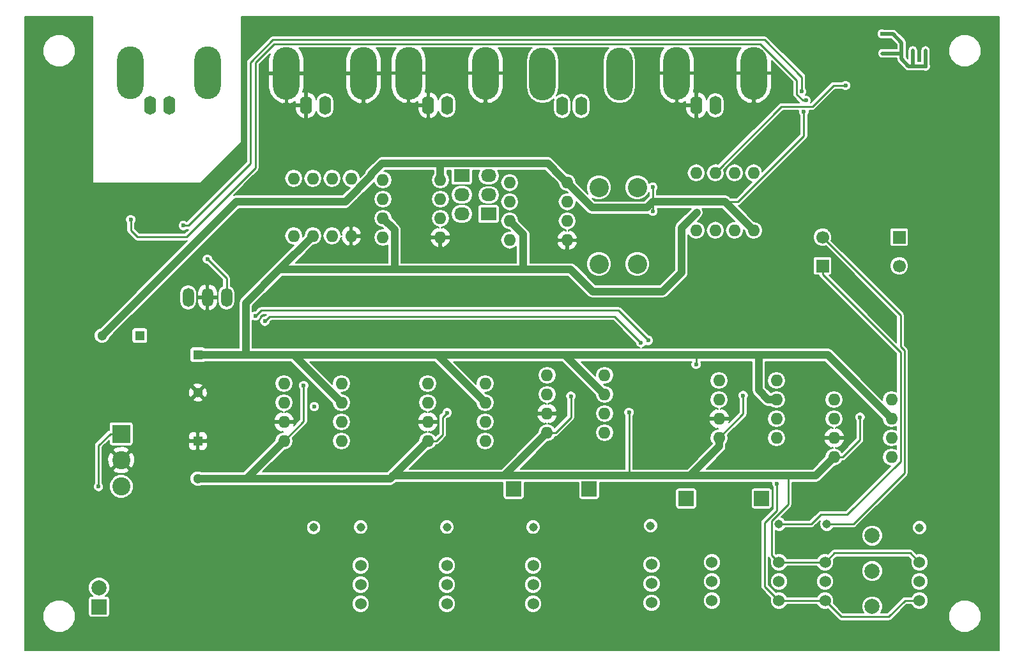
<source format=gbr>
G04 #@! TF.FileFunction,Copper,L2,Bot,Signal*
%FSLAX46Y46*%
G04 Gerber Fmt 4.6, Leading zero omitted, Abs format (unit mm)*
G04 Created by KiCad (PCBNEW 4.0.2+dfsg1-stable) date Mon 14 Nov 2016 14:02:26 NZDT*
%MOMM*%
G01*
G04 APERTURE LIST*
%ADD10C,0.100000*%
%ADD11C,1.524000*%
%ADD12C,2.540000*%
%ADD13R,2.032000X1.727200*%
%ADD14O,2.032000X1.727200*%
%ADD15O,1.600000X1.600000*%
%ADD16R,2.000000X2.000000*%
%ADD17C,2.000000*%
%ADD18C,1.699260*%
%ADD19R,1.699260X1.699260*%
%ADD20C,2.400000*%
%ADD21R,2.400000X2.400000*%
%ADD22O,3.500120X7.000240*%
%ADD23O,1.600200X2.499360*%
%ADD24O,1.501140X2.499360*%
%ADD25C,1.143000*%
%ADD26R,1.300000X1.300000*%
%ADD27C,1.300000*%
%ADD28R,1.998980X1.998980*%
%ADD29C,0.600000*%
%ADD30C,0.500000*%
%ADD31C,0.250000*%
%ADD32C,1.000000*%
%ADD33C,0.200000*%
G04 APERTURE END LIST*
D10*
D11*
X100390000Y-75395000D03*
X100390000Y-72855000D03*
X100390000Y-77935000D03*
D12*
X81600000Y-23105000D03*
X81600000Y-33265000D03*
X76520000Y-23105000D03*
X76520000Y-33265000D03*
D13*
X61900000Y-26655000D03*
D14*
X61900000Y-24115000D03*
X61900000Y-21575000D03*
D15*
X72317000Y-30121000D03*
X72317000Y-27581000D03*
X72317000Y-25041000D03*
X72317000Y-22501000D03*
X64697000Y-22501000D03*
X64697000Y-25041000D03*
X64697000Y-27581000D03*
X64697000Y-30121000D03*
D16*
X10267000Y-78744000D03*
D17*
X10267000Y-76204000D03*
D18*
X116322117Y-33522817D03*
D19*
X106162117Y-33522817D03*
D18*
X106161597Y-29715357D03*
D19*
X116321597Y-29715357D03*
D20*
X13200000Y-59290000D03*
X13200000Y-62790000D03*
D21*
X13200000Y-55790000D03*
D22*
X69062220Y-8035340D03*
X79260320Y-8035340D03*
D23*
X74160000Y-12300000D03*
X71660640Y-12300000D03*
D22*
X51300000Y-7956600D03*
X61498100Y-7956600D03*
D23*
X56397780Y-12221260D03*
X53898420Y-12221260D03*
D22*
X35102613Y-7965105D03*
X45300713Y-7965105D03*
D23*
X40200393Y-12229765D03*
X37701033Y-12229765D03*
D22*
X14452220Y-7936600D03*
X24650320Y-7936600D03*
D23*
X19550000Y-12201260D03*
X17050640Y-12201260D03*
D22*
X86842220Y-7956600D03*
X97040320Y-7956600D03*
D23*
X91940000Y-12221260D03*
X89440640Y-12221260D03*
D11*
X44950000Y-75800000D03*
X44950000Y-73260000D03*
X44950000Y-78340000D03*
X67810000Y-75800000D03*
X67810000Y-73260000D03*
X67810000Y-78340000D03*
X56380000Y-75800000D03*
X56380000Y-73260000D03*
X56380000Y-78340000D03*
X83500000Y-75675000D03*
X83500000Y-73135000D03*
X83500000Y-78215000D03*
X91500000Y-75395000D03*
X91500000Y-72855000D03*
X91500000Y-77935000D03*
X106500000Y-75395000D03*
X106500000Y-72855000D03*
X106500000Y-77935000D03*
X119000000Y-75395000D03*
X119000000Y-72855000D03*
X119000000Y-77935000D03*
D24*
X24630000Y-37700000D03*
X22090000Y-37700000D03*
X27170000Y-37700000D03*
D15*
X55500000Y-29750000D03*
X55500000Y-27210000D03*
X55500000Y-24670000D03*
X55500000Y-22130000D03*
X47880000Y-22130000D03*
X47880000Y-24670000D03*
X47880000Y-27210000D03*
X47880000Y-29750000D03*
X34790000Y-49130000D03*
X34790000Y-51670000D03*
X34790000Y-54210000D03*
X34790000Y-56750000D03*
X42410000Y-56750000D03*
X42410000Y-54210000D03*
X42410000Y-51670000D03*
X42410000Y-49130000D03*
X69648785Y-48028415D03*
X69648785Y-50568415D03*
X69648785Y-53108415D03*
X69648785Y-55648415D03*
X77268785Y-55648415D03*
X77268785Y-53108415D03*
X77268785Y-50568415D03*
X77268785Y-48028415D03*
X53840000Y-49130000D03*
X53840000Y-51670000D03*
X53840000Y-54210000D03*
X53840000Y-56750000D03*
X61460000Y-56750000D03*
X61460000Y-54210000D03*
X61460000Y-51670000D03*
X61460000Y-49130000D03*
X92460000Y-48725000D03*
X92460000Y-51265000D03*
X92460000Y-53805000D03*
X92460000Y-56345000D03*
X100080000Y-56345000D03*
X100080000Y-53805000D03*
X100080000Y-51265000D03*
X100080000Y-48725000D03*
X107700000Y-51265000D03*
X107700000Y-53805000D03*
X107700000Y-56345000D03*
X107700000Y-58885000D03*
X115320000Y-58885000D03*
X115320000Y-56345000D03*
X115320000Y-53805000D03*
X115320000Y-51265000D03*
X89400000Y-28810000D03*
X91940000Y-28810000D03*
X94480000Y-28810000D03*
X97020000Y-28810000D03*
X97020000Y-21190000D03*
X94480000Y-21190000D03*
X91940000Y-21190000D03*
X89400000Y-21190000D03*
D25*
X38715000Y-68230000D03*
X44950000Y-68180000D03*
X67810000Y-68180000D03*
X56380000Y-68180000D03*
X83360000Y-68000000D03*
X100390000Y-67775000D03*
X106740000Y-67775000D03*
D15*
X36060000Y-29555105D03*
X38600000Y-29555105D03*
X41140000Y-29555105D03*
X43680000Y-29555105D03*
X43680000Y-21935105D03*
X41140000Y-21935105D03*
X38600000Y-21935105D03*
X36060000Y-21935105D03*
D26*
X23360000Y-45320000D03*
D27*
X23360000Y-50320000D03*
D26*
X23360000Y-56750000D03*
D27*
X23360000Y-61750000D03*
D28*
X75224260Y-63100000D03*
X65221740Y-63100000D03*
D26*
X15660000Y-42780000D03*
D27*
X10660000Y-42780000D03*
D28*
X98084260Y-64370000D03*
X88081740Y-64370000D03*
D13*
X58350000Y-21545000D03*
D14*
X58350000Y-24085000D03*
X58350000Y-26625000D03*
D25*
X119000000Y-68250000D03*
D17*
X112750000Y-69300000D03*
X112750000Y-74000000D03*
X112750000Y-78700000D03*
D29*
X119800000Y-7025000D03*
X114071000Y-2758000D03*
X38800000Y-52200000D03*
X100080000Y-62400529D03*
X89485000Y-26421000D03*
X109200000Y-9600000D03*
X10200000Y-62800000D03*
X89400000Y-46590000D03*
X103687685Y-13075020D03*
X111125000Y-53600000D03*
X95650000Y-50725000D03*
X72800000Y-50800000D03*
X56400000Y-53000000D03*
X37400000Y-49400000D03*
X80510000Y-52940000D03*
X83685000Y-23095000D03*
X83685000Y-26270000D03*
X91025000Y-50975000D03*
X47100000Y-31475000D03*
X49200000Y-35275000D03*
X67875000Y-18350000D03*
X50850000Y-18000000D03*
X105050000Y-55525000D03*
X111625000Y-20575000D03*
X104005000Y-20795000D03*
X110000000Y-27200000D03*
X109970000Y-37200000D03*
X119250000Y-49325000D03*
X18800000Y-40000000D03*
X30800000Y-42200000D03*
X19400000Y-31400000D03*
X38600000Y-60400000D03*
X47000000Y-47400000D03*
X24630000Y-32620000D03*
X31012311Y-40167669D03*
X83090020Y-43415000D03*
X103410020Y-10395000D03*
X21455000Y-28175000D03*
X14470000Y-27379980D03*
X103960894Y-11568748D03*
X32250000Y-40875000D03*
X82103499Y-43726501D03*
D30*
X118175000Y-7025000D02*
X117575000Y-7025000D01*
X119800000Y-7025000D02*
X118175000Y-7025000D01*
X118125000Y-7000000D02*
X118125000Y-4925000D01*
X116625000Y-4900000D02*
X116625000Y-3900000D01*
X116625000Y-6075000D02*
X116625000Y-4900000D01*
X116625000Y-5325000D02*
X114100000Y-5325000D01*
X116625000Y-3900000D02*
X115483000Y-2758000D01*
X115483000Y-2758000D02*
X114071000Y-2758000D01*
X117575000Y-7025000D02*
X116625000Y-6075000D01*
X119800000Y-7025000D02*
X119800000Y-4950000D01*
D31*
X108880001Y-80075001D02*
X109000000Y-80075001D01*
X109000000Y-80075001D02*
X114952369Y-80075001D01*
X106500000Y-77935000D02*
X108640001Y-80075001D01*
X108640001Y-80075001D02*
X109000000Y-80075001D01*
X100390000Y-77935000D02*
X101467630Y-77935000D01*
X101467630Y-77935000D02*
X106500000Y-77935000D01*
X119000000Y-77935000D02*
X117092370Y-77935000D01*
X114952369Y-80075001D02*
X117092370Y-77935000D01*
X100080000Y-62400529D02*
X100080000Y-65977056D01*
X100080000Y-65977056D02*
X98500000Y-67557056D01*
X98500000Y-76045000D02*
X100390000Y-77935000D01*
X98500000Y-67557056D02*
X98500000Y-76045000D01*
D32*
X89400000Y-45320000D02*
X97700000Y-45320000D01*
X97700000Y-45320000D02*
X106835000Y-45320000D01*
X100080000Y-51265000D02*
X98948630Y-51265000D01*
X98948630Y-51265000D02*
X97700000Y-50016370D01*
X97700000Y-50016370D02*
X97700000Y-45320000D01*
X106835000Y-45320000D02*
X115320000Y-53805000D01*
X45345893Y-34000105D02*
X49400000Y-34000105D01*
X34155000Y-34000105D02*
X45345893Y-34000105D01*
X51189895Y-34000105D02*
X66475000Y-34000105D01*
X66475000Y-34000105D02*
X72779895Y-34000105D01*
X64697000Y-27581000D02*
X66475000Y-29359000D01*
X66475000Y-29359000D02*
X66475000Y-34000105D01*
X49400000Y-34000105D02*
X51189895Y-34000105D01*
X47880000Y-27210000D02*
X49430001Y-28760001D01*
X49430001Y-28760001D02*
X49430001Y-33970104D01*
X49430001Y-33970104D02*
X49400000Y-34000105D01*
X87465000Y-28441000D02*
X89485000Y-26421000D01*
X87465000Y-34426000D02*
X87465000Y-28441000D01*
X84977000Y-36914000D02*
X87465000Y-34426000D01*
X75693790Y-36914000D02*
X84977000Y-36914000D01*
X72779895Y-34000105D02*
X75693790Y-36914000D01*
D31*
X104800000Y-12400000D02*
X100730000Y-12400000D01*
X100730000Y-12400000D02*
X91940000Y-21190000D01*
X107600000Y-9600000D02*
X104800000Y-12400000D01*
X109200000Y-9600000D02*
X107600000Y-9600000D01*
X10200000Y-62800000D02*
X10200000Y-57340000D01*
X10200000Y-57340000D02*
X11750000Y-55790000D01*
X11750000Y-55790000D02*
X13200000Y-55790000D01*
D32*
X72020370Y-45320000D02*
X89400000Y-45320000D01*
D31*
X89400000Y-45320000D02*
X89400000Y-46590000D01*
D32*
X34155000Y-34000105D02*
X38600000Y-29555105D01*
X29710000Y-38445105D02*
X34155000Y-34000105D01*
X29710000Y-45320000D02*
X36060000Y-45320000D01*
X23360000Y-45320000D02*
X29710000Y-45320000D01*
X29710000Y-45320000D02*
X29710000Y-38445105D01*
X55110000Y-45320000D02*
X72020370Y-45320000D01*
X72020370Y-45320000D02*
X77268785Y-50568415D01*
X36060000Y-45320000D02*
X55110000Y-45320000D01*
X55110000Y-45320000D02*
X61460000Y-51670000D01*
X36060000Y-45320000D02*
X42410000Y-51670000D01*
D31*
X108250000Y-71616399D02*
X117761399Y-71616399D01*
X107978601Y-71616399D02*
X108250000Y-71616399D01*
X108250000Y-71616399D02*
X107738601Y-71616399D01*
X107738601Y-71616399D02*
X106500000Y-72855000D01*
X100390000Y-72855000D02*
X101467630Y-72855000D01*
X101467630Y-72855000D02*
X106500000Y-72855000D01*
X117761399Y-71616399D02*
X119000000Y-72855000D01*
X101600000Y-61350509D02*
X101600000Y-65164178D01*
X101600000Y-65164178D02*
X99443499Y-67320679D01*
X99443499Y-67320679D02*
X99443499Y-71908499D01*
X99443499Y-71908499D02*
X99628001Y-72093001D01*
X99628001Y-72093001D02*
X100390000Y-72855000D01*
D32*
X89879491Y-61350509D02*
X101600000Y-61350509D01*
D31*
X101350000Y-61600509D02*
X101600000Y-61350509D01*
D32*
X101600000Y-61350509D02*
X105234491Y-61350509D01*
D31*
X107700000Y-58885000D02*
X108831370Y-58885000D01*
X108831370Y-58885000D02*
X111125000Y-56591370D01*
X111125000Y-56591370D02*
X111125000Y-53600000D01*
D32*
X80510000Y-61350509D02*
X86375000Y-61350509D01*
X92460000Y-56345000D02*
X92460000Y-57476370D01*
X86375000Y-61350509D02*
X89879491Y-61350509D01*
X92460000Y-57476370D02*
X88585861Y-61350509D01*
X88585861Y-61350509D02*
X86375000Y-61350509D01*
X105234491Y-61350509D02*
X107700000Y-58885000D01*
X47784599Y-19931399D02*
X55500000Y-19931399D01*
X55500000Y-22130000D02*
X55500000Y-20998630D01*
X55500000Y-19931399D02*
X69747399Y-19931399D01*
X55500000Y-20998630D02*
X55500000Y-19931399D01*
X10660000Y-42780000D02*
X28440000Y-25000000D01*
X28440000Y-25000000D02*
X42909107Y-25000000D01*
X42909107Y-25000000D02*
X46329999Y-21579108D01*
X46329999Y-21579108D02*
X46329999Y-21385999D01*
X46329999Y-21385999D02*
X47784599Y-19931399D01*
X69747399Y-19931399D02*
X71517001Y-21701001D01*
X71517001Y-21701001D02*
X72317000Y-22501000D01*
X75624000Y-25808000D02*
X82877000Y-25808000D01*
X82877000Y-25808000D02*
X83685000Y-25000000D01*
X72317000Y-22501000D02*
X75624000Y-25808000D01*
D31*
X103687685Y-13499284D02*
X103687685Y-13075020D01*
X93210000Y-25000000D02*
X94949002Y-25000000D01*
X103687685Y-16261317D02*
X103687685Y-13499284D01*
X94949002Y-25000000D02*
X103687685Y-16261317D01*
X95650000Y-53155000D02*
X95650000Y-50725000D01*
X92460000Y-56345000D02*
X95650000Y-53155000D01*
X72800000Y-53628570D02*
X72800000Y-50800000D01*
X69648785Y-55648415D02*
X70780155Y-55648415D01*
X70780155Y-55648415D02*
X72800000Y-53628570D01*
X55800000Y-53600000D02*
X56400000Y-53000000D01*
X54971370Y-56750000D02*
X55800000Y-55921370D01*
X55800000Y-55921370D02*
X55800000Y-53600000D01*
X53840000Y-56750000D02*
X54971370Y-56750000D01*
X34790000Y-56750000D02*
X37400000Y-54140000D01*
X37400000Y-54140000D02*
X37400000Y-49400000D01*
D32*
X63946691Y-61350509D02*
X80510000Y-61350509D01*
D31*
X80510000Y-52940000D02*
X80510000Y-61350509D01*
X83685000Y-25000000D02*
X83685000Y-23095000D01*
D32*
X83685000Y-25000000D02*
X93210000Y-25000000D01*
D31*
X83685000Y-26270000D02*
X83685000Y-25000000D01*
D32*
X93210000Y-25000000D02*
X97020000Y-28810000D01*
X48840000Y-61750000D02*
X49239491Y-61350509D01*
X49239491Y-61350509D02*
X63946691Y-61350509D01*
X68848786Y-56448414D02*
X69648785Y-55648415D01*
X63946691Y-61350509D02*
X68848786Y-56448414D01*
X29790000Y-61750000D02*
X48840000Y-61750000D01*
X48840000Y-61750000D02*
X53840000Y-56750000D01*
X23360000Y-61750000D02*
X29790000Y-61750000D01*
X29790000Y-61750000D02*
X34790000Y-56750000D01*
D31*
X21465000Y-28175000D02*
X22100000Y-28175000D01*
X24630000Y-32620000D02*
X27170000Y-35160000D01*
X27170000Y-35160000D02*
X27170000Y-37700000D01*
X31735178Y-39444802D02*
X31312310Y-39867670D01*
X79119822Y-39444802D02*
X31735178Y-39444802D01*
X83090020Y-43415000D02*
X79119822Y-39444802D01*
X31312310Y-39867670D02*
X31012311Y-40167669D01*
X30345000Y-19920000D02*
X30345000Y-6512878D01*
X30345000Y-6512878D02*
X33312889Y-3544989D01*
X22090000Y-28175000D02*
X30345000Y-19920000D01*
X103410020Y-9970736D02*
X103410020Y-10395000D01*
X33312889Y-3544989D02*
X98497111Y-3544989D01*
X103410020Y-8457898D02*
X103410020Y-9970736D01*
X98497111Y-3544989D02*
X103410020Y-8457898D01*
X106161597Y-29715357D02*
X116495001Y-40048761D01*
X116495001Y-44248209D02*
X116995012Y-44748220D01*
X116495001Y-40048761D02*
X116495001Y-44248209D01*
X116995012Y-44748220D02*
X116995012Y-61019988D01*
X116995012Y-61019988D02*
X110240000Y-67775000D01*
X110240000Y-67775000D02*
X106740000Y-67775000D01*
X107011226Y-30564986D02*
X106161597Y-29715357D01*
X116495001Y-59449001D02*
X109500000Y-66444002D01*
X104669002Y-67775000D02*
X105944002Y-66500000D01*
X109444002Y-66500000D02*
X109500000Y-66444002D01*
X105944002Y-66500000D02*
X109444002Y-66500000D01*
X106162117Y-34622447D02*
X116495001Y-44955331D01*
X106162117Y-33522817D02*
X106162117Y-34622447D01*
X116495001Y-44955331D02*
X116495001Y-59449001D01*
X104669002Y-67775000D02*
X100390000Y-67775000D01*
X30980000Y-6585000D02*
X33483530Y-4081470D01*
X33483530Y-4081470D02*
X97920552Y-4081470D01*
X14470000Y-27379980D02*
X14470000Y-28810000D01*
X15365710Y-29705710D02*
X21829290Y-29705710D01*
X21829290Y-29705710D02*
X30980000Y-20555000D01*
X30980000Y-20555000D02*
X30980000Y-6585000D01*
X14470000Y-28810000D02*
X15365710Y-29705710D01*
X97920552Y-4081470D02*
X102735000Y-8895918D01*
X102735000Y-8895918D02*
X102735000Y-10767118D01*
X102735000Y-10767118D02*
X103536630Y-11568748D01*
X103536630Y-11568748D02*
X103960894Y-11568748D01*
X32885000Y-40240000D02*
X32250000Y-40875000D01*
X78616998Y-40240000D02*
X32885000Y-40240000D01*
X82103499Y-43726501D02*
X78616998Y-40240000D01*
D33*
G36*
X9400000Y-22450000D02*
X9406839Y-22486346D01*
X9428319Y-22519727D01*
X9461094Y-22542121D01*
X9500000Y-22550000D01*
X23650000Y-22550000D01*
X23687629Y-22542650D01*
X23720711Y-22520711D01*
X29120711Y-17120711D01*
X29142121Y-17088906D01*
X29150000Y-17050000D01*
X29150000Y-2896628D01*
X113370879Y-2896628D01*
X113477223Y-3154000D01*
X113673964Y-3351085D01*
X113931150Y-3457878D01*
X114209628Y-3458121D01*
X114330930Y-3408000D01*
X115213762Y-3408000D01*
X115975000Y-4169238D01*
X115975000Y-4675000D01*
X114100000Y-4675000D01*
X113851256Y-4724478D01*
X113640381Y-4865381D01*
X113499478Y-5076256D01*
X113450000Y-5325000D01*
X113499478Y-5573744D01*
X113640381Y-5784619D01*
X113851256Y-5925522D01*
X114100000Y-5975000D01*
X115975000Y-5975000D01*
X115975000Y-6075000D01*
X116003736Y-6219467D01*
X116024478Y-6323745D01*
X116165381Y-6534619D01*
X117115381Y-7484619D01*
X117326255Y-7625522D01*
X117575000Y-7675000D01*
X119540030Y-7675000D01*
X119660150Y-7724878D01*
X119938628Y-7725121D01*
X120196000Y-7618777D01*
X120393085Y-7422036D01*
X120499878Y-7164850D01*
X120500121Y-6886372D01*
X120450000Y-6765070D01*
X120450000Y-5425785D01*
X122849628Y-5425785D01*
X123176256Y-6216286D01*
X123780533Y-6821619D01*
X124570462Y-7149626D01*
X125425785Y-7150372D01*
X126216286Y-6823744D01*
X126821619Y-6219467D01*
X127149626Y-5429538D01*
X127150372Y-4574215D01*
X126823744Y-3783714D01*
X126219467Y-3178381D01*
X125429538Y-2850374D01*
X124574215Y-2849628D01*
X123783714Y-3176256D01*
X123178381Y-3780533D01*
X122850374Y-4570462D01*
X122849628Y-5425785D01*
X120450000Y-5425785D01*
X120450000Y-4950000D01*
X120400522Y-4701256D01*
X120259619Y-4490381D01*
X120048744Y-4349478D01*
X119800000Y-4300000D01*
X119551256Y-4349478D01*
X119340381Y-4490381D01*
X119199478Y-4701256D01*
X119150000Y-4950000D01*
X119150000Y-6375000D01*
X118775000Y-6375000D01*
X118775000Y-4925000D01*
X118725522Y-4676256D01*
X118584619Y-4465381D01*
X118373744Y-4324478D01*
X118125000Y-4275000D01*
X117876256Y-4324478D01*
X117665381Y-4465381D01*
X117524478Y-4676256D01*
X117475000Y-4925000D01*
X117475000Y-6005762D01*
X117275000Y-5805762D01*
X117275000Y-3900000D01*
X117244347Y-3745898D01*
X117225522Y-3651255D01*
X117084619Y-3440381D01*
X115942619Y-2298381D01*
X115731745Y-2157478D01*
X115690476Y-2149269D01*
X115483000Y-2108000D01*
X114330970Y-2108000D01*
X114210850Y-2058122D01*
X113932372Y-2057879D01*
X113675000Y-2164223D01*
X113477915Y-2360964D01*
X113371122Y-2618150D01*
X113370879Y-2896628D01*
X29150000Y-2896628D01*
X29150000Y-475000D01*
X129525000Y-475000D01*
X129525000Y-84525000D01*
X475000Y-84525000D01*
X475000Y-80425785D01*
X2849628Y-80425785D01*
X3176256Y-81216286D01*
X3780533Y-81821619D01*
X4570462Y-82149626D01*
X5425785Y-82150372D01*
X6216286Y-81823744D01*
X6821619Y-81219467D01*
X7149626Y-80429538D01*
X7150372Y-79574215D01*
X6823744Y-78783714D01*
X6219467Y-78178381D01*
X5429538Y-77850374D01*
X4574215Y-77849628D01*
X3783714Y-78176256D01*
X3178381Y-78780533D01*
X2850374Y-79570462D01*
X2849628Y-80425785D01*
X475000Y-80425785D01*
X475000Y-77744000D01*
X8859164Y-77744000D01*
X8859164Y-79744000D01*
X8887056Y-79892231D01*
X8974660Y-80028372D01*
X9108329Y-80119704D01*
X9267000Y-80151836D01*
X11267000Y-80151836D01*
X11415231Y-80123944D01*
X11551372Y-80036340D01*
X11642704Y-79902671D01*
X11674836Y-79744000D01*
X11674836Y-78570122D01*
X43787799Y-78570122D01*
X43964330Y-78997360D01*
X44290920Y-79324521D01*
X44717850Y-79501798D01*
X45180122Y-79502201D01*
X45607360Y-79325670D01*
X45934521Y-78999080D01*
X46111798Y-78572150D01*
X46111799Y-78570122D01*
X55217799Y-78570122D01*
X55394330Y-78997360D01*
X55720920Y-79324521D01*
X56147850Y-79501798D01*
X56610122Y-79502201D01*
X57037360Y-79325670D01*
X57364521Y-78999080D01*
X57541798Y-78572150D01*
X57541799Y-78570122D01*
X66647799Y-78570122D01*
X66824330Y-78997360D01*
X67150920Y-79324521D01*
X67577850Y-79501798D01*
X68040122Y-79502201D01*
X68467360Y-79325670D01*
X68794521Y-78999080D01*
X68971798Y-78572150D01*
X68971908Y-78445122D01*
X82337799Y-78445122D01*
X82514330Y-78872360D01*
X82840920Y-79199521D01*
X83267850Y-79376798D01*
X83730122Y-79377201D01*
X84157360Y-79200670D01*
X84484521Y-78874080D01*
X84661798Y-78447150D01*
X84662043Y-78165122D01*
X90337799Y-78165122D01*
X90514330Y-78592360D01*
X90840920Y-78919521D01*
X91267850Y-79096798D01*
X91730122Y-79097201D01*
X92157360Y-78920670D01*
X92484521Y-78594080D01*
X92661798Y-78167150D01*
X92662201Y-77704878D01*
X92485670Y-77277640D01*
X92159080Y-76950479D01*
X91732150Y-76773202D01*
X91269878Y-76772799D01*
X90842640Y-76949330D01*
X90515479Y-77275920D01*
X90338202Y-77702850D01*
X90337799Y-78165122D01*
X84662043Y-78165122D01*
X84662201Y-77984878D01*
X84485670Y-77557640D01*
X84159080Y-77230479D01*
X83732150Y-77053202D01*
X83269878Y-77052799D01*
X82842640Y-77229330D01*
X82515479Y-77555920D01*
X82338202Y-77982850D01*
X82337799Y-78445122D01*
X68971908Y-78445122D01*
X68972201Y-78109878D01*
X68795670Y-77682640D01*
X68469080Y-77355479D01*
X68042150Y-77178202D01*
X67579878Y-77177799D01*
X67152640Y-77354330D01*
X66825479Y-77680920D01*
X66648202Y-78107850D01*
X66647799Y-78570122D01*
X57541799Y-78570122D01*
X57542201Y-78109878D01*
X57365670Y-77682640D01*
X57039080Y-77355479D01*
X56612150Y-77178202D01*
X56149878Y-77177799D01*
X55722640Y-77354330D01*
X55395479Y-77680920D01*
X55218202Y-78107850D01*
X55217799Y-78570122D01*
X46111799Y-78570122D01*
X46112201Y-78109878D01*
X45935670Y-77682640D01*
X45609080Y-77355479D01*
X45182150Y-77178202D01*
X44719878Y-77177799D01*
X44292640Y-77354330D01*
X43965479Y-77680920D01*
X43788202Y-78107850D01*
X43787799Y-78570122D01*
X11674836Y-78570122D01*
X11674836Y-77744000D01*
X11646944Y-77595769D01*
X11559340Y-77459628D01*
X11425671Y-77368296D01*
X11267000Y-77336164D01*
X11114488Y-77336164D01*
X11453170Y-76998072D01*
X11666757Y-76483699D01*
X11667152Y-76030122D01*
X43787799Y-76030122D01*
X43964330Y-76457360D01*
X44290920Y-76784521D01*
X44717850Y-76961798D01*
X45180122Y-76962201D01*
X45607360Y-76785670D01*
X45934521Y-76459080D01*
X46111798Y-76032150D01*
X46111799Y-76030122D01*
X55217799Y-76030122D01*
X55394330Y-76457360D01*
X55720920Y-76784521D01*
X56147850Y-76961798D01*
X56610122Y-76962201D01*
X57037360Y-76785670D01*
X57364521Y-76459080D01*
X57541798Y-76032150D01*
X57541799Y-76030122D01*
X66647799Y-76030122D01*
X66824330Y-76457360D01*
X67150920Y-76784521D01*
X67577850Y-76961798D01*
X68040122Y-76962201D01*
X68467360Y-76785670D01*
X68794521Y-76459080D01*
X68971798Y-76032150D01*
X68971908Y-75905122D01*
X82337799Y-75905122D01*
X82514330Y-76332360D01*
X82840920Y-76659521D01*
X83267850Y-76836798D01*
X83730122Y-76837201D01*
X84157360Y-76660670D01*
X84484521Y-76334080D01*
X84661798Y-75907150D01*
X84662043Y-75625122D01*
X90337799Y-75625122D01*
X90514330Y-76052360D01*
X90840920Y-76379521D01*
X91267850Y-76556798D01*
X91730122Y-76557201D01*
X92157360Y-76380670D01*
X92484521Y-76054080D01*
X92661798Y-75627150D01*
X92662201Y-75164878D01*
X92485670Y-74737640D01*
X92159080Y-74410479D01*
X91732150Y-74233202D01*
X91269878Y-74232799D01*
X90842640Y-74409330D01*
X90515479Y-74735920D01*
X90338202Y-75162850D01*
X90337799Y-75625122D01*
X84662043Y-75625122D01*
X84662201Y-75444878D01*
X84485670Y-75017640D01*
X84159080Y-74690479D01*
X83732150Y-74513202D01*
X83269878Y-74512799D01*
X82842640Y-74689330D01*
X82515479Y-75015920D01*
X82338202Y-75442850D01*
X82337799Y-75905122D01*
X68971908Y-75905122D01*
X68972201Y-75569878D01*
X68795670Y-75142640D01*
X68469080Y-74815479D01*
X68042150Y-74638202D01*
X67579878Y-74637799D01*
X67152640Y-74814330D01*
X66825479Y-75140920D01*
X66648202Y-75567850D01*
X66647799Y-76030122D01*
X57541799Y-76030122D01*
X57542201Y-75569878D01*
X57365670Y-75142640D01*
X57039080Y-74815479D01*
X56612150Y-74638202D01*
X56149878Y-74637799D01*
X55722640Y-74814330D01*
X55395479Y-75140920D01*
X55218202Y-75567850D01*
X55217799Y-76030122D01*
X46111799Y-76030122D01*
X46112201Y-75569878D01*
X45935670Y-75142640D01*
X45609080Y-74815479D01*
X45182150Y-74638202D01*
X44719878Y-74637799D01*
X44292640Y-74814330D01*
X43965479Y-75140920D01*
X43788202Y-75567850D01*
X43787799Y-76030122D01*
X11667152Y-76030122D01*
X11667243Y-75926744D01*
X11454555Y-75412000D01*
X11061072Y-75017830D01*
X10546699Y-74804243D01*
X9989744Y-74803757D01*
X9475000Y-75016445D01*
X9080830Y-75409928D01*
X8867243Y-75924301D01*
X8866757Y-76481256D01*
X9079445Y-76996000D01*
X9419016Y-77336164D01*
X9267000Y-77336164D01*
X9118769Y-77364056D01*
X8982628Y-77451660D01*
X8891296Y-77585329D01*
X8859164Y-77744000D01*
X475000Y-77744000D01*
X475000Y-73490122D01*
X43787799Y-73490122D01*
X43964330Y-73917360D01*
X44290920Y-74244521D01*
X44717850Y-74421798D01*
X45180122Y-74422201D01*
X45607360Y-74245670D01*
X45934521Y-73919080D01*
X46111798Y-73492150D01*
X46111799Y-73490122D01*
X55217799Y-73490122D01*
X55394330Y-73917360D01*
X55720920Y-74244521D01*
X56147850Y-74421798D01*
X56610122Y-74422201D01*
X57037360Y-74245670D01*
X57364521Y-73919080D01*
X57541798Y-73492150D01*
X57541799Y-73490122D01*
X66647799Y-73490122D01*
X66824330Y-73917360D01*
X67150920Y-74244521D01*
X67577850Y-74421798D01*
X68040122Y-74422201D01*
X68467360Y-74245670D01*
X68794521Y-73919080D01*
X68971798Y-73492150D01*
X68971908Y-73365122D01*
X82337799Y-73365122D01*
X82514330Y-73792360D01*
X82840920Y-74119521D01*
X83267850Y-74296798D01*
X83730122Y-74297201D01*
X84157360Y-74120670D01*
X84484521Y-73794080D01*
X84661798Y-73367150D01*
X84662043Y-73085122D01*
X90337799Y-73085122D01*
X90514330Y-73512360D01*
X90840920Y-73839521D01*
X91267850Y-74016798D01*
X91730122Y-74017201D01*
X92157360Y-73840670D01*
X92484521Y-73514080D01*
X92661798Y-73087150D01*
X92662201Y-72624878D01*
X92485670Y-72197640D01*
X92159080Y-71870479D01*
X91732150Y-71693202D01*
X91269878Y-71692799D01*
X90842640Y-71869330D01*
X90515479Y-72195920D01*
X90338202Y-72622850D01*
X90337799Y-73085122D01*
X84662043Y-73085122D01*
X84662201Y-72904878D01*
X84485670Y-72477640D01*
X84159080Y-72150479D01*
X83732150Y-71973202D01*
X83269878Y-71972799D01*
X82842640Y-72149330D01*
X82515479Y-72475920D01*
X82338202Y-72902850D01*
X82337799Y-73365122D01*
X68971908Y-73365122D01*
X68972201Y-73029878D01*
X68795670Y-72602640D01*
X68469080Y-72275479D01*
X68042150Y-72098202D01*
X67579878Y-72097799D01*
X67152640Y-72274330D01*
X66825479Y-72600920D01*
X66648202Y-73027850D01*
X66647799Y-73490122D01*
X57541799Y-73490122D01*
X57542201Y-73029878D01*
X57365670Y-72602640D01*
X57039080Y-72275479D01*
X56612150Y-72098202D01*
X56149878Y-72097799D01*
X55722640Y-72274330D01*
X55395479Y-72600920D01*
X55218202Y-73027850D01*
X55217799Y-73490122D01*
X46111799Y-73490122D01*
X46112201Y-73029878D01*
X45935670Y-72602640D01*
X45609080Y-72275479D01*
X45182150Y-72098202D01*
X44719878Y-72097799D01*
X44292640Y-72274330D01*
X43965479Y-72600920D01*
X43788202Y-73027850D01*
X43787799Y-73490122D01*
X475000Y-73490122D01*
X475000Y-68422396D01*
X37743332Y-68422396D01*
X37890922Y-68779592D01*
X38163971Y-69053118D01*
X38520909Y-69201331D01*
X38907396Y-69201668D01*
X39264592Y-69054078D01*
X39538118Y-68781029D01*
X39686331Y-68424091D01*
X39686376Y-68372396D01*
X43978332Y-68372396D01*
X44125922Y-68729592D01*
X44398971Y-69003118D01*
X44755909Y-69151331D01*
X45142396Y-69151668D01*
X45499592Y-69004078D01*
X45773118Y-68731029D01*
X45921331Y-68374091D01*
X45921332Y-68372396D01*
X55408332Y-68372396D01*
X55555922Y-68729592D01*
X55828971Y-69003118D01*
X56185909Y-69151331D01*
X56572396Y-69151668D01*
X56929592Y-69004078D01*
X57203118Y-68731029D01*
X57351331Y-68374091D01*
X57351332Y-68372396D01*
X66838332Y-68372396D01*
X66985922Y-68729592D01*
X67258971Y-69003118D01*
X67615909Y-69151331D01*
X68002396Y-69151668D01*
X68359592Y-69004078D01*
X68633118Y-68731029D01*
X68781331Y-68374091D01*
X68781489Y-68192396D01*
X82388332Y-68192396D01*
X82535922Y-68549592D01*
X82808971Y-68823118D01*
X83165909Y-68971331D01*
X83552396Y-68971668D01*
X83909592Y-68824078D01*
X84183118Y-68551029D01*
X84331331Y-68194091D01*
X84331668Y-67807604D01*
X84184078Y-67450408D01*
X83911029Y-67176882D01*
X83554091Y-67028669D01*
X83167604Y-67028332D01*
X82810408Y-67175922D01*
X82536882Y-67448971D01*
X82388669Y-67805909D01*
X82388332Y-68192396D01*
X68781489Y-68192396D01*
X68781668Y-67987604D01*
X68634078Y-67630408D01*
X68361029Y-67356882D01*
X68004091Y-67208669D01*
X67617604Y-67208332D01*
X67260408Y-67355922D01*
X66986882Y-67628971D01*
X66838669Y-67985909D01*
X66838332Y-68372396D01*
X57351332Y-68372396D01*
X57351668Y-67987604D01*
X57204078Y-67630408D01*
X56931029Y-67356882D01*
X56574091Y-67208669D01*
X56187604Y-67208332D01*
X55830408Y-67355922D01*
X55556882Y-67628971D01*
X55408669Y-67985909D01*
X55408332Y-68372396D01*
X45921332Y-68372396D01*
X45921668Y-67987604D01*
X45774078Y-67630408D01*
X45501029Y-67356882D01*
X45144091Y-67208669D01*
X44757604Y-67208332D01*
X44400408Y-67355922D01*
X44126882Y-67628971D01*
X43978669Y-67985909D01*
X43978332Y-68372396D01*
X39686376Y-68372396D01*
X39686668Y-68037604D01*
X39539078Y-67680408D01*
X39266029Y-67406882D01*
X38909091Y-67258669D01*
X38522604Y-67258332D01*
X38165408Y-67405922D01*
X37891882Y-67678971D01*
X37743669Y-68035909D01*
X37743332Y-68422396D01*
X475000Y-68422396D01*
X475000Y-62938628D01*
X9499879Y-62938628D01*
X9606223Y-63196000D01*
X9802964Y-63393085D01*
X10060150Y-63499878D01*
X10338628Y-63500121D01*
X10596000Y-63393777D01*
X10793085Y-63197036D01*
X10830528Y-63106863D01*
X11599723Y-63106863D01*
X11842795Y-63695143D01*
X12292489Y-64145623D01*
X12880344Y-64389722D01*
X13516863Y-64390277D01*
X14105143Y-64147205D01*
X14555623Y-63697511D01*
X14799722Y-63109656D01*
X14800277Y-62473137D01*
X14557205Y-61884857D01*
X14107511Y-61434377D01*
X13519656Y-61190278D01*
X12883137Y-61189723D01*
X12294857Y-61432795D01*
X11844377Y-61882489D01*
X11600278Y-62470344D01*
X11599723Y-63106863D01*
X10830528Y-63106863D01*
X10899878Y-62939850D01*
X10900121Y-62661372D01*
X10793777Y-62404000D01*
X10725000Y-62335103D01*
X10725000Y-60589942D01*
X12117847Y-60589942D01*
X12244841Y-60866665D01*
X12920911Y-61112172D01*
X13639470Y-61080271D01*
X14155159Y-60866665D01*
X14282153Y-60589942D01*
X13200000Y-59507789D01*
X12117847Y-60589942D01*
X10725000Y-60589942D01*
X10725000Y-59010911D01*
X11377828Y-59010911D01*
X11409729Y-59729470D01*
X11623335Y-60245159D01*
X11900058Y-60372153D01*
X12982211Y-59290000D01*
X13417789Y-59290000D01*
X14499942Y-60372153D01*
X14776665Y-60245159D01*
X15022172Y-59569089D01*
X14990271Y-58850530D01*
X14776665Y-58334841D01*
X14499942Y-58207847D01*
X13417789Y-59290000D01*
X12982211Y-59290000D01*
X11900058Y-58207847D01*
X11623335Y-58334841D01*
X11377828Y-59010911D01*
X10725000Y-59010911D01*
X10725000Y-57990058D01*
X12117847Y-57990058D01*
X13200000Y-59072211D01*
X14282153Y-57990058D01*
X14155159Y-57713335D01*
X13479089Y-57467828D01*
X12760530Y-57499729D01*
X12244841Y-57713335D01*
X12117847Y-57990058D01*
X10725000Y-57990058D01*
X10725000Y-57557462D01*
X11592164Y-56690298D01*
X11592164Y-56990000D01*
X11620056Y-57138231D01*
X11707660Y-57274372D01*
X11841329Y-57365704D01*
X12000000Y-57397836D01*
X14400000Y-57397836D01*
X14548231Y-57369944D01*
X14684372Y-57282340D01*
X14775704Y-57148671D01*
X14794470Y-57056000D01*
X22102000Y-57056000D01*
X22102000Y-57520939D01*
X22194563Y-57744405D01*
X22365596Y-57915438D01*
X22589062Y-58008000D01*
X23054000Y-58008000D01*
X23206000Y-57856000D01*
X23206000Y-56904000D01*
X23514000Y-56904000D01*
X23514000Y-57856000D01*
X23666000Y-58008000D01*
X24130938Y-58008000D01*
X24354404Y-57915438D01*
X24525437Y-57744405D01*
X24618000Y-57520939D01*
X24618000Y-57056000D01*
X24466000Y-56904000D01*
X23514000Y-56904000D01*
X23206000Y-56904000D01*
X22254000Y-56904000D01*
X22102000Y-57056000D01*
X14794470Y-57056000D01*
X14807836Y-56990000D01*
X14807836Y-55979061D01*
X22102000Y-55979061D01*
X22102000Y-56444000D01*
X22254000Y-56596000D01*
X23206000Y-56596000D01*
X23206000Y-55644000D01*
X23514000Y-55644000D01*
X23514000Y-56596000D01*
X24466000Y-56596000D01*
X24618000Y-56444000D01*
X24618000Y-55979061D01*
X24525437Y-55755595D01*
X24354404Y-55584562D01*
X24130938Y-55492000D01*
X23666000Y-55492000D01*
X23514000Y-55644000D01*
X23206000Y-55644000D01*
X23054000Y-55492000D01*
X22589062Y-55492000D01*
X22365596Y-55584562D01*
X22194563Y-55755595D01*
X22102000Y-55979061D01*
X14807836Y-55979061D01*
X14807836Y-54590000D01*
X14779944Y-54441769D01*
X14692340Y-54305628D01*
X14558671Y-54214296D01*
X14400000Y-54182164D01*
X12000000Y-54182164D01*
X11851769Y-54210056D01*
X11715628Y-54297660D01*
X11624296Y-54431329D01*
X11592164Y-54590000D01*
X11592164Y-55296395D01*
X11549091Y-55304963D01*
X11378769Y-55418769D01*
X9828769Y-56968769D01*
X9714963Y-57139091D01*
X9675000Y-57340000D01*
X9675000Y-62334998D01*
X9606915Y-62402964D01*
X9500122Y-62660150D01*
X9499879Y-62938628D01*
X475000Y-62938628D01*
X475000Y-53838958D01*
X33431769Y-53838958D01*
X33543477Y-54056000D01*
X34636000Y-54056000D01*
X34636000Y-54036000D01*
X34944000Y-54036000D01*
X34944000Y-54056000D01*
X36036523Y-54056000D01*
X36148231Y-53838958D01*
X36012791Y-53511944D01*
X35652577Y-53097139D01*
X35161044Y-52851757D01*
X34944002Y-52962434D01*
X34944002Y-52844043D01*
X35272729Y-52778655D01*
X35662037Y-52518528D01*
X35922164Y-52129220D01*
X36013509Y-51670000D01*
X35922164Y-51210780D01*
X35662037Y-50821472D01*
X35272729Y-50561345D01*
X34813509Y-50470000D01*
X34766491Y-50470000D01*
X34307271Y-50561345D01*
X33917963Y-50821472D01*
X33657836Y-51210780D01*
X33566491Y-51670000D01*
X33657836Y-52129220D01*
X33917963Y-52518528D01*
X34307271Y-52778655D01*
X34635998Y-52844043D01*
X34635998Y-52962434D01*
X34418956Y-52851757D01*
X33927423Y-53097139D01*
X33567209Y-53511944D01*
X33431769Y-53838958D01*
X475000Y-53838958D01*
X475000Y-51220931D01*
X22676858Y-51220931D01*
X22736122Y-51440694D01*
X23212483Y-51594134D01*
X23711302Y-51553599D01*
X23983878Y-51440694D01*
X24043142Y-51220931D01*
X23360000Y-50537789D01*
X22676858Y-51220931D01*
X475000Y-51220931D01*
X475000Y-50172483D01*
X22085866Y-50172483D01*
X22126401Y-50671302D01*
X22239306Y-50943878D01*
X22459069Y-51003142D01*
X23142211Y-50320000D01*
X23577789Y-50320000D01*
X24260931Y-51003142D01*
X24480694Y-50943878D01*
X24634134Y-50467517D01*
X24593599Y-49968698D01*
X24480694Y-49696122D01*
X24260931Y-49636858D01*
X23577789Y-50320000D01*
X23142211Y-50320000D01*
X22459069Y-49636858D01*
X22239306Y-49696122D01*
X22085866Y-50172483D01*
X475000Y-50172483D01*
X475000Y-49419069D01*
X22676858Y-49419069D01*
X23360000Y-50102211D01*
X24043142Y-49419069D01*
X23983878Y-49199306D01*
X23768715Y-49130000D01*
X33566491Y-49130000D01*
X33657836Y-49589220D01*
X33917963Y-49978528D01*
X34307271Y-50238655D01*
X34766491Y-50330000D01*
X34813509Y-50330000D01*
X35272729Y-50238655D01*
X35662037Y-49978528D01*
X35922164Y-49589220D01*
X36013509Y-49130000D01*
X35922164Y-48670780D01*
X35662037Y-48281472D01*
X35272729Y-48021345D01*
X34813509Y-47930000D01*
X34766491Y-47930000D01*
X34307271Y-48021345D01*
X33917963Y-48281472D01*
X33657836Y-48670780D01*
X33566491Y-49130000D01*
X23768715Y-49130000D01*
X23507517Y-49045866D01*
X23008698Y-49086401D01*
X22736122Y-49199306D01*
X22676858Y-49419069D01*
X475000Y-49419069D01*
X475000Y-42987942D01*
X9609818Y-42987942D01*
X9769334Y-43374000D01*
X10064446Y-43669628D01*
X10450226Y-43829818D01*
X10867942Y-43830182D01*
X11254000Y-43670666D01*
X11549628Y-43375554D01*
X11700445Y-43012347D01*
X12582792Y-42130000D01*
X14602164Y-42130000D01*
X14602164Y-43430000D01*
X14630056Y-43578231D01*
X14717660Y-43714372D01*
X14851329Y-43805704D01*
X15010000Y-43837836D01*
X16310000Y-43837836D01*
X16458231Y-43809944D01*
X16594372Y-43722340D01*
X16685704Y-43588671D01*
X16717836Y-43430000D01*
X16717836Y-42130000D01*
X16689944Y-41981769D01*
X16602340Y-41845628D01*
X16468671Y-41754296D01*
X16310000Y-41722164D01*
X15010000Y-41722164D01*
X14861769Y-41750056D01*
X14725628Y-41837660D01*
X14634296Y-41971329D01*
X14602164Y-42130000D01*
X12582792Y-42130000D01*
X17544221Y-37168571D01*
X20939430Y-37168571D01*
X20939430Y-38231429D01*
X21027012Y-38671733D01*
X21276424Y-39045005D01*
X21649696Y-39294417D01*
X22090000Y-39381999D01*
X22530304Y-39294417D01*
X22903576Y-39045005D01*
X23152988Y-38671733D01*
X23240570Y-38231429D01*
X23240570Y-37854000D01*
X23271430Y-37854000D01*
X23271430Y-38353110D01*
X23433778Y-38861290D01*
X23778240Y-39268659D01*
X24266739Y-39508214D01*
X24476000Y-39395812D01*
X24476000Y-37854000D01*
X24784000Y-37854000D01*
X24784000Y-39395812D01*
X24993261Y-39508214D01*
X25481760Y-39268659D01*
X25826222Y-38861290D01*
X25988570Y-38353110D01*
X25988570Y-37854000D01*
X24784000Y-37854000D01*
X24476000Y-37854000D01*
X23271430Y-37854000D01*
X23240570Y-37854000D01*
X23240570Y-37168571D01*
X23216367Y-37046890D01*
X23271430Y-37046890D01*
X23271430Y-37546000D01*
X24476000Y-37546000D01*
X24476000Y-36004188D01*
X24784000Y-36004188D01*
X24784000Y-37546000D01*
X25988570Y-37546000D01*
X25988570Y-37046890D01*
X25826222Y-36538710D01*
X25481760Y-36131341D01*
X24993261Y-35891786D01*
X24784000Y-36004188D01*
X24476000Y-36004188D01*
X24266739Y-35891786D01*
X23778240Y-36131341D01*
X23433778Y-36538710D01*
X23271430Y-37046890D01*
X23216367Y-37046890D01*
X23152988Y-36728267D01*
X22903576Y-36354995D01*
X22530304Y-36105583D01*
X22090000Y-36018001D01*
X21649696Y-36105583D01*
X21276424Y-36354995D01*
X21027012Y-36728267D01*
X20939430Y-37168571D01*
X17544221Y-37168571D01*
X21954164Y-32758628D01*
X23929879Y-32758628D01*
X24036223Y-33016000D01*
X24232964Y-33213085D01*
X24490150Y-33319878D01*
X24587501Y-33319963D01*
X26645000Y-35377462D01*
X26645000Y-36162175D01*
X26356424Y-36354995D01*
X26107012Y-36728267D01*
X26019430Y-37168571D01*
X26019430Y-38231429D01*
X26107012Y-38671733D01*
X26356424Y-39045005D01*
X26729696Y-39294417D01*
X27170000Y-39381999D01*
X27610304Y-39294417D01*
X27983576Y-39045005D01*
X28232988Y-38671733D01*
X28320570Y-38231429D01*
X28320570Y-37168571D01*
X28232988Y-36728267D01*
X27983576Y-36354995D01*
X27695000Y-36162175D01*
X27695000Y-35160000D01*
X27655037Y-34959091D01*
X27541231Y-34788769D01*
X25330037Y-32577575D01*
X25330121Y-32481372D01*
X25223777Y-32224000D01*
X25027036Y-32026915D01*
X24769850Y-31920122D01*
X24491372Y-31919879D01*
X24234000Y-32026223D01*
X24036915Y-32222964D01*
X23930122Y-32480150D01*
X23929879Y-32758628D01*
X21954164Y-32758628D01*
X28812792Y-25900000D01*
X42909107Y-25900000D01*
X43253522Y-25831492D01*
X43545503Y-25636396D01*
X44511899Y-24670000D01*
X46656491Y-24670000D01*
X46747836Y-25129220D01*
X47007963Y-25518528D01*
X47397271Y-25778655D01*
X47856491Y-25870000D01*
X47903509Y-25870000D01*
X48362729Y-25778655D01*
X48752037Y-25518528D01*
X49012164Y-25129220D01*
X49103509Y-24670000D01*
X54276491Y-24670000D01*
X54367836Y-25129220D01*
X54627963Y-25518528D01*
X55017271Y-25778655D01*
X55476491Y-25870000D01*
X55523509Y-25870000D01*
X55982729Y-25778655D01*
X56372037Y-25518528D01*
X56632164Y-25129220D01*
X56723509Y-24670000D01*
X56632164Y-24210780D01*
X56548121Y-24085000D01*
X56906259Y-24085000D01*
X57002445Y-24568559D01*
X57276359Y-24978500D01*
X57686300Y-25252414D01*
X58169859Y-25348600D01*
X58530141Y-25348600D01*
X59013700Y-25252414D01*
X59423641Y-24978500D01*
X59697555Y-24568559D01*
X59787773Y-24115000D01*
X60456259Y-24115000D01*
X60552445Y-24598559D01*
X60826359Y-25008500D01*
X61236300Y-25282414D01*
X61719859Y-25378600D01*
X62080141Y-25378600D01*
X62563700Y-25282414D01*
X62925001Y-25041000D01*
X63473491Y-25041000D01*
X63564836Y-25500220D01*
X63824963Y-25889528D01*
X64214271Y-26149655D01*
X64673491Y-26241000D01*
X64720509Y-26241000D01*
X65179729Y-26149655D01*
X65569037Y-25889528D01*
X65829164Y-25500220D01*
X65920509Y-25041000D01*
X65829164Y-24581780D01*
X65569037Y-24192472D01*
X65179729Y-23932345D01*
X64720509Y-23841000D01*
X64673491Y-23841000D01*
X64214271Y-23932345D01*
X63824963Y-24192472D01*
X63564836Y-24581780D01*
X63473491Y-25041000D01*
X62925001Y-25041000D01*
X62973641Y-25008500D01*
X63247555Y-24598559D01*
X63343741Y-24115000D01*
X63247555Y-23631441D01*
X62973641Y-23221500D01*
X62563700Y-22947586D01*
X62080141Y-22851400D01*
X61719859Y-22851400D01*
X61236300Y-22947586D01*
X60826359Y-23221500D01*
X60552445Y-23631441D01*
X60456259Y-24115000D01*
X59787773Y-24115000D01*
X59793741Y-24085000D01*
X59697555Y-23601441D01*
X59423641Y-23191500D01*
X59013700Y-22917586D01*
X58530141Y-22821400D01*
X58169859Y-22821400D01*
X57686300Y-22917586D01*
X57276359Y-23191500D01*
X57002445Y-23601441D01*
X56906259Y-24085000D01*
X56548121Y-24085000D01*
X56372037Y-23821472D01*
X55982729Y-23561345D01*
X55523509Y-23470000D01*
X55476491Y-23470000D01*
X55017271Y-23561345D01*
X54627963Y-23821472D01*
X54367836Y-24210780D01*
X54276491Y-24670000D01*
X49103509Y-24670000D01*
X49012164Y-24210780D01*
X48752037Y-23821472D01*
X48362729Y-23561345D01*
X47903509Y-23470000D01*
X47856491Y-23470000D01*
X47397271Y-23561345D01*
X47007963Y-23821472D01*
X46747836Y-24210780D01*
X46656491Y-24670000D01*
X44511899Y-24670000D01*
X46722094Y-22459805D01*
X46747836Y-22589220D01*
X47007963Y-22978528D01*
X47397271Y-23238655D01*
X47856491Y-23330000D01*
X47903509Y-23330000D01*
X48362729Y-23238655D01*
X48752037Y-22978528D01*
X49012164Y-22589220D01*
X49103509Y-22130000D01*
X49012164Y-21670780D01*
X48752037Y-21281472D01*
X48362729Y-21021345D01*
X48033027Y-20955763D01*
X48157391Y-20831399D01*
X54600000Y-20831399D01*
X54600000Y-21323322D01*
X54367836Y-21670780D01*
X54276491Y-22130000D01*
X54367836Y-22589220D01*
X54627963Y-22978528D01*
X55017271Y-23238655D01*
X55476491Y-23330000D01*
X55523509Y-23330000D01*
X55982729Y-23238655D01*
X56372037Y-22978528D01*
X56632164Y-22589220D01*
X56723509Y-22130000D01*
X56632164Y-21670780D01*
X56400000Y-21323322D01*
X56400000Y-20831399D01*
X56926164Y-20831399D01*
X56926164Y-22408600D01*
X56954056Y-22556831D01*
X57041660Y-22692972D01*
X57175329Y-22784304D01*
X57334000Y-22816436D01*
X59366000Y-22816436D01*
X59514231Y-22788544D01*
X59650372Y-22700940D01*
X59741704Y-22567271D01*
X59773836Y-22408600D01*
X59773836Y-20831399D01*
X60726200Y-20831399D01*
X60552445Y-21091441D01*
X60456259Y-21575000D01*
X60552445Y-22058559D01*
X60826359Y-22468500D01*
X61236300Y-22742414D01*
X61719859Y-22838600D01*
X62080141Y-22838600D01*
X62563700Y-22742414D01*
X62925001Y-22501000D01*
X63473491Y-22501000D01*
X63564836Y-22960220D01*
X63824963Y-23349528D01*
X64214271Y-23609655D01*
X64673491Y-23701000D01*
X64720509Y-23701000D01*
X65179729Y-23609655D01*
X65569037Y-23349528D01*
X65829164Y-22960220D01*
X65920509Y-22501000D01*
X65829164Y-22041780D01*
X65569037Y-21652472D01*
X65179729Y-21392345D01*
X64720509Y-21301000D01*
X64673491Y-21301000D01*
X64214271Y-21392345D01*
X63824963Y-21652472D01*
X63564836Y-22041780D01*
X63473491Y-22501000D01*
X62925001Y-22501000D01*
X62973641Y-22468500D01*
X63247555Y-22058559D01*
X63343741Y-21575000D01*
X63247555Y-21091441D01*
X63073800Y-20831399D01*
X69374607Y-20831399D01*
X71105728Y-22562520D01*
X71184836Y-22960220D01*
X71444963Y-23349528D01*
X71834271Y-23609655D01*
X72231971Y-23688763D01*
X72395059Y-23851851D01*
X72340509Y-23841000D01*
X72293491Y-23841000D01*
X71834271Y-23932345D01*
X71444963Y-24192472D01*
X71184836Y-24581780D01*
X71093491Y-25041000D01*
X71184836Y-25500220D01*
X71444963Y-25889528D01*
X71834271Y-26149655D01*
X72293491Y-26241000D01*
X72340509Y-26241000D01*
X72799729Y-26149655D01*
X73189037Y-25889528D01*
X73449164Y-25500220D01*
X73540509Y-25041000D01*
X73529658Y-24986450D01*
X74987604Y-26444396D01*
X75279584Y-26639492D01*
X75624000Y-26708000D01*
X82877000Y-26708000D01*
X83090990Y-26665435D01*
X83091223Y-26666000D01*
X83287964Y-26863085D01*
X83545150Y-26969878D01*
X83823628Y-26970121D01*
X84081000Y-26863777D01*
X84278085Y-26667036D01*
X84384878Y-26409850D01*
X84385121Y-26131372D01*
X84289520Y-25900000D01*
X88733208Y-25900000D01*
X86828604Y-27804604D01*
X86633508Y-28096585D01*
X86565000Y-28441000D01*
X86565000Y-34053208D01*
X84604208Y-36014000D01*
X76066582Y-36014000D01*
X73648308Y-33595726D01*
X74849711Y-33595726D01*
X75103418Y-34209743D01*
X75572786Y-34679931D01*
X76186359Y-34934709D01*
X76850726Y-34935289D01*
X77464743Y-34681582D01*
X77934931Y-34212214D01*
X78189709Y-33598641D01*
X78189711Y-33595726D01*
X79929711Y-33595726D01*
X80183418Y-34209743D01*
X80652786Y-34679931D01*
X81266359Y-34934709D01*
X81930726Y-34935289D01*
X82544743Y-34681582D01*
X83014931Y-34212214D01*
X83269709Y-33598641D01*
X83270289Y-32934274D01*
X83016582Y-32320257D01*
X82547214Y-31850069D01*
X81933641Y-31595291D01*
X81269274Y-31594711D01*
X80655257Y-31848418D01*
X80185069Y-32317786D01*
X79930291Y-32931359D01*
X79929711Y-33595726D01*
X78189711Y-33595726D01*
X78190289Y-32934274D01*
X77936582Y-32320257D01*
X77467214Y-31850069D01*
X76853641Y-31595291D01*
X76189274Y-31594711D01*
X75575257Y-31848418D01*
X75105069Y-32317786D01*
X74850291Y-32931359D01*
X74849711Y-33595726D01*
X73648308Y-33595726D01*
X73416291Y-33363709D01*
X73124310Y-33168613D01*
X72779895Y-33100105D01*
X67375000Y-33100105D01*
X67375000Y-30492042D01*
X70958769Y-30492042D01*
X71094209Y-30819056D01*
X71454423Y-31233861D01*
X71945956Y-31479243D01*
X72163000Y-31368565D01*
X72163000Y-30275000D01*
X72471000Y-30275000D01*
X72471000Y-31368565D01*
X72688044Y-31479243D01*
X73179577Y-31233861D01*
X73539791Y-30819056D01*
X73675231Y-30492042D01*
X73563523Y-30275000D01*
X72471000Y-30275000D01*
X72163000Y-30275000D01*
X71070477Y-30275000D01*
X70958769Y-30492042D01*
X67375000Y-30492042D01*
X67375000Y-29749958D01*
X70958769Y-29749958D01*
X71070477Y-29967000D01*
X72163000Y-29967000D01*
X72163000Y-29947000D01*
X72471000Y-29947000D01*
X72471000Y-29967000D01*
X73563523Y-29967000D01*
X73675231Y-29749958D01*
X73539791Y-29422944D01*
X73179577Y-29008139D01*
X72688044Y-28762757D01*
X72471002Y-28873434D01*
X72471002Y-28755043D01*
X72799729Y-28689655D01*
X73189037Y-28429528D01*
X73449164Y-28040220D01*
X73540509Y-27581000D01*
X73449164Y-27121780D01*
X73189037Y-26732472D01*
X72799729Y-26472345D01*
X72340509Y-26381000D01*
X72293491Y-26381000D01*
X71834271Y-26472345D01*
X71444963Y-26732472D01*
X71184836Y-27121780D01*
X71093491Y-27581000D01*
X71184836Y-28040220D01*
X71444963Y-28429528D01*
X71834271Y-28689655D01*
X72162998Y-28755043D01*
X72162998Y-28873434D01*
X71945956Y-28762757D01*
X71454423Y-29008139D01*
X71094209Y-29422944D01*
X70958769Y-29749958D01*
X67375000Y-29749958D01*
X67375000Y-29359000D01*
X67306492Y-29014585D01*
X67111396Y-28722604D01*
X65908272Y-27519480D01*
X65829164Y-27121780D01*
X65569037Y-26732472D01*
X65179729Y-26472345D01*
X64720509Y-26381000D01*
X64673491Y-26381000D01*
X64214271Y-26472345D01*
X63824963Y-26732472D01*
X63564836Y-27121780D01*
X63473491Y-27581000D01*
X63564836Y-28040220D01*
X63824963Y-28429528D01*
X64214271Y-28689655D01*
X64611971Y-28768763D01*
X64775059Y-28931851D01*
X64720509Y-28921000D01*
X64673491Y-28921000D01*
X64214271Y-29012345D01*
X63824963Y-29272472D01*
X63564836Y-29661780D01*
X63473491Y-30121000D01*
X63564836Y-30580220D01*
X63824963Y-30969528D01*
X64214271Y-31229655D01*
X64673491Y-31321000D01*
X64720509Y-31321000D01*
X65179729Y-31229655D01*
X65569037Y-30969528D01*
X65575000Y-30960604D01*
X65575000Y-33100105D01*
X50330001Y-33100105D01*
X50330001Y-30121042D01*
X54141769Y-30121042D01*
X54277209Y-30448056D01*
X54637423Y-30862861D01*
X55128956Y-31108243D01*
X55346000Y-30997565D01*
X55346000Y-29904000D01*
X55654000Y-29904000D01*
X55654000Y-30997565D01*
X55871044Y-31108243D01*
X56362577Y-30862861D01*
X56722791Y-30448056D01*
X56858231Y-30121042D01*
X56746523Y-29904000D01*
X55654000Y-29904000D01*
X55346000Y-29904000D01*
X54253477Y-29904000D01*
X54141769Y-30121042D01*
X50330001Y-30121042D01*
X50330001Y-29378958D01*
X54141769Y-29378958D01*
X54253477Y-29596000D01*
X55346000Y-29596000D01*
X55346000Y-29576000D01*
X55654000Y-29576000D01*
X55654000Y-29596000D01*
X56746523Y-29596000D01*
X56858231Y-29378958D01*
X56722791Y-29051944D01*
X56362577Y-28637139D01*
X55871044Y-28391757D01*
X55654002Y-28502434D01*
X55654002Y-28384043D01*
X55982729Y-28318655D01*
X56372037Y-28058528D01*
X56632164Y-27669220D01*
X56723509Y-27210000D01*
X56632164Y-26750780D01*
X56548121Y-26625000D01*
X56906259Y-26625000D01*
X57002445Y-27108559D01*
X57276359Y-27518500D01*
X57686300Y-27792414D01*
X58169859Y-27888600D01*
X58530141Y-27888600D01*
X59013700Y-27792414D01*
X59423641Y-27518500D01*
X59697555Y-27108559D01*
X59793741Y-26625000D01*
X59697555Y-26141441D01*
X59463665Y-25791400D01*
X60476164Y-25791400D01*
X60476164Y-27518600D01*
X60504056Y-27666831D01*
X60591660Y-27802972D01*
X60725329Y-27894304D01*
X60884000Y-27926436D01*
X62916000Y-27926436D01*
X63064231Y-27898544D01*
X63200372Y-27810940D01*
X63291704Y-27677271D01*
X63323836Y-27518600D01*
X63323836Y-25791400D01*
X63295944Y-25643169D01*
X63208340Y-25507028D01*
X63074671Y-25415696D01*
X62916000Y-25383564D01*
X60884000Y-25383564D01*
X60735769Y-25411456D01*
X60599628Y-25499060D01*
X60508296Y-25632729D01*
X60476164Y-25791400D01*
X59463665Y-25791400D01*
X59423641Y-25731500D01*
X59013700Y-25457586D01*
X58530141Y-25361400D01*
X58169859Y-25361400D01*
X57686300Y-25457586D01*
X57276359Y-25731500D01*
X57002445Y-26141441D01*
X56906259Y-26625000D01*
X56548121Y-26625000D01*
X56372037Y-26361472D01*
X55982729Y-26101345D01*
X55523509Y-26010000D01*
X55476491Y-26010000D01*
X55017271Y-26101345D01*
X54627963Y-26361472D01*
X54367836Y-26750780D01*
X54276491Y-27210000D01*
X54367836Y-27669220D01*
X54627963Y-28058528D01*
X55017271Y-28318655D01*
X55345998Y-28384043D01*
X55345998Y-28502434D01*
X55128956Y-28391757D01*
X54637423Y-28637139D01*
X54277209Y-29051944D01*
X54141769Y-29378958D01*
X50330001Y-29378958D01*
X50330001Y-28760001D01*
X50292407Y-28571000D01*
X50261493Y-28415585D01*
X50066397Y-28123605D01*
X49091272Y-27148480D01*
X49012164Y-26750780D01*
X48752037Y-26361472D01*
X48362729Y-26101345D01*
X47903509Y-26010000D01*
X47856491Y-26010000D01*
X47397271Y-26101345D01*
X47007963Y-26361472D01*
X46747836Y-26750780D01*
X46656491Y-27210000D01*
X46747836Y-27669220D01*
X47007963Y-28058528D01*
X47397271Y-28318655D01*
X47794971Y-28397763D01*
X47958059Y-28560851D01*
X47903509Y-28550000D01*
X47856491Y-28550000D01*
X47397271Y-28641345D01*
X47007963Y-28901472D01*
X46747836Y-29290780D01*
X46656491Y-29750000D01*
X46747836Y-30209220D01*
X47007963Y-30598528D01*
X47397271Y-30858655D01*
X47856491Y-30950000D01*
X47903509Y-30950000D01*
X48362729Y-30858655D01*
X48530001Y-30746888D01*
X48530001Y-33100105D01*
X36327792Y-33100105D01*
X38661520Y-30766377D01*
X39059220Y-30687269D01*
X39448528Y-30427142D01*
X39708655Y-30037834D01*
X39800000Y-29578614D01*
X39800000Y-29531596D01*
X39940000Y-29531596D01*
X39940000Y-29578614D01*
X40031345Y-30037834D01*
X40291472Y-30427142D01*
X40680780Y-30687269D01*
X41140000Y-30778614D01*
X41599220Y-30687269D01*
X41988528Y-30427142D01*
X42248655Y-30037834D01*
X42314043Y-29709107D01*
X42432434Y-29709107D01*
X42321757Y-29926149D01*
X42567139Y-30417682D01*
X42981944Y-30777896D01*
X43308958Y-30913336D01*
X43526000Y-30801628D01*
X43526000Y-29709105D01*
X43834000Y-29709105D01*
X43834000Y-30801628D01*
X44051042Y-30913336D01*
X44378056Y-30777896D01*
X44792861Y-30417682D01*
X45038243Y-29926149D01*
X44927565Y-29709105D01*
X43834000Y-29709105D01*
X43526000Y-29709105D01*
X43506000Y-29709105D01*
X43506000Y-29401105D01*
X43526000Y-29401105D01*
X43526000Y-28308582D01*
X43834000Y-28308582D01*
X43834000Y-29401105D01*
X44927565Y-29401105D01*
X45038243Y-29184061D01*
X44792861Y-28692528D01*
X44378056Y-28332314D01*
X44051042Y-28196874D01*
X43834000Y-28308582D01*
X43526000Y-28308582D01*
X43308958Y-28196874D01*
X42981944Y-28332314D01*
X42567139Y-28692528D01*
X42321757Y-29184061D01*
X42432434Y-29401103D01*
X42314043Y-29401103D01*
X42248655Y-29072376D01*
X41988528Y-28683068D01*
X41599220Y-28422941D01*
X41140000Y-28331596D01*
X40680780Y-28422941D01*
X40291472Y-28683068D01*
X40031345Y-29072376D01*
X39940000Y-29531596D01*
X39800000Y-29531596D01*
X39708655Y-29072376D01*
X39448528Y-28683068D01*
X39059220Y-28422941D01*
X38600000Y-28331596D01*
X38140780Y-28422941D01*
X37751472Y-28683068D01*
X37491345Y-29072376D01*
X37412237Y-29470076D01*
X37249149Y-29633164D01*
X37260000Y-29578614D01*
X37260000Y-29531596D01*
X37168655Y-29072376D01*
X36908528Y-28683068D01*
X36519220Y-28422941D01*
X36060000Y-28331596D01*
X35600780Y-28422941D01*
X35211472Y-28683068D01*
X34951345Y-29072376D01*
X34860000Y-29531596D01*
X34860000Y-29578614D01*
X34951345Y-30037834D01*
X35211472Y-30427142D01*
X35600780Y-30687269D01*
X36060000Y-30778614D01*
X36114550Y-30767763D01*
X29073604Y-37808709D01*
X28878508Y-38100690D01*
X28810000Y-38445105D01*
X28810000Y-44420000D01*
X24324458Y-44420000D01*
X24302340Y-44385628D01*
X24168671Y-44294296D01*
X24010000Y-44262164D01*
X22710000Y-44262164D01*
X22561769Y-44290056D01*
X22425628Y-44377660D01*
X22334296Y-44511329D01*
X22302164Y-44670000D01*
X22302164Y-45970000D01*
X22330056Y-46118231D01*
X22417660Y-46254372D01*
X22551329Y-46345704D01*
X22710000Y-46377836D01*
X24010000Y-46377836D01*
X24158231Y-46349944D01*
X24294372Y-46262340D01*
X24323302Y-46220000D01*
X35687208Y-46220000D01*
X41198728Y-51731520D01*
X41277836Y-52129220D01*
X41537963Y-52518528D01*
X41927271Y-52778655D01*
X42386491Y-52870000D01*
X42433509Y-52870000D01*
X42892729Y-52778655D01*
X43282037Y-52518528D01*
X43542164Y-52129220D01*
X43633509Y-51670000D01*
X43542164Y-51210780D01*
X43282037Y-50821472D01*
X42892729Y-50561345D01*
X42495029Y-50482237D01*
X42331941Y-50319149D01*
X42386491Y-50330000D01*
X42433509Y-50330000D01*
X42892729Y-50238655D01*
X43282037Y-49978528D01*
X43542164Y-49589220D01*
X43633509Y-49130000D01*
X52616491Y-49130000D01*
X52707836Y-49589220D01*
X52967963Y-49978528D01*
X53357271Y-50238655D01*
X53816491Y-50330000D01*
X53863509Y-50330000D01*
X54322729Y-50238655D01*
X54712037Y-49978528D01*
X54972164Y-49589220D01*
X55063509Y-49130000D01*
X54972164Y-48670780D01*
X54712037Y-48281472D01*
X54322729Y-48021345D01*
X53863509Y-47930000D01*
X53816491Y-47930000D01*
X53357271Y-48021345D01*
X52967963Y-48281472D01*
X52707836Y-48670780D01*
X52616491Y-49130000D01*
X43633509Y-49130000D01*
X43542164Y-48670780D01*
X43282037Y-48281472D01*
X42892729Y-48021345D01*
X42433509Y-47930000D01*
X42386491Y-47930000D01*
X41927271Y-48021345D01*
X41537963Y-48281472D01*
X41277836Y-48670780D01*
X41186491Y-49130000D01*
X41197342Y-49184550D01*
X38232792Y-46220000D01*
X54737208Y-46220000D01*
X60248728Y-51731520D01*
X60327836Y-52129220D01*
X60587963Y-52518528D01*
X60977271Y-52778655D01*
X61436491Y-52870000D01*
X61483509Y-52870000D01*
X61942729Y-52778655D01*
X62004511Y-52737373D01*
X68290554Y-52737373D01*
X68402262Y-52954415D01*
X69494785Y-52954415D01*
X69494785Y-52934415D01*
X69802785Y-52934415D01*
X69802785Y-52954415D01*
X70895308Y-52954415D01*
X71007016Y-52737373D01*
X70871576Y-52410359D01*
X70511362Y-51995554D01*
X70019829Y-51750172D01*
X69802787Y-51860849D01*
X69802787Y-51742458D01*
X70131514Y-51677070D01*
X70520822Y-51416943D01*
X70780949Y-51027635D01*
X70872294Y-50568415D01*
X70780949Y-50109195D01*
X70520822Y-49719887D01*
X70131514Y-49459760D01*
X69672294Y-49368415D01*
X69625276Y-49368415D01*
X69166056Y-49459760D01*
X68776748Y-49719887D01*
X68516621Y-50109195D01*
X68425276Y-50568415D01*
X68516621Y-51027635D01*
X68776748Y-51416943D01*
X69166056Y-51677070D01*
X69494783Y-51742458D01*
X69494783Y-51860849D01*
X69277741Y-51750172D01*
X68786208Y-51995554D01*
X68425994Y-52410359D01*
X68290554Y-52737373D01*
X62004511Y-52737373D01*
X62332037Y-52518528D01*
X62592164Y-52129220D01*
X62683509Y-51670000D01*
X62592164Y-51210780D01*
X62332037Y-50821472D01*
X61942729Y-50561345D01*
X61545029Y-50482237D01*
X61381941Y-50319149D01*
X61436491Y-50330000D01*
X61483509Y-50330000D01*
X61942729Y-50238655D01*
X62332037Y-49978528D01*
X62592164Y-49589220D01*
X62683509Y-49130000D01*
X62592164Y-48670780D01*
X62332037Y-48281472D01*
X61953311Y-48028415D01*
X68425276Y-48028415D01*
X68516621Y-48487635D01*
X68776748Y-48876943D01*
X69166056Y-49137070D01*
X69625276Y-49228415D01*
X69672294Y-49228415D01*
X70131514Y-49137070D01*
X70520822Y-48876943D01*
X70780949Y-48487635D01*
X70872294Y-48028415D01*
X70780949Y-47569195D01*
X70520822Y-47179887D01*
X70131514Y-46919760D01*
X69672294Y-46828415D01*
X69625276Y-46828415D01*
X69166056Y-46919760D01*
X68776748Y-47179887D01*
X68516621Y-47569195D01*
X68425276Y-48028415D01*
X61953311Y-48028415D01*
X61942729Y-48021345D01*
X61483509Y-47930000D01*
X61436491Y-47930000D01*
X60977271Y-48021345D01*
X60587963Y-48281472D01*
X60327836Y-48670780D01*
X60236491Y-49130000D01*
X60247342Y-49184550D01*
X57282792Y-46220000D01*
X71647578Y-46220000D01*
X76057513Y-50629935D01*
X76136621Y-51027635D01*
X76396748Y-51416943D01*
X76786056Y-51677070D01*
X77245276Y-51768415D01*
X77292294Y-51768415D01*
X77751514Y-51677070D01*
X78140822Y-51416943D01*
X78400949Y-51027635D01*
X78492294Y-50568415D01*
X78400949Y-50109195D01*
X78140822Y-49719887D01*
X77751514Y-49459760D01*
X77353814Y-49380652D01*
X77190726Y-49217564D01*
X77245276Y-49228415D01*
X77292294Y-49228415D01*
X77751514Y-49137070D01*
X78140822Y-48876943D01*
X78242346Y-48725000D01*
X91236491Y-48725000D01*
X91327836Y-49184220D01*
X91587963Y-49573528D01*
X91977271Y-49833655D01*
X92436491Y-49925000D01*
X92483509Y-49925000D01*
X92942729Y-49833655D01*
X93332037Y-49573528D01*
X93592164Y-49184220D01*
X93683509Y-48725000D01*
X93592164Y-48265780D01*
X93332037Y-47876472D01*
X92942729Y-47616345D01*
X92483509Y-47525000D01*
X92436491Y-47525000D01*
X91977271Y-47616345D01*
X91587963Y-47876472D01*
X91327836Y-48265780D01*
X91236491Y-48725000D01*
X78242346Y-48725000D01*
X78400949Y-48487635D01*
X78492294Y-48028415D01*
X78400949Y-47569195D01*
X78140822Y-47179887D01*
X77751514Y-46919760D01*
X77292294Y-46828415D01*
X77245276Y-46828415D01*
X76786056Y-46919760D01*
X76396748Y-47179887D01*
X76136621Y-47569195D01*
X76045276Y-48028415D01*
X76056127Y-48082965D01*
X74193162Y-46220000D01*
X88795689Y-46220000D01*
X88700122Y-46450150D01*
X88699879Y-46728628D01*
X88806223Y-46986000D01*
X89002964Y-47183085D01*
X89260150Y-47289878D01*
X89538628Y-47290121D01*
X89796000Y-47183777D01*
X89993085Y-46987036D01*
X90099878Y-46729850D01*
X90100121Y-46451372D01*
X90004520Y-46220000D01*
X96800000Y-46220000D01*
X96800000Y-50016370D01*
X96868508Y-50360785D01*
X97063604Y-50652766D01*
X98312234Y-51901396D01*
X98604215Y-52096492D01*
X98948630Y-52165000D01*
X99284996Y-52165000D01*
X99597271Y-52373655D01*
X100056491Y-52465000D01*
X100103509Y-52465000D01*
X100562729Y-52373655D01*
X100952037Y-52113528D01*
X101212164Y-51724220D01*
X101303509Y-51265000D01*
X106476491Y-51265000D01*
X106567836Y-51724220D01*
X106827963Y-52113528D01*
X107217271Y-52373655D01*
X107676491Y-52465000D01*
X107723509Y-52465000D01*
X108182729Y-52373655D01*
X108572037Y-52113528D01*
X108832164Y-51724220D01*
X108923509Y-51265000D01*
X108832164Y-50805780D01*
X108572037Y-50416472D01*
X108182729Y-50156345D01*
X107723509Y-50065000D01*
X107676491Y-50065000D01*
X107217271Y-50156345D01*
X106827963Y-50416472D01*
X106567836Y-50805780D01*
X106476491Y-51265000D01*
X101303509Y-51265000D01*
X101212164Y-50805780D01*
X100952037Y-50416472D01*
X100562729Y-50156345D01*
X100103509Y-50065000D01*
X100056491Y-50065000D01*
X99597271Y-50156345D01*
X99306832Y-50350410D01*
X98600000Y-49643578D01*
X98600000Y-48725000D01*
X98856491Y-48725000D01*
X98947836Y-49184220D01*
X99207963Y-49573528D01*
X99597271Y-49833655D01*
X100056491Y-49925000D01*
X100103509Y-49925000D01*
X100562729Y-49833655D01*
X100952037Y-49573528D01*
X101212164Y-49184220D01*
X101303509Y-48725000D01*
X101212164Y-48265780D01*
X100952037Y-47876472D01*
X100562729Y-47616345D01*
X100103509Y-47525000D01*
X100056491Y-47525000D01*
X99597271Y-47616345D01*
X99207963Y-47876472D01*
X98947836Y-48265780D01*
X98856491Y-48725000D01*
X98600000Y-48725000D01*
X98600000Y-46220000D01*
X106462208Y-46220000D01*
X114108728Y-53866520D01*
X114187836Y-54264220D01*
X114447963Y-54653528D01*
X114837271Y-54913655D01*
X115296491Y-55005000D01*
X115343509Y-55005000D01*
X115802729Y-54913655D01*
X115970001Y-54801888D01*
X115970001Y-55348112D01*
X115802729Y-55236345D01*
X115343509Y-55145000D01*
X115296491Y-55145000D01*
X114837271Y-55236345D01*
X114447963Y-55496472D01*
X114187836Y-55885780D01*
X114096491Y-56345000D01*
X114187836Y-56804220D01*
X114447963Y-57193528D01*
X114837271Y-57453655D01*
X115296491Y-57545000D01*
X115343509Y-57545000D01*
X115802729Y-57453655D01*
X115970001Y-57341888D01*
X115970001Y-57888112D01*
X115802729Y-57776345D01*
X115343509Y-57685000D01*
X115296491Y-57685000D01*
X114837271Y-57776345D01*
X114447963Y-58036472D01*
X114187836Y-58425780D01*
X114096491Y-58885000D01*
X114187836Y-59344220D01*
X114447963Y-59733528D01*
X114837271Y-59993655D01*
X115146396Y-60055144D01*
X109226540Y-65975000D01*
X105944002Y-65975000D01*
X105743093Y-66014963D01*
X105572771Y-66128769D01*
X104451540Y-67250000D01*
X101224239Y-67250000D01*
X101214078Y-67225408D01*
X100941029Y-66951882D01*
X100668091Y-66838549D01*
X101971231Y-65535409D01*
X102085037Y-65365087D01*
X102125000Y-65164178D01*
X102125000Y-62250509D01*
X105234491Y-62250509D01*
X105578906Y-62182001D01*
X105870887Y-61986905D01*
X107785029Y-60072763D01*
X108182729Y-59993655D01*
X108572037Y-59733528D01*
X108788211Y-59410000D01*
X108831370Y-59410000D01*
X109032279Y-59370037D01*
X109202601Y-59256231D01*
X111496231Y-56962601D01*
X111610037Y-56792279D01*
X111650000Y-56591370D01*
X111650000Y-54065002D01*
X111718085Y-53997036D01*
X111824878Y-53739850D01*
X111825121Y-53461372D01*
X111718777Y-53204000D01*
X111522036Y-53006915D01*
X111264850Y-52900122D01*
X110986372Y-52899879D01*
X110729000Y-53006223D01*
X110531915Y-53202964D01*
X110425122Y-53460150D01*
X110424879Y-53738628D01*
X110531223Y-53996000D01*
X110600000Y-54064897D01*
X110600000Y-56373908D01*
X108718395Y-58255513D01*
X108572037Y-58036472D01*
X108182729Y-57776345D01*
X107854002Y-57710957D01*
X107854002Y-57592566D01*
X108071044Y-57703243D01*
X108562577Y-57457861D01*
X108922791Y-57043056D01*
X109058231Y-56716042D01*
X108946523Y-56499000D01*
X107854000Y-56499000D01*
X107854000Y-56519000D01*
X107546000Y-56519000D01*
X107546000Y-56499000D01*
X106453477Y-56499000D01*
X106341769Y-56716042D01*
X106477209Y-57043056D01*
X106837423Y-57457861D01*
X107328956Y-57703243D01*
X107545998Y-57592566D01*
X107545998Y-57710957D01*
X107217271Y-57776345D01*
X106827963Y-58036472D01*
X106567836Y-58425780D01*
X106488728Y-58823480D01*
X104861699Y-60450509D01*
X90758653Y-60450509D01*
X93096396Y-58112766D01*
X93291492Y-57820785D01*
X93360000Y-57476370D01*
X93360000Y-57151678D01*
X93592164Y-56804220D01*
X93683509Y-56345000D01*
X98856491Y-56345000D01*
X98947836Y-56804220D01*
X99207963Y-57193528D01*
X99597271Y-57453655D01*
X100056491Y-57545000D01*
X100103509Y-57545000D01*
X100562729Y-57453655D01*
X100952037Y-57193528D01*
X101212164Y-56804220D01*
X101303509Y-56345000D01*
X101229704Y-55973958D01*
X106341769Y-55973958D01*
X106453477Y-56191000D01*
X107546000Y-56191000D01*
X107546000Y-56171000D01*
X107854000Y-56171000D01*
X107854000Y-56191000D01*
X108946523Y-56191000D01*
X109058231Y-55973958D01*
X108922791Y-55646944D01*
X108562577Y-55232139D01*
X108071044Y-54986757D01*
X107854002Y-55097434D01*
X107854002Y-54979043D01*
X108182729Y-54913655D01*
X108572037Y-54653528D01*
X108832164Y-54264220D01*
X108923509Y-53805000D01*
X108832164Y-53345780D01*
X108572037Y-52956472D01*
X108182729Y-52696345D01*
X107723509Y-52605000D01*
X107676491Y-52605000D01*
X107217271Y-52696345D01*
X106827963Y-52956472D01*
X106567836Y-53345780D01*
X106476491Y-53805000D01*
X106567836Y-54264220D01*
X106827963Y-54653528D01*
X107217271Y-54913655D01*
X107545998Y-54979043D01*
X107545998Y-55097434D01*
X107328956Y-54986757D01*
X106837423Y-55232139D01*
X106477209Y-55646944D01*
X106341769Y-55973958D01*
X101229704Y-55973958D01*
X101212164Y-55885780D01*
X100952037Y-55496472D01*
X100562729Y-55236345D01*
X100103509Y-55145000D01*
X100056491Y-55145000D01*
X99597271Y-55236345D01*
X99207963Y-55496472D01*
X98947836Y-55885780D01*
X98856491Y-56345000D01*
X93683509Y-56345000D01*
X93603698Y-55943764D01*
X95742462Y-53805000D01*
X98856491Y-53805000D01*
X98947836Y-54264220D01*
X99207963Y-54653528D01*
X99597271Y-54913655D01*
X100056491Y-55005000D01*
X100103509Y-55005000D01*
X100562729Y-54913655D01*
X100952037Y-54653528D01*
X101212164Y-54264220D01*
X101303509Y-53805000D01*
X101212164Y-53345780D01*
X100952037Y-52956472D01*
X100562729Y-52696345D01*
X100103509Y-52605000D01*
X100056491Y-52605000D01*
X99597271Y-52696345D01*
X99207963Y-52956472D01*
X98947836Y-53345780D01*
X98856491Y-53805000D01*
X95742462Y-53805000D01*
X96021231Y-53526231D01*
X96135037Y-53355909D01*
X96175000Y-53155000D01*
X96175000Y-51190002D01*
X96243085Y-51122036D01*
X96349878Y-50864850D01*
X96350121Y-50586372D01*
X96243777Y-50329000D01*
X96047036Y-50131915D01*
X95789850Y-50025122D01*
X95511372Y-50024879D01*
X95254000Y-50131223D01*
X95056915Y-50327964D01*
X94950122Y-50585150D01*
X94949879Y-50863628D01*
X95056223Y-51121000D01*
X95125000Y-51189897D01*
X95125000Y-52937538D01*
X93769969Y-54292569D01*
X93818231Y-54176042D01*
X93706523Y-53959000D01*
X92614000Y-53959000D01*
X92614000Y-53979000D01*
X92306000Y-53979000D01*
X92306000Y-53959000D01*
X91213477Y-53959000D01*
X91101769Y-54176042D01*
X91237209Y-54503056D01*
X91597423Y-54917861D01*
X92088956Y-55163243D01*
X92305998Y-55052566D01*
X92305998Y-55170957D01*
X91977271Y-55236345D01*
X91587963Y-55496472D01*
X91327836Y-55885780D01*
X91236491Y-56345000D01*
X91327836Y-56804220D01*
X91540734Y-57122844D01*
X88213069Y-60450509D01*
X81035000Y-60450509D01*
X81035000Y-53433958D01*
X91101769Y-53433958D01*
X91213477Y-53651000D01*
X92306000Y-53651000D01*
X92306000Y-53631000D01*
X92614000Y-53631000D01*
X92614000Y-53651000D01*
X93706523Y-53651000D01*
X93818231Y-53433958D01*
X93682791Y-53106944D01*
X93322577Y-52692139D01*
X92831044Y-52446757D01*
X92614002Y-52557434D01*
X92614002Y-52439043D01*
X92942729Y-52373655D01*
X93332037Y-52113528D01*
X93592164Y-51724220D01*
X93683509Y-51265000D01*
X93592164Y-50805780D01*
X93332037Y-50416472D01*
X92942729Y-50156345D01*
X92483509Y-50065000D01*
X92436491Y-50065000D01*
X91977271Y-50156345D01*
X91587963Y-50416472D01*
X91327836Y-50805780D01*
X91236491Y-51265000D01*
X91327836Y-51724220D01*
X91587963Y-52113528D01*
X91977271Y-52373655D01*
X92305998Y-52439043D01*
X92305998Y-52557434D01*
X92088956Y-52446757D01*
X91597423Y-52692139D01*
X91237209Y-53106944D01*
X91101769Y-53433958D01*
X81035000Y-53433958D01*
X81035000Y-53405002D01*
X81103085Y-53337036D01*
X81209878Y-53079850D01*
X81210121Y-52801372D01*
X81103777Y-52544000D01*
X80907036Y-52346915D01*
X80649850Y-52240122D01*
X80371372Y-52239879D01*
X80114000Y-52346223D01*
X79916915Y-52542964D01*
X79810122Y-52800150D01*
X79809879Y-53078628D01*
X79916223Y-53336000D01*
X79985000Y-53404897D01*
X79985000Y-60450509D01*
X66119483Y-60450509D01*
X69733814Y-56836178D01*
X70131514Y-56757070D01*
X70520822Y-56496943D01*
X70736996Y-56173415D01*
X70780155Y-56173415D01*
X70981064Y-56133452D01*
X71151386Y-56019646D01*
X71522617Y-55648415D01*
X76045276Y-55648415D01*
X76136621Y-56107635D01*
X76396748Y-56496943D01*
X76786056Y-56757070D01*
X77245276Y-56848415D01*
X77292294Y-56848415D01*
X77751514Y-56757070D01*
X78140822Y-56496943D01*
X78400949Y-56107635D01*
X78492294Y-55648415D01*
X78400949Y-55189195D01*
X78140822Y-54799887D01*
X77751514Y-54539760D01*
X77292294Y-54448415D01*
X77245276Y-54448415D01*
X76786056Y-54539760D01*
X76396748Y-54799887D01*
X76136621Y-55189195D01*
X76045276Y-55648415D01*
X71522617Y-55648415D01*
X73171231Y-53999801D01*
X73285037Y-53829479D01*
X73325000Y-53628570D01*
X73325000Y-53108415D01*
X76045276Y-53108415D01*
X76136621Y-53567635D01*
X76396748Y-53956943D01*
X76786056Y-54217070D01*
X77245276Y-54308415D01*
X77292294Y-54308415D01*
X77751514Y-54217070D01*
X78140822Y-53956943D01*
X78400949Y-53567635D01*
X78492294Y-53108415D01*
X78400949Y-52649195D01*
X78140822Y-52259887D01*
X77751514Y-51999760D01*
X77292294Y-51908415D01*
X77245276Y-51908415D01*
X76786056Y-51999760D01*
X76396748Y-52259887D01*
X76136621Y-52649195D01*
X76045276Y-53108415D01*
X73325000Y-53108415D01*
X73325000Y-51265002D01*
X73393085Y-51197036D01*
X73499878Y-50939850D01*
X73500121Y-50661372D01*
X73393777Y-50404000D01*
X73197036Y-50206915D01*
X72939850Y-50100122D01*
X72661372Y-50099879D01*
X72404000Y-50206223D01*
X72206915Y-50402964D01*
X72100122Y-50660150D01*
X72099879Y-50938628D01*
X72206223Y-51196000D01*
X72275000Y-51264897D01*
X72275000Y-53411108D01*
X70667180Y-55018928D01*
X70520822Y-54799887D01*
X70131514Y-54539760D01*
X69802787Y-54474372D01*
X69802787Y-54355981D01*
X70019829Y-54466658D01*
X70511362Y-54221276D01*
X70871576Y-53806471D01*
X71007016Y-53479457D01*
X70895308Y-53262415D01*
X69802785Y-53262415D01*
X69802785Y-53282415D01*
X69494785Y-53282415D01*
X69494785Y-53262415D01*
X68402262Y-53262415D01*
X68290554Y-53479457D01*
X68425994Y-53806471D01*
X68786208Y-54221276D01*
X69277741Y-54466658D01*
X69494783Y-54355981D01*
X69494783Y-54474372D01*
X69166056Y-54539760D01*
X68776748Y-54799887D01*
X68516621Y-55189195D01*
X68437513Y-55586895D01*
X63573899Y-60450509D01*
X51412283Y-60450509D01*
X53925029Y-57937763D01*
X54322729Y-57858655D01*
X54712037Y-57598528D01*
X54928211Y-57275000D01*
X54971370Y-57275000D01*
X55172279Y-57235037D01*
X55342601Y-57121231D01*
X55713832Y-56750000D01*
X60236491Y-56750000D01*
X60327836Y-57209220D01*
X60587963Y-57598528D01*
X60977271Y-57858655D01*
X61436491Y-57950000D01*
X61483509Y-57950000D01*
X61942729Y-57858655D01*
X62332037Y-57598528D01*
X62592164Y-57209220D01*
X62683509Y-56750000D01*
X62592164Y-56290780D01*
X62332037Y-55901472D01*
X61942729Y-55641345D01*
X61483509Y-55550000D01*
X61436491Y-55550000D01*
X60977271Y-55641345D01*
X60587963Y-55901472D01*
X60327836Y-56290780D01*
X60236491Y-56750000D01*
X55713832Y-56750000D01*
X56171231Y-56292601D01*
X56285037Y-56122279D01*
X56325000Y-55921370D01*
X56325000Y-54210000D01*
X60236491Y-54210000D01*
X60327836Y-54669220D01*
X60587963Y-55058528D01*
X60977271Y-55318655D01*
X61436491Y-55410000D01*
X61483509Y-55410000D01*
X61942729Y-55318655D01*
X62332037Y-55058528D01*
X62592164Y-54669220D01*
X62683509Y-54210000D01*
X62592164Y-53750780D01*
X62332037Y-53361472D01*
X61942729Y-53101345D01*
X61483509Y-53010000D01*
X61436491Y-53010000D01*
X60977271Y-53101345D01*
X60587963Y-53361472D01*
X60327836Y-53750780D01*
X60236491Y-54210000D01*
X56325000Y-54210000D01*
X56325000Y-53817462D01*
X56442425Y-53700037D01*
X56538628Y-53700121D01*
X56796000Y-53593777D01*
X56993085Y-53397036D01*
X57099878Y-53139850D01*
X57100121Y-52861372D01*
X56993777Y-52604000D01*
X56797036Y-52406915D01*
X56539850Y-52300122D01*
X56261372Y-52299879D01*
X56004000Y-52406223D01*
X55806915Y-52602964D01*
X55700122Y-52860150D01*
X55700037Y-52957501D01*
X55428769Y-53228769D01*
X55314963Y-53399091D01*
X55275000Y-53600000D01*
X55275000Y-55703908D01*
X54858395Y-56120513D01*
X54712037Y-55901472D01*
X54322729Y-55641345D01*
X53994002Y-55575957D01*
X53994002Y-55457566D01*
X54211044Y-55568243D01*
X54702577Y-55322861D01*
X55062791Y-54908056D01*
X55198231Y-54581042D01*
X55086523Y-54364000D01*
X53994000Y-54364000D01*
X53994000Y-54384000D01*
X53686000Y-54384000D01*
X53686000Y-54364000D01*
X52593477Y-54364000D01*
X52481769Y-54581042D01*
X52617209Y-54908056D01*
X52977423Y-55322861D01*
X53468956Y-55568243D01*
X53685998Y-55457566D01*
X53685998Y-55575957D01*
X53357271Y-55641345D01*
X52967963Y-55901472D01*
X52707836Y-56290780D01*
X52628728Y-56688480D01*
X48467208Y-60850000D01*
X31962792Y-60850000D01*
X34875029Y-57937763D01*
X35272729Y-57858655D01*
X35662037Y-57598528D01*
X35922164Y-57209220D01*
X36013509Y-56750000D01*
X41186491Y-56750000D01*
X41277836Y-57209220D01*
X41537963Y-57598528D01*
X41927271Y-57858655D01*
X42386491Y-57950000D01*
X42433509Y-57950000D01*
X42892729Y-57858655D01*
X43282037Y-57598528D01*
X43542164Y-57209220D01*
X43633509Y-56750000D01*
X43542164Y-56290780D01*
X43282037Y-55901472D01*
X42892729Y-55641345D01*
X42433509Y-55550000D01*
X42386491Y-55550000D01*
X41927271Y-55641345D01*
X41537963Y-55901472D01*
X41277836Y-56290780D01*
X41186491Y-56750000D01*
X36013509Y-56750000D01*
X35933698Y-56348764D01*
X37771231Y-54511231D01*
X37885037Y-54340909D01*
X37911076Y-54210000D01*
X41186491Y-54210000D01*
X41277836Y-54669220D01*
X41537963Y-55058528D01*
X41927271Y-55318655D01*
X42386491Y-55410000D01*
X42433509Y-55410000D01*
X42892729Y-55318655D01*
X43282037Y-55058528D01*
X43542164Y-54669220D01*
X43633509Y-54210000D01*
X43559704Y-53838958D01*
X52481769Y-53838958D01*
X52593477Y-54056000D01*
X53686000Y-54056000D01*
X53686000Y-54036000D01*
X53994000Y-54036000D01*
X53994000Y-54056000D01*
X55086523Y-54056000D01*
X55198231Y-53838958D01*
X55062791Y-53511944D01*
X54702577Y-53097139D01*
X54211044Y-52851757D01*
X53994002Y-52962434D01*
X53994002Y-52844043D01*
X54322729Y-52778655D01*
X54712037Y-52518528D01*
X54972164Y-52129220D01*
X55063509Y-51670000D01*
X54972164Y-51210780D01*
X54712037Y-50821472D01*
X54322729Y-50561345D01*
X53863509Y-50470000D01*
X53816491Y-50470000D01*
X53357271Y-50561345D01*
X52967963Y-50821472D01*
X52707836Y-51210780D01*
X52616491Y-51670000D01*
X52707836Y-52129220D01*
X52967963Y-52518528D01*
X53357271Y-52778655D01*
X53685998Y-52844043D01*
X53685998Y-52962434D01*
X53468956Y-52851757D01*
X52977423Y-53097139D01*
X52617209Y-53511944D01*
X52481769Y-53838958D01*
X43559704Y-53838958D01*
X43542164Y-53750780D01*
X43282037Y-53361472D01*
X42892729Y-53101345D01*
X42433509Y-53010000D01*
X42386491Y-53010000D01*
X41927271Y-53101345D01*
X41537963Y-53361472D01*
X41277836Y-53750780D01*
X41186491Y-54210000D01*
X37911076Y-54210000D01*
X37925000Y-54140000D01*
X37925000Y-52338628D01*
X38099879Y-52338628D01*
X38206223Y-52596000D01*
X38402964Y-52793085D01*
X38660150Y-52899878D01*
X38938628Y-52900121D01*
X39196000Y-52793777D01*
X39393085Y-52597036D01*
X39499878Y-52339850D01*
X39500121Y-52061372D01*
X39393777Y-51804000D01*
X39197036Y-51606915D01*
X38939850Y-51500122D01*
X38661372Y-51499879D01*
X38404000Y-51606223D01*
X38206915Y-51802964D01*
X38100122Y-52060150D01*
X38099879Y-52338628D01*
X37925000Y-52338628D01*
X37925000Y-49865002D01*
X37993085Y-49797036D01*
X38099878Y-49539850D01*
X38100121Y-49261372D01*
X37993777Y-49004000D01*
X37797036Y-48806915D01*
X37539850Y-48700122D01*
X37261372Y-48699879D01*
X37004000Y-48806223D01*
X36806915Y-49002964D01*
X36700122Y-49260150D01*
X36699879Y-49538628D01*
X36806223Y-49796000D01*
X36875000Y-49864897D01*
X36875000Y-53922538D01*
X36099969Y-54697569D01*
X36148231Y-54581042D01*
X36036523Y-54364000D01*
X34944000Y-54364000D01*
X34944000Y-54384000D01*
X34636000Y-54384000D01*
X34636000Y-54364000D01*
X33543477Y-54364000D01*
X33431769Y-54581042D01*
X33567209Y-54908056D01*
X33927423Y-55322861D01*
X34418956Y-55568243D01*
X34635998Y-55457566D01*
X34635998Y-55575957D01*
X34307271Y-55641345D01*
X33917963Y-55901472D01*
X33657836Y-56290780D01*
X33578728Y-56688480D01*
X29417208Y-60850000D01*
X23930575Y-60850000D01*
X23569774Y-60700182D01*
X23152058Y-60699818D01*
X22766000Y-60859334D01*
X22470372Y-61154446D01*
X22310182Y-61540226D01*
X22309818Y-61957942D01*
X22469334Y-62344000D01*
X22764446Y-62639628D01*
X23150226Y-62799818D01*
X23567942Y-62800182D01*
X23931410Y-62650000D01*
X48840000Y-62650000D01*
X49184415Y-62581492D01*
X49476396Y-62386396D01*
X49612283Y-62250509D01*
X63814414Y-62250509D01*
X63814414Y-64099490D01*
X63842306Y-64247721D01*
X63929910Y-64383862D01*
X64063579Y-64475194D01*
X64222250Y-64507326D01*
X66221230Y-64507326D01*
X66369461Y-64479434D01*
X66505602Y-64391830D01*
X66596934Y-64258161D01*
X66629066Y-64099490D01*
X66629066Y-62250509D01*
X73816934Y-62250509D01*
X73816934Y-64099490D01*
X73844826Y-64247721D01*
X73932430Y-64383862D01*
X74066099Y-64475194D01*
X74224770Y-64507326D01*
X76223750Y-64507326D01*
X76371981Y-64479434D01*
X76508122Y-64391830D01*
X76599454Y-64258161D01*
X76631586Y-64099490D01*
X76631586Y-63370510D01*
X86674414Y-63370510D01*
X86674414Y-65369490D01*
X86702306Y-65517721D01*
X86789910Y-65653862D01*
X86923579Y-65745194D01*
X87082250Y-65777326D01*
X89081230Y-65777326D01*
X89229461Y-65749434D01*
X89365602Y-65661830D01*
X89456934Y-65528161D01*
X89489066Y-65369490D01*
X89489066Y-63370510D01*
X96676934Y-63370510D01*
X96676934Y-65369490D01*
X96704826Y-65517721D01*
X96792430Y-65653862D01*
X96926099Y-65745194D01*
X97084770Y-65777326D01*
X99083750Y-65777326D01*
X99231981Y-65749434D01*
X99368122Y-65661830D01*
X99459454Y-65528161D01*
X99491586Y-65369490D01*
X99491586Y-63370510D01*
X99463694Y-63222279D01*
X99376090Y-63086138D01*
X99242421Y-62994806D01*
X99083750Y-62962674D01*
X97084770Y-62962674D01*
X96936539Y-62990566D01*
X96800398Y-63078170D01*
X96709066Y-63211839D01*
X96676934Y-63370510D01*
X89489066Y-63370510D01*
X89461174Y-63222279D01*
X89373570Y-63086138D01*
X89239901Y-62994806D01*
X89081230Y-62962674D01*
X87082250Y-62962674D01*
X86934019Y-62990566D01*
X86797878Y-63078170D01*
X86706546Y-63211839D01*
X86674414Y-63370510D01*
X76631586Y-63370510D01*
X76631586Y-62250509D01*
X99384345Y-62250509D01*
X99380122Y-62260679D01*
X99379879Y-62539157D01*
X99486223Y-62796529D01*
X99555000Y-62865426D01*
X99555000Y-65759594D01*
X98128769Y-67185825D01*
X98014963Y-67356147D01*
X97975000Y-67557056D01*
X97975000Y-76045000D01*
X98014963Y-76245909D01*
X98128769Y-76416231D01*
X99283123Y-77570585D01*
X99228202Y-77702850D01*
X99227799Y-78165122D01*
X99404330Y-78592360D01*
X99730920Y-78919521D01*
X100157850Y-79096798D01*
X100620122Y-79097201D01*
X101047360Y-78920670D01*
X101374521Y-78594080D01*
X101430196Y-78460000D01*
X105459640Y-78460000D01*
X105514330Y-78592360D01*
X105840920Y-78919521D01*
X106267850Y-79096798D01*
X106730122Y-79097201D01*
X106864298Y-79041760D01*
X108268770Y-80446232D01*
X108439092Y-80560038D01*
X108640001Y-80600001D01*
X114952369Y-80600001D01*
X115153278Y-80560038D01*
X115323600Y-80446232D01*
X115344047Y-80425785D01*
X122849628Y-80425785D01*
X123176256Y-81216286D01*
X123780533Y-81821619D01*
X124570462Y-82149626D01*
X125425785Y-82150372D01*
X126216286Y-81823744D01*
X126821619Y-81219467D01*
X127149626Y-80429538D01*
X127150372Y-79574215D01*
X126823744Y-78783714D01*
X126219467Y-78178381D01*
X125429538Y-77850374D01*
X124574215Y-77849628D01*
X123783714Y-78176256D01*
X123178381Y-78780533D01*
X122850374Y-79570462D01*
X122849628Y-80425785D01*
X115344047Y-80425785D01*
X117309832Y-78460000D01*
X117959640Y-78460000D01*
X118014330Y-78592360D01*
X118340920Y-78919521D01*
X118767850Y-79096798D01*
X119230122Y-79097201D01*
X119657360Y-78920670D01*
X119984521Y-78594080D01*
X120161798Y-78167150D01*
X120162201Y-77704878D01*
X119985670Y-77277640D01*
X119659080Y-76950479D01*
X119232150Y-76773202D01*
X118769878Y-76772799D01*
X118342640Y-76949330D01*
X118015479Y-77275920D01*
X117959804Y-77410000D01*
X117092370Y-77410000D01*
X116891461Y-77449963D01*
X116721139Y-77563769D01*
X114734907Y-79550001D01*
X113880143Y-79550001D01*
X113936170Y-79494072D01*
X114149757Y-78979699D01*
X114150243Y-78422744D01*
X113937555Y-77908000D01*
X113544072Y-77513830D01*
X113029699Y-77300243D01*
X112472744Y-77299757D01*
X111958000Y-77512445D01*
X111563830Y-77905928D01*
X111350243Y-78420301D01*
X111349757Y-78977256D01*
X111562445Y-79492000D01*
X111620345Y-79550001D01*
X108857463Y-79550001D01*
X107606877Y-78299415D01*
X107661798Y-78167150D01*
X107662201Y-77704878D01*
X107485670Y-77277640D01*
X107159080Y-76950479D01*
X106732150Y-76773202D01*
X106269878Y-76772799D01*
X105842640Y-76949330D01*
X105515479Y-77275920D01*
X105459804Y-77410000D01*
X101430360Y-77410000D01*
X101375670Y-77277640D01*
X101049080Y-76950479D01*
X100622150Y-76773202D01*
X100159878Y-76772799D01*
X100025702Y-76828240D01*
X99025000Y-75827538D01*
X99025000Y-75625122D01*
X99227799Y-75625122D01*
X99404330Y-76052360D01*
X99730920Y-76379521D01*
X100157850Y-76556798D01*
X100620122Y-76557201D01*
X101047360Y-76380670D01*
X101374521Y-76054080D01*
X101551798Y-75627150D01*
X101551799Y-75625122D01*
X105337799Y-75625122D01*
X105514330Y-76052360D01*
X105840920Y-76379521D01*
X106267850Y-76556798D01*
X106730122Y-76557201D01*
X107157360Y-76380670D01*
X107484521Y-76054080D01*
X107661798Y-75627150D01*
X107661799Y-75625122D01*
X117837799Y-75625122D01*
X118014330Y-76052360D01*
X118340920Y-76379521D01*
X118767850Y-76556798D01*
X119230122Y-76557201D01*
X119657360Y-76380670D01*
X119984521Y-76054080D01*
X120161798Y-75627150D01*
X120162201Y-75164878D01*
X119985670Y-74737640D01*
X119659080Y-74410479D01*
X119232150Y-74233202D01*
X118769878Y-74232799D01*
X118342640Y-74409330D01*
X118015479Y-74735920D01*
X117838202Y-75162850D01*
X117837799Y-75625122D01*
X107661799Y-75625122D01*
X107662201Y-75164878D01*
X107485670Y-74737640D01*
X107159080Y-74410479D01*
X106838244Y-74277256D01*
X111349757Y-74277256D01*
X111562445Y-74792000D01*
X111955928Y-75186170D01*
X112470301Y-75399757D01*
X113027256Y-75400243D01*
X113542000Y-75187555D01*
X113936170Y-74794072D01*
X114149757Y-74279699D01*
X114150243Y-73722744D01*
X113937555Y-73208000D01*
X113544072Y-72813830D01*
X113029699Y-72600243D01*
X112472744Y-72599757D01*
X111958000Y-72812445D01*
X111563830Y-73205928D01*
X111350243Y-73720301D01*
X111349757Y-74277256D01*
X106838244Y-74277256D01*
X106732150Y-74233202D01*
X106269878Y-74232799D01*
X105842640Y-74409330D01*
X105515479Y-74735920D01*
X105338202Y-75162850D01*
X105337799Y-75625122D01*
X101551799Y-75625122D01*
X101552201Y-75164878D01*
X101375670Y-74737640D01*
X101049080Y-74410479D01*
X100622150Y-74233202D01*
X100159878Y-74232799D01*
X99732640Y-74409330D01*
X99405479Y-74735920D01*
X99228202Y-75162850D01*
X99227799Y-75625122D01*
X99025000Y-75625122D01*
X99025000Y-72208989D01*
X99072268Y-72279730D01*
X99283123Y-72490585D01*
X99228202Y-72622850D01*
X99227799Y-73085122D01*
X99404330Y-73512360D01*
X99730920Y-73839521D01*
X100157850Y-74016798D01*
X100620122Y-74017201D01*
X101047360Y-73840670D01*
X101374521Y-73514080D01*
X101430196Y-73380000D01*
X105459640Y-73380000D01*
X105514330Y-73512360D01*
X105840920Y-73839521D01*
X106267850Y-74016798D01*
X106730122Y-74017201D01*
X107157360Y-73840670D01*
X107484521Y-73514080D01*
X107661798Y-73087150D01*
X107662201Y-72624878D01*
X107606760Y-72490702D01*
X107956063Y-72141399D01*
X117543937Y-72141399D01*
X117893123Y-72490585D01*
X117838202Y-72622850D01*
X117837799Y-73085122D01*
X118014330Y-73512360D01*
X118340920Y-73839521D01*
X118767850Y-74016798D01*
X119230122Y-74017201D01*
X119657360Y-73840670D01*
X119984521Y-73514080D01*
X120161798Y-73087150D01*
X120162201Y-72624878D01*
X119985670Y-72197640D01*
X119659080Y-71870479D01*
X119232150Y-71693202D01*
X118769878Y-71692799D01*
X118635702Y-71748240D01*
X118132630Y-71245168D01*
X117962308Y-71131362D01*
X117761399Y-71091399D01*
X107738601Y-71091399D01*
X107537692Y-71131362D01*
X107367370Y-71245168D01*
X106864415Y-71748123D01*
X106732150Y-71693202D01*
X106269878Y-71692799D01*
X105842640Y-71869330D01*
X105515479Y-72195920D01*
X105459804Y-72330000D01*
X101430360Y-72330000D01*
X101375670Y-72197640D01*
X101049080Y-71870479D01*
X100622150Y-71693202D01*
X100159878Y-71692799D01*
X100025702Y-71748240D01*
X99968499Y-71691037D01*
X99968499Y-69577256D01*
X111349757Y-69577256D01*
X111562445Y-70092000D01*
X111955928Y-70486170D01*
X112470301Y-70699757D01*
X113027256Y-70700243D01*
X113542000Y-70487555D01*
X113936170Y-70094072D01*
X114149757Y-69579699D01*
X114150243Y-69022744D01*
X113937555Y-68508000D01*
X113872066Y-68442396D01*
X118028332Y-68442396D01*
X118175922Y-68799592D01*
X118448971Y-69073118D01*
X118805909Y-69221331D01*
X119192396Y-69221668D01*
X119549592Y-69074078D01*
X119823118Y-68801029D01*
X119971331Y-68444091D01*
X119971668Y-68057604D01*
X119824078Y-67700408D01*
X119551029Y-67426882D01*
X119194091Y-67278669D01*
X118807604Y-67278332D01*
X118450408Y-67425922D01*
X118176882Y-67698971D01*
X118028669Y-68055909D01*
X118028332Y-68442396D01*
X113872066Y-68442396D01*
X113544072Y-68113830D01*
X113029699Y-67900243D01*
X112472744Y-67899757D01*
X111958000Y-68112445D01*
X111563830Y-68505928D01*
X111350243Y-69020301D01*
X111349757Y-69577256D01*
X99968499Y-69577256D01*
X99968499Y-68651903D01*
X100195909Y-68746331D01*
X100582396Y-68746668D01*
X100939592Y-68599078D01*
X101213118Y-68326029D01*
X101223926Y-68300000D01*
X104669002Y-68300000D01*
X104869911Y-68260037D01*
X105040233Y-68146231D01*
X105884494Y-67301970D01*
X105768669Y-67580909D01*
X105768332Y-67967396D01*
X105915922Y-68324592D01*
X106188971Y-68598118D01*
X106545909Y-68746331D01*
X106932396Y-68746668D01*
X107289592Y-68599078D01*
X107563118Y-68326029D01*
X107573926Y-68300000D01*
X110240000Y-68300000D01*
X110440909Y-68260037D01*
X110611231Y-68146231D01*
X117366243Y-61391219D01*
X117480049Y-61220897D01*
X117520012Y-61019988D01*
X117520012Y-44748220D01*
X117480049Y-44547311D01*
X117366243Y-44376989D01*
X117020001Y-44030747D01*
X117020001Y-40048761D01*
X116980038Y-39847852D01*
X116866232Y-39677530D01*
X110958995Y-33770293D01*
X115072270Y-33770293D01*
X115262114Y-34229751D01*
X115613334Y-34581584D01*
X116072460Y-34772230D01*
X116569593Y-34772664D01*
X117029051Y-34582820D01*
X117380884Y-34231600D01*
X117571530Y-33772474D01*
X117571964Y-33275341D01*
X117382120Y-32815883D01*
X117030900Y-32464050D01*
X116571774Y-32273404D01*
X116074641Y-32272970D01*
X115615183Y-32462814D01*
X115263350Y-32814034D01*
X115072704Y-33273160D01*
X115072270Y-33770293D01*
X110958995Y-33770293D01*
X107335519Y-30146817D01*
X107411010Y-29965014D01*
X107411444Y-29467881D01*
X107221600Y-29008423D01*
X107079153Y-28865727D01*
X115064131Y-28865727D01*
X115064131Y-30564987D01*
X115092023Y-30713218D01*
X115179627Y-30849359D01*
X115313296Y-30940691D01*
X115471967Y-30972823D01*
X117171227Y-30972823D01*
X117319458Y-30944931D01*
X117455599Y-30857327D01*
X117546931Y-30723658D01*
X117579063Y-30564987D01*
X117579063Y-28865727D01*
X117551171Y-28717496D01*
X117463567Y-28581355D01*
X117329898Y-28490023D01*
X117171227Y-28457891D01*
X115471967Y-28457891D01*
X115323736Y-28485783D01*
X115187595Y-28573387D01*
X115096263Y-28707056D01*
X115064131Y-28865727D01*
X107079153Y-28865727D01*
X106870380Y-28656590D01*
X106411254Y-28465944D01*
X105914121Y-28465510D01*
X105454663Y-28655354D01*
X105102830Y-29006574D01*
X104912184Y-29465700D01*
X104911750Y-29962833D01*
X105101594Y-30422291D01*
X105452814Y-30774124D01*
X105911940Y-30964770D01*
X106409073Y-30965204D01*
X106592989Y-30889211D01*
X115970001Y-40266223D01*
X115970001Y-43687869D01*
X107054391Y-34772259D01*
X107159978Y-34752391D01*
X107296119Y-34664787D01*
X107387451Y-34531118D01*
X107419583Y-34372447D01*
X107419583Y-32673187D01*
X107391691Y-32524956D01*
X107304087Y-32388815D01*
X107170418Y-32297483D01*
X107011747Y-32265351D01*
X105312487Y-32265351D01*
X105164256Y-32293243D01*
X105028115Y-32380847D01*
X104936783Y-32514516D01*
X104904651Y-32673187D01*
X104904651Y-34372447D01*
X104932543Y-34520678D01*
X105020147Y-34656819D01*
X105153816Y-34748151D01*
X105312487Y-34780283D01*
X105668512Y-34780283D01*
X105677080Y-34823356D01*
X105790886Y-34993678D01*
X115970001Y-45172793D01*
X115970001Y-50268112D01*
X115802729Y-50156345D01*
X115343509Y-50065000D01*
X115296491Y-50065000D01*
X114837271Y-50156345D01*
X114447963Y-50416472D01*
X114187836Y-50805780D01*
X114096491Y-51265000D01*
X114107342Y-51319550D01*
X107471396Y-44683604D01*
X107179415Y-44488508D01*
X106835000Y-44420000D01*
X82258153Y-44420000D01*
X82499499Y-44320278D01*
X82696584Y-44123537D01*
X82736944Y-44026339D01*
X82950170Y-44114878D01*
X83228648Y-44115121D01*
X83486020Y-44008777D01*
X83683105Y-43812036D01*
X83789898Y-43554850D01*
X83790141Y-43276372D01*
X83683797Y-43019000D01*
X83487056Y-42821915D01*
X83229870Y-42715122D01*
X83132519Y-42715037D01*
X79491053Y-39073571D01*
X79320731Y-38959765D01*
X79119822Y-38919802D01*
X31735178Y-38919802D01*
X31534269Y-38959765D01*
X31363947Y-39073571D01*
X30969886Y-39467632D01*
X30873683Y-39467548D01*
X30616311Y-39573892D01*
X30610000Y-39580192D01*
X30610000Y-38817897D01*
X34527792Y-34900105D01*
X72407103Y-34900105D01*
X75057394Y-37550396D01*
X75349375Y-37745492D01*
X75693790Y-37814000D01*
X84977000Y-37814000D01*
X85321415Y-37745492D01*
X85613396Y-37550396D01*
X88101396Y-35062396D01*
X88296492Y-34770416D01*
X88365000Y-34426000D01*
X88365000Y-29402962D01*
X88551472Y-29682037D01*
X88940780Y-29942164D01*
X89400000Y-30033509D01*
X89859220Y-29942164D01*
X90248528Y-29682037D01*
X90508655Y-29292729D01*
X90600000Y-28833509D01*
X90600000Y-28786491D01*
X90740000Y-28786491D01*
X90740000Y-28833509D01*
X90831345Y-29292729D01*
X91091472Y-29682037D01*
X91480780Y-29942164D01*
X91940000Y-30033509D01*
X92399220Y-29942164D01*
X92788528Y-29682037D01*
X93048655Y-29292729D01*
X93140000Y-28833509D01*
X93140000Y-28786491D01*
X93048655Y-28327271D01*
X92788528Y-27937963D01*
X92399220Y-27677836D01*
X91940000Y-27586491D01*
X91480780Y-27677836D01*
X91091472Y-27937963D01*
X90831345Y-28327271D01*
X90740000Y-28786491D01*
X90600000Y-28786491D01*
X90508655Y-28327271D01*
X90248528Y-27937963D01*
X89859220Y-27677836D01*
X89560396Y-27618396D01*
X90121396Y-27057396D01*
X90316492Y-26765416D01*
X90385000Y-26421000D01*
X90316492Y-26076585D01*
X90198501Y-25900000D01*
X92837208Y-25900000D01*
X94534550Y-27597342D01*
X94480000Y-27586491D01*
X94020780Y-27677836D01*
X93631472Y-27937963D01*
X93371345Y-28327271D01*
X93280000Y-28786491D01*
X93280000Y-28833509D01*
X93371345Y-29292729D01*
X93631472Y-29682037D01*
X94020780Y-29942164D01*
X94480000Y-30033509D01*
X94939220Y-29942164D01*
X95328528Y-29682037D01*
X95588655Y-29292729D01*
X95680000Y-28833509D01*
X95680000Y-28786491D01*
X95669149Y-28731941D01*
X95832237Y-28895029D01*
X95911345Y-29292729D01*
X96171472Y-29682037D01*
X96560780Y-29942164D01*
X97020000Y-30033509D01*
X97479220Y-29942164D01*
X97868528Y-29682037D01*
X98128655Y-29292729D01*
X98220000Y-28833509D01*
X98220000Y-28786491D01*
X98128655Y-28327271D01*
X97868528Y-27937963D01*
X97479220Y-27677836D01*
X97081520Y-27598728D01*
X94998038Y-25515246D01*
X95149911Y-25485037D01*
X95320233Y-25371231D01*
X104058916Y-16632548D01*
X104172722Y-16462226D01*
X104212685Y-16261317D01*
X104212685Y-13540022D01*
X104280770Y-13472056D01*
X104387563Y-13214870D01*
X104387806Y-12936392D01*
X104383099Y-12925000D01*
X104800000Y-12925000D01*
X105000909Y-12885037D01*
X105171231Y-12771231D01*
X107817462Y-10125000D01*
X108734998Y-10125000D01*
X108802964Y-10193085D01*
X109060150Y-10299878D01*
X109338628Y-10300121D01*
X109596000Y-10193777D01*
X109793085Y-9997036D01*
X109899878Y-9739850D01*
X109900121Y-9461372D01*
X109793777Y-9204000D01*
X109597036Y-9006915D01*
X109339850Y-8900122D01*
X109061372Y-8899879D01*
X108804000Y-9006223D01*
X108735103Y-9075000D01*
X107600000Y-9075000D01*
X107399091Y-9114963D01*
X107228769Y-9228769D01*
X104598165Y-11859373D01*
X104660772Y-11708598D01*
X104661015Y-11430120D01*
X104554671Y-11172748D01*
X104357930Y-10975663D01*
X104100744Y-10868870D01*
X103926289Y-10868718D01*
X104003105Y-10792036D01*
X104109898Y-10534850D01*
X104110141Y-10256372D01*
X104003797Y-9999000D01*
X103935020Y-9930103D01*
X103935020Y-8457898D01*
X103895057Y-8256989D01*
X103781251Y-8086667D01*
X98868342Y-3173758D01*
X98698020Y-3059952D01*
X98497111Y-3019989D01*
X33312889Y-3019989D01*
X33111980Y-3059952D01*
X32941658Y-3173758D01*
X29973769Y-6141647D01*
X29859963Y-6311969D01*
X29820000Y-6512878D01*
X29820000Y-19702538D01*
X21896291Y-27626247D01*
X21852036Y-27581915D01*
X21594850Y-27475122D01*
X21316372Y-27474879D01*
X21059000Y-27581223D01*
X20861915Y-27777964D01*
X20755122Y-28035150D01*
X20754879Y-28313628D01*
X20861223Y-28571000D01*
X21057964Y-28768085D01*
X21315150Y-28874878D01*
X21593628Y-28875121D01*
X21851000Y-28768777D01*
X21919897Y-28700000D01*
X22092538Y-28700000D01*
X21611828Y-29180710D01*
X15583172Y-29180710D01*
X14995000Y-28592538D01*
X14995000Y-27844982D01*
X15063085Y-27777016D01*
X15169878Y-27519830D01*
X15170121Y-27241352D01*
X15063777Y-26983980D01*
X14867036Y-26786895D01*
X14609850Y-26680102D01*
X14331372Y-26679859D01*
X14074000Y-26786203D01*
X13876915Y-26982944D01*
X13770122Y-27240130D01*
X13769879Y-27518608D01*
X13876223Y-27775980D01*
X13945000Y-27844877D01*
X13945000Y-28810000D01*
X13984963Y-29010909D01*
X14098769Y-29181231D01*
X14994479Y-30076941D01*
X15164801Y-30190747D01*
X15365710Y-30230710D01*
X21829290Y-30230710D01*
X21963118Y-30204090D01*
X10427062Y-41740146D01*
X10066000Y-41889334D01*
X9770372Y-42184446D01*
X9610182Y-42570226D01*
X9609818Y-42987942D01*
X475000Y-42987942D01*
X475000Y-5425785D01*
X2849628Y-5425785D01*
X3176256Y-6216286D01*
X3780533Y-6821619D01*
X4570462Y-7149626D01*
X5425785Y-7150372D01*
X6216286Y-6823744D01*
X6821619Y-6219467D01*
X7149626Y-5429538D01*
X7150372Y-4574215D01*
X6823744Y-3783714D01*
X6219467Y-3178381D01*
X5429538Y-2850374D01*
X4574215Y-2849628D01*
X3783714Y-3176256D01*
X3178381Y-3780533D01*
X2850374Y-4570462D01*
X2849628Y-5425785D01*
X475000Y-5425785D01*
X475000Y-475000D01*
X9400000Y-475000D01*
X9400000Y-22450000D01*
X9400000Y-22450000D01*
G37*
X9400000Y-22450000D02*
X9406839Y-22486346D01*
X9428319Y-22519727D01*
X9461094Y-22542121D01*
X9500000Y-22550000D01*
X23650000Y-22550000D01*
X23687629Y-22542650D01*
X23720711Y-22520711D01*
X29120711Y-17120711D01*
X29142121Y-17088906D01*
X29150000Y-17050000D01*
X29150000Y-2896628D01*
X113370879Y-2896628D01*
X113477223Y-3154000D01*
X113673964Y-3351085D01*
X113931150Y-3457878D01*
X114209628Y-3458121D01*
X114330930Y-3408000D01*
X115213762Y-3408000D01*
X115975000Y-4169238D01*
X115975000Y-4675000D01*
X114100000Y-4675000D01*
X113851256Y-4724478D01*
X113640381Y-4865381D01*
X113499478Y-5076256D01*
X113450000Y-5325000D01*
X113499478Y-5573744D01*
X113640381Y-5784619D01*
X113851256Y-5925522D01*
X114100000Y-5975000D01*
X115975000Y-5975000D01*
X115975000Y-6075000D01*
X116003736Y-6219467D01*
X116024478Y-6323745D01*
X116165381Y-6534619D01*
X117115381Y-7484619D01*
X117326255Y-7625522D01*
X117575000Y-7675000D01*
X119540030Y-7675000D01*
X119660150Y-7724878D01*
X119938628Y-7725121D01*
X120196000Y-7618777D01*
X120393085Y-7422036D01*
X120499878Y-7164850D01*
X120500121Y-6886372D01*
X120450000Y-6765070D01*
X120450000Y-5425785D01*
X122849628Y-5425785D01*
X123176256Y-6216286D01*
X123780533Y-6821619D01*
X124570462Y-7149626D01*
X125425785Y-7150372D01*
X126216286Y-6823744D01*
X126821619Y-6219467D01*
X127149626Y-5429538D01*
X127150372Y-4574215D01*
X126823744Y-3783714D01*
X126219467Y-3178381D01*
X125429538Y-2850374D01*
X124574215Y-2849628D01*
X123783714Y-3176256D01*
X123178381Y-3780533D01*
X122850374Y-4570462D01*
X122849628Y-5425785D01*
X120450000Y-5425785D01*
X120450000Y-4950000D01*
X120400522Y-4701256D01*
X120259619Y-4490381D01*
X120048744Y-4349478D01*
X119800000Y-4300000D01*
X119551256Y-4349478D01*
X119340381Y-4490381D01*
X119199478Y-4701256D01*
X119150000Y-4950000D01*
X119150000Y-6375000D01*
X118775000Y-6375000D01*
X118775000Y-4925000D01*
X118725522Y-4676256D01*
X118584619Y-4465381D01*
X118373744Y-4324478D01*
X118125000Y-4275000D01*
X117876256Y-4324478D01*
X117665381Y-4465381D01*
X117524478Y-4676256D01*
X117475000Y-4925000D01*
X117475000Y-6005762D01*
X117275000Y-5805762D01*
X117275000Y-3900000D01*
X117244347Y-3745898D01*
X117225522Y-3651255D01*
X117084619Y-3440381D01*
X115942619Y-2298381D01*
X115731745Y-2157478D01*
X115690476Y-2149269D01*
X115483000Y-2108000D01*
X114330970Y-2108000D01*
X114210850Y-2058122D01*
X113932372Y-2057879D01*
X113675000Y-2164223D01*
X113477915Y-2360964D01*
X113371122Y-2618150D01*
X113370879Y-2896628D01*
X29150000Y-2896628D01*
X29150000Y-475000D01*
X129525000Y-475000D01*
X129525000Y-84525000D01*
X475000Y-84525000D01*
X475000Y-80425785D01*
X2849628Y-80425785D01*
X3176256Y-81216286D01*
X3780533Y-81821619D01*
X4570462Y-82149626D01*
X5425785Y-82150372D01*
X6216286Y-81823744D01*
X6821619Y-81219467D01*
X7149626Y-80429538D01*
X7150372Y-79574215D01*
X6823744Y-78783714D01*
X6219467Y-78178381D01*
X5429538Y-77850374D01*
X4574215Y-77849628D01*
X3783714Y-78176256D01*
X3178381Y-78780533D01*
X2850374Y-79570462D01*
X2849628Y-80425785D01*
X475000Y-80425785D01*
X475000Y-77744000D01*
X8859164Y-77744000D01*
X8859164Y-79744000D01*
X8887056Y-79892231D01*
X8974660Y-80028372D01*
X9108329Y-80119704D01*
X9267000Y-80151836D01*
X11267000Y-80151836D01*
X11415231Y-80123944D01*
X11551372Y-80036340D01*
X11642704Y-79902671D01*
X11674836Y-79744000D01*
X11674836Y-78570122D01*
X43787799Y-78570122D01*
X43964330Y-78997360D01*
X44290920Y-79324521D01*
X44717850Y-79501798D01*
X45180122Y-79502201D01*
X45607360Y-79325670D01*
X45934521Y-78999080D01*
X46111798Y-78572150D01*
X46111799Y-78570122D01*
X55217799Y-78570122D01*
X55394330Y-78997360D01*
X55720920Y-79324521D01*
X56147850Y-79501798D01*
X56610122Y-79502201D01*
X57037360Y-79325670D01*
X57364521Y-78999080D01*
X57541798Y-78572150D01*
X57541799Y-78570122D01*
X66647799Y-78570122D01*
X66824330Y-78997360D01*
X67150920Y-79324521D01*
X67577850Y-79501798D01*
X68040122Y-79502201D01*
X68467360Y-79325670D01*
X68794521Y-78999080D01*
X68971798Y-78572150D01*
X68971908Y-78445122D01*
X82337799Y-78445122D01*
X82514330Y-78872360D01*
X82840920Y-79199521D01*
X83267850Y-79376798D01*
X83730122Y-79377201D01*
X84157360Y-79200670D01*
X84484521Y-78874080D01*
X84661798Y-78447150D01*
X84662043Y-78165122D01*
X90337799Y-78165122D01*
X90514330Y-78592360D01*
X90840920Y-78919521D01*
X91267850Y-79096798D01*
X91730122Y-79097201D01*
X92157360Y-78920670D01*
X92484521Y-78594080D01*
X92661798Y-78167150D01*
X92662201Y-77704878D01*
X92485670Y-77277640D01*
X92159080Y-76950479D01*
X91732150Y-76773202D01*
X91269878Y-76772799D01*
X90842640Y-76949330D01*
X90515479Y-77275920D01*
X90338202Y-77702850D01*
X90337799Y-78165122D01*
X84662043Y-78165122D01*
X84662201Y-77984878D01*
X84485670Y-77557640D01*
X84159080Y-77230479D01*
X83732150Y-77053202D01*
X83269878Y-77052799D01*
X82842640Y-77229330D01*
X82515479Y-77555920D01*
X82338202Y-77982850D01*
X82337799Y-78445122D01*
X68971908Y-78445122D01*
X68972201Y-78109878D01*
X68795670Y-77682640D01*
X68469080Y-77355479D01*
X68042150Y-77178202D01*
X67579878Y-77177799D01*
X67152640Y-77354330D01*
X66825479Y-77680920D01*
X66648202Y-78107850D01*
X66647799Y-78570122D01*
X57541799Y-78570122D01*
X57542201Y-78109878D01*
X57365670Y-77682640D01*
X57039080Y-77355479D01*
X56612150Y-77178202D01*
X56149878Y-77177799D01*
X55722640Y-77354330D01*
X55395479Y-77680920D01*
X55218202Y-78107850D01*
X55217799Y-78570122D01*
X46111799Y-78570122D01*
X46112201Y-78109878D01*
X45935670Y-77682640D01*
X45609080Y-77355479D01*
X45182150Y-77178202D01*
X44719878Y-77177799D01*
X44292640Y-77354330D01*
X43965479Y-77680920D01*
X43788202Y-78107850D01*
X43787799Y-78570122D01*
X11674836Y-78570122D01*
X11674836Y-77744000D01*
X11646944Y-77595769D01*
X11559340Y-77459628D01*
X11425671Y-77368296D01*
X11267000Y-77336164D01*
X11114488Y-77336164D01*
X11453170Y-76998072D01*
X11666757Y-76483699D01*
X11667152Y-76030122D01*
X43787799Y-76030122D01*
X43964330Y-76457360D01*
X44290920Y-76784521D01*
X44717850Y-76961798D01*
X45180122Y-76962201D01*
X45607360Y-76785670D01*
X45934521Y-76459080D01*
X46111798Y-76032150D01*
X46111799Y-76030122D01*
X55217799Y-76030122D01*
X55394330Y-76457360D01*
X55720920Y-76784521D01*
X56147850Y-76961798D01*
X56610122Y-76962201D01*
X57037360Y-76785670D01*
X57364521Y-76459080D01*
X57541798Y-76032150D01*
X57541799Y-76030122D01*
X66647799Y-76030122D01*
X66824330Y-76457360D01*
X67150920Y-76784521D01*
X67577850Y-76961798D01*
X68040122Y-76962201D01*
X68467360Y-76785670D01*
X68794521Y-76459080D01*
X68971798Y-76032150D01*
X68971908Y-75905122D01*
X82337799Y-75905122D01*
X82514330Y-76332360D01*
X82840920Y-76659521D01*
X83267850Y-76836798D01*
X83730122Y-76837201D01*
X84157360Y-76660670D01*
X84484521Y-76334080D01*
X84661798Y-75907150D01*
X84662043Y-75625122D01*
X90337799Y-75625122D01*
X90514330Y-76052360D01*
X90840920Y-76379521D01*
X91267850Y-76556798D01*
X91730122Y-76557201D01*
X92157360Y-76380670D01*
X92484521Y-76054080D01*
X92661798Y-75627150D01*
X92662201Y-75164878D01*
X92485670Y-74737640D01*
X92159080Y-74410479D01*
X91732150Y-74233202D01*
X91269878Y-74232799D01*
X90842640Y-74409330D01*
X90515479Y-74735920D01*
X90338202Y-75162850D01*
X90337799Y-75625122D01*
X84662043Y-75625122D01*
X84662201Y-75444878D01*
X84485670Y-75017640D01*
X84159080Y-74690479D01*
X83732150Y-74513202D01*
X83269878Y-74512799D01*
X82842640Y-74689330D01*
X82515479Y-75015920D01*
X82338202Y-75442850D01*
X82337799Y-75905122D01*
X68971908Y-75905122D01*
X68972201Y-75569878D01*
X68795670Y-75142640D01*
X68469080Y-74815479D01*
X68042150Y-74638202D01*
X67579878Y-74637799D01*
X67152640Y-74814330D01*
X66825479Y-75140920D01*
X66648202Y-75567850D01*
X66647799Y-76030122D01*
X57541799Y-76030122D01*
X57542201Y-75569878D01*
X57365670Y-75142640D01*
X57039080Y-74815479D01*
X56612150Y-74638202D01*
X56149878Y-74637799D01*
X55722640Y-74814330D01*
X55395479Y-75140920D01*
X55218202Y-75567850D01*
X55217799Y-76030122D01*
X46111799Y-76030122D01*
X46112201Y-75569878D01*
X45935670Y-75142640D01*
X45609080Y-74815479D01*
X45182150Y-74638202D01*
X44719878Y-74637799D01*
X44292640Y-74814330D01*
X43965479Y-75140920D01*
X43788202Y-75567850D01*
X43787799Y-76030122D01*
X11667152Y-76030122D01*
X11667243Y-75926744D01*
X11454555Y-75412000D01*
X11061072Y-75017830D01*
X10546699Y-74804243D01*
X9989744Y-74803757D01*
X9475000Y-75016445D01*
X9080830Y-75409928D01*
X8867243Y-75924301D01*
X8866757Y-76481256D01*
X9079445Y-76996000D01*
X9419016Y-77336164D01*
X9267000Y-77336164D01*
X9118769Y-77364056D01*
X8982628Y-77451660D01*
X8891296Y-77585329D01*
X8859164Y-77744000D01*
X475000Y-77744000D01*
X475000Y-73490122D01*
X43787799Y-73490122D01*
X43964330Y-73917360D01*
X44290920Y-74244521D01*
X44717850Y-74421798D01*
X45180122Y-74422201D01*
X45607360Y-74245670D01*
X45934521Y-73919080D01*
X46111798Y-73492150D01*
X46111799Y-73490122D01*
X55217799Y-73490122D01*
X55394330Y-73917360D01*
X55720920Y-74244521D01*
X56147850Y-74421798D01*
X56610122Y-74422201D01*
X57037360Y-74245670D01*
X57364521Y-73919080D01*
X57541798Y-73492150D01*
X57541799Y-73490122D01*
X66647799Y-73490122D01*
X66824330Y-73917360D01*
X67150920Y-74244521D01*
X67577850Y-74421798D01*
X68040122Y-74422201D01*
X68467360Y-74245670D01*
X68794521Y-73919080D01*
X68971798Y-73492150D01*
X68971908Y-73365122D01*
X82337799Y-73365122D01*
X82514330Y-73792360D01*
X82840920Y-74119521D01*
X83267850Y-74296798D01*
X83730122Y-74297201D01*
X84157360Y-74120670D01*
X84484521Y-73794080D01*
X84661798Y-73367150D01*
X84662043Y-73085122D01*
X90337799Y-73085122D01*
X90514330Y-73512360D01*
X90840920Y-73839521D01*
X91267850Y-74016798D01*
X91730122Y-74017201D01*
X92157360Y-73840670D01*
X92484521Y-73514080D01*
X92661798Y-73087150D01*
X92662201Y-72624878D01*
X92485670Y-72197640D01*
X92159080Y-71870479D01*
X91732150Y-71693202D01*
X91269878Y-71692799D01*
X90842640Y-71869330D01*
X90515479Y-72195920D01*
X90338202Y-72622850D01*
X90337799Y-73085122D01*
X84662043Y-73085122D01*
X84662201Y-72904878D01*
X84485670Y-72477640D01*
X84159080Y-72150479D01*
X83732150Y-71973202D01*
X83269878Y-71972799D01*
X82842640Y-72149330D01*
X82515479Y-72475920D01*
X82338202Y-72902850D01*
X82337799Y-73365122D01*
X68971908Y-73365122D01*
X68972201Y-73029878D01*
X68795670Y-72602640D01*
X68469080Y-72275479D01*
X68042150Y-72098202D01*
X67579878Y-72097799D01*
X67152640Y-72274330D01*
X66825479Y-72600920D01*
X66648202Y-73027850D01*
X66647799Y-73490122D01*
X57541799Y-73490122D01*
X57542201Y-73029878D01*
X57365670Y-72602640D01*
X57039080Y-72275479D01*
X56612150Y-72098202D01*
X56149878Y-72097799D01*
X55722640Y-72274330D01*
X55395479Y-72600920D01*
X55218202Y-73027850D01*
X55217799Y-73490122D01*
X46111799Y-73490122D01*
X46112201Y-73029878D01*
X45935670Y-72602640D01*
X45609080Y-72275479D01*
X45182150Y-72098202D01*
X44719878Y-72097799D01*
X44292640Y-72274330D01*
X43965479Y-72600920D01*
X43788202Y-73027850D01*
X43787799Y-73490122D01*
X475000Y-73490122D01*
X475000Y-68422396D01*
X37743332Y-68422396D01*
X37890922Y-68779592D01*
X38163971Y-69053118D01*
X38520909Y-69201331D01*
X38907396Y-69201668D01*
X39264592Y-69054078D01*
X39538118Y-68781029D01*
X39686331Y-68424091D01*
X39686376Y-68372396D01*
X43978332Y-68372396D01*
X44125922Y-68729592D01*
X44398971Y-69003118D01*
X44755909Y-69151331D01*
X45142396Y-69151668D01*
X45499592Y-69004078D01*
X45773118Y-68731029D01*
X45921331Y-68374091D01*
X45921332Y-68372396D01*
X55408332Y-68372396D01*
X55555922Y-68729592D01*
X55828971Y-69003118D01*
X56185909Y-69151331D01*
X56572396Y-69151668D01*
X56929592Y-69004078D01*
X57203118Y-68731029D01*
X57351331Y-68374091D01*
X57351332Y-68372396D01*
X66838332Y-68372396D01*
X66985922Y-68729592D01*
X67258971Y-69003118D01*
X67615909Y-69151331D01*
X68002396Y-69151668D01*
X68359592Y-69004078D01*
X68633118Y-68731029D01*
X68781331Y-68374091D01*
X68781489Y-68192396D01*
X82388332Y-68192396D01*
X82535922Y-68549592D01*
X82808971Y-68823118D01*
X83165909Y-68971331D01*
X83552396Y-68971668D01*
X83909592Y-68824078D01*
X84183118Y-68551029D01*
X84331331Y-68194091D01*
X84331668Y-67807604D01*
X84184078Y-67450408D01*
X83911029Y-67176882D01*
X83554091Y-67028669D01*
X83167604Y-67028332D01*
X82810408Y-67175922D01*
X82536882Y-67448971D01*
X82388669Y-67805909D01*
X82388332Y-68192396D01*
X68781489Y-68192396D01*
X68781668Y-67987604D01*
X68634078Y-67630408D01*
X68361029Y-67356882D01*
X68004091Y-67208669D01*
X67617604Y-67208332D01*
X67260408Y-67355922D01*
X66986882Y-67628971D01*
X66838669Y-67985909D01*
X66838332Y-68372396D01*
X57351332Y-68372396D01*
X57351668Y-67987604D01*
X57204078Y-67630408D01*
X56931029Y-67356882D01*
X56574091Y-67208669D01*
X56187604Y-67208332D01*
X55830408Y-67355922D01*
X55556882Y-67628971D01*
X55408669Y-67985909D01*
X55408332Y-68372396D01*
X45921332Y-68372396D01*
X45921668Y-67987604D01*
X45774078Y-67630408D01*
X45501029Y-67356882D01*
X45144091Y-67208669D01*
X44757604Y-67208332D01*
X44400408Y-67355922D01*
X44126882Y-67628971D01*
X43978669Y-67985909D01*
X43978332Y-68372396D01*
X39686376Y-68372396D01*
X39686668Y-68037604D01*
X39539078Y-67680408D01*
X39266029Y-67406882D01*
X38909091Y-67258669D01*
X38522604Y-67258332D01*
X38165408Y-67405922D01*
X37891882Y-67678971D01*
X37743669Y-68035909D01*
X37743332Y-68422396D01*
X475000Y-68422396D01*
X475000Y-62938628D01*
X9499879Y-62938628D01*
X9606223Y-63196000D01*
X9802964Y-63393085D01*
X10060150Y-63499878D01*
X10338628Y-63500121D01*
X10596000Y-63393777D01*
X10793085Y-63197036D01*
X10830528Y-63106863D01*
X11599723Y-63106863D01*
X11842795Y-63695143D01*
X12292489Y-64145623D01*
X12880344Y-64389722D01*
X13516863Y-64390277D01*
X14105143Y-64147205D01*
X14555623Y-63697511D01*
X14799722Y-63109656D01*
X14800277Y-62473137D01*
X14557205Y-61884857D01*
X14107511Y-61434377D01*
X13519656Y-61190278D01*
X12883137Y-61189723D01*
X12294857Y-61432795D01*
X11844377Y-61882489D01*
X11600278Y-62470344D01*
X11599723Y-63106863D01*
X10830528Y-63106863D01*
X10899878Y-62939850D01*
X10900121Y-62661372D01*
X10793777Y-62404000D01*
X10725000Y-62335103D01*
X10725000Y-60589942D01*
X12117847Y-60589942D01*
X12244841Y-60866665D01*
X12920911Y-61112172D01*
X13639470Y-61080271D01*
X14155159Y-60866665D01*
X14282153Y-60589942D01*
X13200000Y-59507789D01*
X12117847Y-60589942D01*
X10725000Y-60589942D01*
X10725000Y-59010911D01*
X11377828Y-59010911D01*
X11409729Y-59729470D01*
X11623335Y-60245159D01*
X11900058Y-60372153D01*
X12982211Y-59290000D01*
X13417789Y-59290000D01*
X14499942Y-60372153D01*
X14776665Y-60245159D01*
X15022172Y-59569089D01*
X14990271Y-58850530D01*
X14776665Y-58334841D01*
X14499942Y-58207847D01*
X13417789Y-59290000D01*
X12982211Y-59290000D01*
X11900058Y-58207847D01*
X11623335Y-58334841D01*
X11377828Y-59010911D01*
X10725000Y-59010911D01*
X10725000Y-57990058D01*
X12117847Y-57990058D01*
X13200000Y-59072211D01*
X14282153Y-57990058D01*
X14155159Y-57713335D01*
X13479089Y-57467828D01*
X12760530Y-57499729D01*
X12244841Y-57713335D01*
X12117847Y-57990058D01*
X10725000Y-57990058D01*
X10725000Y-57557462D01*
X11592164Y-56690298D01*
X11592164Y-56990000D01*
X11620056Y-57138231D01*
X11707660Y-57274372D01*
X11841329Y-57365704D01*
X12000000Y-57397836D01*
X14400000Y-57397836D01*
X14548231Y-57369944D01*
X14684372Y-57282340D01*
X14775704Y-57148671D01*
X14794470Y-57056000D01*
X22102000Y-57056000D01*
X22102000Y-57520939D01*
X22194563Y-57744405D01*
X22365596Y-57915438D01*
X22589062Y-58008000D01*
X23054000Y-58008000D01*
X23206000Y-57856000D01*
X23206000Y-56904000D01*
X23514000Y-56904000D01*
X23514000Y-57856000D01*
X23666000Y-58008000D01*
X24130938Y-58008000D01*
X24354404Y-57915438D01*
X24525437Y-57744405D01*
X24618000Y-57520939D01*
X24618000Y-57056000D01*
X24466000Y-56904000D01*
X23514000Y-56904000D01*
X23206000Y-56904000D01*
X22254000Y-56904000D01*
X22102000Y-57056000D01*
X14794470Y-57056000D01*
X14807836Y-56990000D01*
X14807836Y-55979061D01*
X22102000Y-55979061D01*
X22102000Y-56444000D01*
X22254000Y-56596000D01*
X23206000Y-56596000D01*
X23206000Y-55644000D01*
X23514000Y-55644000D01*
X23514000Y-56596000D01*
X24466000Y-56596000D01*
X24618000Y-56444000D01*
X24618000Y-55979061D01*
X24525437Y-55755595D01*
X24354404Y-55584562D01*
X24130938Y-55492000D01*
X23666000Y-55492000D01*
X23514000Y-55644000D01*
X23206000Y-55644000D01*
X23054000Y-55492000D01*
X22589062Y-55492000D01*
X22365596Y-55584562D01*
X22194563Y-55755595D01*
X22102000Y-55979061D01*
X14807836Y-55979061D01*
X14807836Y-54590000D01*
X14779944Y-54441769D01*
X14692340Y-54305628D01*
X14558671Y-54214296D01*
X14400000Y-54182164D01*
X12000000Y-54182164D01*
X11851769Y-54210056D01*
X11715628Y-54297660D01*
X11624296Y-54431329D01*
X11592164Y-54590000D01*
X11592164Y-55296395D01*
X11549091Y-55304963D01*
X11378769Y-55418769D01*
X9828769Y-56968769D01*
X9714963Y-57139091D01*
X9675000Y-57340000D01*
X9675000Y-62334998D01*
X9606915Y-62402964D01*
X9500122Y-62660150D01*
X9499879Y-62938628D01*
X475000Y-62938628D01*
X475000Y-53838958D01*
X33431769Y-53838958D01*
X33543477Y-54056000D01*
X34636000Y-54056000D01*
X34636000Y-54036000D01*
X34944000Y-54036000D01*
X34944000Y-54056000D01*
X36036523Y-54056000D01*
X36148231Y-53838958D01*
X36012791Y-53511944D01*
X35652577Y-53097139D01*
X35161044Y-52851757D01*
X34944002Y-52962434D01*
X34944002Y-52844043D01*
X35272729Y-52778655D01*
X35662037Y-52518528D01*
X35922164Y-52129220D01*
X36013509Y-51670000D01*
X35922164Y-51210780D01*
X35662037Y-50821472D01*
X35272729Y-50561345D01*
X34813509Y-50470000D01*
X34766491Y-50470000D01*
X34307271Y-50561345D01*
X33917963Y-50821472D01*
X33657836Y-51210780D01*
X33566491Y-51670000D01*
X33657836Y-52129220D01*
X33917963Y-52518528D01*
X34307271Y-52778655D01*
X34635998Y-52844043D01*
X34635998Y-52962434D01*
X34418956Y-52851757D01*
X33927423Y-53097139D01*
X33567209Y-53511944D01*
X33431769Y-53838958D01*
X475000Y-53838958D01*
X475000Y-51220931D01*
X22676858Y-51220931D01*
X22736122Y-51440694D01*
X23212483Y-51594134D01*
X23711302Y-51553599D01*
X23983878Y-51440694D01*
X24043142Y-51220931D01*
X23360000Y-50537789D01*
X22676858Y-51220931D01*
X475000Y-51220931D01*
X475000Y-50172483D01*
X22085866Y-50172483D01*
X22126401Y-50671302D01*
X22239306Y-50943878D01*
X22459069Y-51003142D01*
X23142211Y-50320000D01*
X23577789Y-50320000D01*
X24260931Y-51003142D01*
X24480694Y-50943878D01*
X24634134Y-50467517D01*
X24593599Y-49968698D01*
X24480694Y-49696122D01*
X24260931Y-49636858D01*
X23577789Y-50320000D01*
X23142211Y-50320000D01*
X22459069Y-49636858D01*
X22239306Y-49696122D01*
X22085866Y-50172483D01*
X475000Y-50172483D01*
X475000Y-49419069D01*
X22676858Y-49419069D01*
X23360000Y-50102211D01*
X24043142Y-49419069D01*
X23983878Y-49199306D01*
X23768715Y-49130000D01*
X33566491Y-49130000D01*
X33657836Y-49589220D01*
X33917963Y-49978528D01*
X34307271Y-50238655D01*
X34766491Y-50330000D01*
X34813509Y-50330000D01*
X35272729Y-50238655D01*
X35662037Y-49978528D01*
X35922164Y-49589220D01*
X36013509Y-49130000D01*
X35922164Y-48670780D01*
X35662037Y-48281472D01*
X35272729Y-48021345D01*
X34813509Y-47930000D01*
X34766491Y-47930000D01*
X34307271Y-48021345D01*
X33917963Y-48281472D01*
X33657836Y-48670780D01*
X33566491Y-49130000D01*
X23768715Y-49130000D01*
X23507517Y-49045866D01*
X23008698Y-49086401D01*
X22736122Y-49199306D01*
X22676858Y-49419069D01*
X475000Y-49419069D01*
X475000Y-42987942D01*
X9609818Y-42987942D01*
X9769334Y-43374000D01*
X10064446Y-43669628D01*
X10450226Y-43829818D01*
X10867942Y-43830182D01*
X11254000Y-43670666D01*
X11549628Y-43375554D01*
X11700445Y-43012347D01*
X12582792Y-42130000D01*
X14602164Y-42130000D01*
X14602164Y-43430000D01*
X14630056Y-43578231D01*
X14717660Y-43714372D01*
X14851329Y-43805704D01*
X15010000Y-43837836D01*
X16310000Y-43837836D01*
X16458231Y-43809944D01*
X16594372Y-43722340D01*
X16685704Y-43588671D01*
X16717836Y-43430000D01*
X16717836Y-42130000D01*
X16689944Y-41981769D01*
X16602340Y-41845628D01*
X16468671Y-41754296D01*
X16310000Y-41722164D01*
X15010000Y-41722164D01*
X14861769Y-41750056D01*
X14725628Y-41837660D01*
X14634296Y-41971329D01*
X14602164Y-42130000D01*
X12582792Y-42130000D01*
X17544221Y-37168571D01*
X20939430Y-37168571D01*
X20939430Y-38231429D01*
X21027012Y-38671733D01*
X21276424Y-39045005D01*
X21649696Y-39294417D01*
X22090000Y-39381999D01*
X22530304Y-39294417D01*
X22903576Y-39045005D01*
X23152988Y-38671733D01*
X23240570Y-38231429D01*
X23240570Y-37854000D01*
X23271430Y-37854000D01*
X23271430Y-38353110D01*
X23433778Y-38861290D01*
X23778240Y-39268659D01*
X24266739Y-39508214D01*
X24476000Y-39395812D01*
X24476000Y-37854000D01*
X24784000Y-37854000D01*
X24784000Y-39395812D01*
X24993261Y-39508214D01*
X25481760Y-39268659D01*
X25826222Y-38861290D01*
X25988570Y-38353110D01*
X25988570Y-37854000D01*
X24784000Y-37854000D01*
X24476000Y-37854000D01*
X23271430Y-37854000D01*
X23240570Y-37854000D01*
X23240570Y-37168571D01*
X23216367Y-37046890D01*
X23271430Y-37046890D01*
X23271430Y-37546000D01*
X24476000Y-37546000D01*
X24476000Y-36004188D01*
X24784000Y-36004188D01*
X24784000Y-37546000D01*
X25988570Y-37546000D01*
X25988570Y-37046890D01*
X25826222Y-36538710D01*
X25481760Y-36131341D01*
X24993261Y-35891786D01*
X24784000Y-36004188D01*
X24476000Y-36004188D01*
X24266739Y-35891786D01*
X23778240Y-36131341D01*
X23433778Y-36538710D01*
X23271430Y-37046890D01*
X23216367Y-37046890D01*
X23152988Y-36728267D01*
X22903576Y-36354995D01*
X22530304Y-36105583D01*
X22090000Y-36018001D01*
X21649696Y-36105583D01*
X21276424Y-36354995D01*
X21027012Y-36728267D01*
X20939430Y-37168571D01*
X17544221Y-37168571D01*
X21954164Y-32758628D01*
X23929879Y-32758628D01*
X24036223Y-33016000D01*
X24232964Y-33213085D01*
X24490150Y-33319878D01*
X24587501Y-33319963D01*
X26645000Y-35377462D01*
X26645000Y-36162175D01*
X26356424Y-36354995D01*
X26107012Y-36728267D01*
X26019430Y-37168571D01*
X26019430Y-38231429D01*
X26107012Y-38671733D01*
X26356424Y-39045005D01*
X26729696Y-39294417D01*
X27170000Y-39381999D01*
X27610304Y-39294417D01*
X27983576Y-39045005D01*
X28232988Y-38671733D01*
X28320570Y-38231429D01*
X28320570Y-37168571D01*
X28232988Y-36728267D01*
X27983576Y-36354995D01*
X27695000Y-36162175D01*
X27695000Y-35160000D01*
X27655037Y-34959091D01*
X27541231Y-34788769D01*
X25330037Y-32577575D01*
X25330121Y-32481372D01*
X25223777Y-32224000D01*
X25027036Y-32026915D01*
X24769850Y-31920122D01*
X24491372Y-31919879D01*
X24234000Y-32026223D01*
X24036915Y-32222964D01*
X23930122Y-32480150D01*
X23929879Y-32758628D01*
X21954164Y-32758628D01*
X28812792Y-25900000D01*
X42909107Y-25900000D01*
X43253522Y-25831492D01*
X43545503Y-25636396D01*
X44511899Y-24670000D01*
X46656491Y-24670000D01*
X46747836Y-25129220D01*
X47007963Y-25518528D01*
X47397271Y-25778655D01*
X47856491Y-25870000D01*
X47903509Y-25870000D01*
X48362729Y-25778655D01*
X48752037Y-25518528D01*
X49012164Y-25129220D01*
X49103509Y-24670000D01*
X54276491Y-24670000D01*
X54367836Y-25129220D01*
X54627963Y-25518528D01*
X55017271Y-25778655D01*
X55476491Y-25870000D01*
X55523509Y-25870000D01*
X55982729Y-25778655D01*
X56372037Y-25518528D01*
X56632164Y-25129220D01*
X56723509Y-24670000D01*
X56632164Y-24210780D01*
X56548121Y-24085000D01*
X56906259Y-24085000D01*
X57002445Y-24568559D01*
X57276359Y-24978500D01*
X57686300Y-25252414D01*
X58169859Y-25348600D01*
X58530141Y-25348600D01*
X59013700Y-25252414D01*
X59423641Y-24978500D01*
X59697555Y-24568559D01*
X59787773Y-24115000D01*
X60456259Y-24115000D01*
X60552445Y-24598559D01*
X60826359Y-25008500D01*
X61236300Y-25282414D01*
X61719859Y-25378600D01*
X62080141Y-25378600D01*
X62563700Y-25282414D01*
X62925001Y-25041000D01*
X63473491Y-25041000D01*
X63564836Y-25500220D01*
X63824963Y-25889528D01*
X64214271Y-26149655D01*
X64673491Y-26241000D01*
X64720509Y-26241000D01*
X65179729Y-26149655D01*
X65569037Y-25889528D01*
X65829164Y-25500220D01*
X65920509Y-25041000D01*
X65829164Y-24581780D01*
X65569037Y-24192472D01*
X65179729Y-23932345D01*
X64720509Y-23841000D01*
X64673491Y-23841000D01*
X64214271Y-23932345D01*
X63824963Y-24192472D01*
X63564836Y-24581780D01*
X63473491Y-25041000D01*
X62925001Y-25041000D01*
X62973641Y-25008500D01*
X63247555Y-24598559D01*
X63343741Y-24115000D01*
X63247555Y-23631441D01*
X62973641Y-23221500D01*
X62563700Y-22947586D01*
X62080141Y-22851400D01*
X61719859Y-22851400D01*
X61236300Y-22947586D01*
X60826359Y-23221500D01*
X60552445Y-23631441D01*
X60456259Y-24115000D01*
X59787773Y-24115000D01*
X59793741Y-24085000D01*
X59697555Y-23601441D01*
X59423641Y-23191500D01*
X59013700Y-22917586D01*
X58530141Y-22821400D01*
X58169859Y-22821400D01*
X57686300Y-22917586D01*
X57276359Y-23191500D01*
X57002445Y-23601441D01*
X56906259Y-24085000D01*
X56548121Y-24085000D01*
X56372037Y-23821472D01*
X55982729Y-23561345D01*
X55523509Y-23470000D01*
X55476491Y-23470000D01*
X55017271Y-23561345D01*
X54627963Y-23821472D01*
X54367836Y-24210780D01*
X54276491Y-24670000D01*
X49103509Y-24670000D01*
X49012164Y-24210780D01*
X48752037Y-23821472D01*
X48362729Y-23561345D01*
X47903509Y-23470000D01*
X47856491Y-23470000D01*
X47397271Y-23561345D01*
X47007963Y-23821472D01*
X46747836Y-24210780D01*
X46656491Y-24670000D01*
X44511899Y-24670000D01*
X46722094Y-22459805D01*
X46747836Y-22589220D01*
X47007963Y-22978528D01*
X47397271Y-23238655D01*
X47856491Y-23330000D01*
X47903509Y-23330000D01*
X48362729Y-23238655D01*
X48752037Y-22978528D01*
X49012164Y-22589220D01*
X49103509Y-22130000D01*
X49012164Y-21670780D01*
X48752037Y-21281472D01*
X48362729Y-21021345D01*
X48033027Y-20955763D01*
X48157391Y-20831399D01*
X54600000Y-20831399D01*
X54600000Y-21323322D01*
X54367836Y-21670780D01*
X54276491Y-22130000D01*
X54367836Y-22589220D01*
X54627963Y-22978528D01*
X55017271Y-23238655D01*
X55476491Y-23330000D01*
X55523509Y-23330000D01*
X55982729Y-23238655D01*
X56372037Y-22978528D01*
X56632164Y-22589220D01*
X56723509Y-22130000D01*
X56632164Y-21670780D01*
X56400000Y-21323322D01*
X56400000Y-20831399D01*
X56926164Y-20831399D01*
X56926164Y-22408600D01*
X56954056Y-22556831D01*
X57041660Y-22692972D01*
X57175329Y-22784304D01*
X57334000Y-22816436D01*
X59366000Y-22816436D01*
X59514231Y-22788544D01*
X59650372Y-22700940D01*
X59741704Y-22567271D01*
X59773836Y-22408600D01*
X59773836Y-20831399D01*
X60726200Y-20831399D01*
X60552445Y-21091441D01*
X60456259Y-21575000D01*
X60552445Y-22058559D01*
X60826359Y-22468500D01*
X61236300Y-22742414D01*
X61719859Y-22838600D01*
X62080141Y-22838600D01*
X62563700Y-22742414D01*
X62925001Y-22501000D01*
X63473491Y-22501000D01*
X63564836Y-22960220D01*
X63824963Y-23349528D01*
X64214271Y-23609655D01*
X64673491Y-23701000D01*
X64720509Y-23701000D01*
X65179729Y-23609655D01*
X65569037Y-23349528D01*
X65829164Y-22960220D01*
X65920509Y-22501000D01*
X65829164Y-22041780D01*
X65569037Y-21652472D01*
X65179729Y-21392345D01*
X64720509Y-21301000D01*
X64673491Y-21301000D01*
X64214271Y-21392345D01*
X63824963Y-21652472D01*
X63564836Y-22041780D01*
X63473491Y-22501000D01*
X62925001Y-22501000D01*
X62973641Y-22468500D01*
X63247555Y-22058559D01*
X63343741Y-21575000D01*
X63247555Y-21091441D01*
X63073800Y-20831399D01*
X69374607Y-20831399D01*
X71105728Y-22562520D01*
X71184836Y-22960220D01*
X71444963Y-23349528D01*
X71834271Y-23609655D01*
X72231971Y-23688763D01*
X72395059Y-23851851D01*
X72340509Y-23841000D01*
X72293491Y-23841000D01*
X71834271Y-23932345D01*
X71444963Y-24192472D01*
X71184836Y-24581780D01*
X71093491Y-25041000D01*
X71184836Y-25500220D01*
X71444963Y-25889528D01*
X71834271Y-26149655D01*
X72293491Y-26241000D01*
X72340509Y-26241000D01*
X72799729Y-26149655D01*
X73189037Y-25889528D01*
X73449164Y-25500220D01*
X73540509Y-25041000D01*
X73529658Y-24986450D01*
X74987604Y-26444396D01*
X75279584Y-26639492D01*
X75624000Y-26708000D01*
X82877000Y-26708000D01*
X83090990Y-26665435D01*
X83091223Y-26666000D01*
X83287964Y-26863085D01*
X83545150Y-26969878D01*
X83823628Y-26970121D01*
X84081000Y-26863777D01*
X84278085Y-26667036D01*
X84384878Y-26409850D01*
X84385121Y-26131372D01*
X84289520Y-25900000D01*
X88733208Y-25900000D01*
X86828604Y-27804604D01*
X86633508Y-28096585D01*
X86565000Y-28441000D01*
X86565000Y-34053208D01*
X84604208Y-36014000D01*
X76066582Y-36014000D01*
X73648308Y-33595726D01*
X74849711Y-33595726D01*
X75103418Y-34209743D01*
X75572786Y-34679931D01*
X76186359Y-34934709D01*
X76850726Y-34935289D01*
X77464743Y-34681582D01*
X77934931Y-34212214D01*
X78189709Y-33598641D01*
X78189711Y-33595726D01*
X79929711Y-33595726D01*
X80183418Y-34209743D01*
X80652786Y-34679931D01*
X81266359Y-34934709D01*
X81930726Y-34935289D01*
X82544743Y-34681582D01*
X83014931Y-34212214D01*
X83269709Y-33598641D01*
X83270289Y-32934274D01*
X83016582Y-32320257D01*
X82547214Y-31850069D01*
X81933641Y-31595291D01*
X81269274Y-31594711D01*
X80655257Y-31848418D01*
X80185069Y-32317786D01*
X79930291Y-32931359D01*
X79929711Y-33595726D01*
X78189711Y-33595726D01*
X78190289Y-32934274D01*
X77936582Y-32320257D01*
X77467214Y-31850069D01*
X76853641Y-31595291D01*
X76189274Y-31594711D01*
X75575257Y-31848418D01*
X75105069Y-32317786D01*
X74850291Y-32931359D01*
X74849711Y-33595726D01*
X73648308Y-33595726D01*
X73416291Y-33363709D01*
X73124310Y-33168613D01*
X72779895Y-33100105D01*
X67375000Y-33100105D01*
X67375000Y-30492042D01*
X70958769Y-30492042D01*
X71094209Y-30819056D01*
X71454423Y-31233861D01*
X71945956Y-31479243D01*
X72163000Y-31368565D01*
X72163000Y-30275000D01*
X72471000Y-30275000D01*
X72471000Y-31368565D01*
X72688044Y-31479243D01*
X73179577Y-31233861D01*
X73539791Y-30819056D01*
X73675231Y-30492042D01*
X73563523Y-30275000D01*
X72471000Y-30275000D01*
X72163000Y-30275000D01*
X71070477Y-30275000D01*
X70958769Y-30492042D01*
X67375000Y-30492042D01*
X67375000Y-29749958D01*
X70958769Y-29749958D01*
X71070477Y-29967000D01*
X72163000Y-29967000D01*
X72163000Y-29947000D01*
X72471000Y-29947000D01*
X72471000Y-29967000D01*
X73563523Y-29967000D01*
X73675231Y-29749958D01*
X73539791Y-29422944D01*
X73179577Y-29008139D01*
X72688044Y-28762757D01*
X72471002Y-28873434D01*
X72471002Y-28755043D01*
X72799729Y-28689655D01*
X73189037Y-28429528D01*
X73449164Y-28040220D01*
X73540509Y-27581000D01*
X73449164Y-27121780D01*
X73189037Y-26732472D01*
X72799729Y-26472345D01*
X72340509Y-26381000D01*
X72293491Y-26381000D01*
X71834271Y-26472345D01*
X71444963Y-26732472D01*
X71184836Y-27121780D01*
X71093491Y-27581000D01*
X71184836Y-28040220D01*
X71444963Y-28429528D01*
X71834271Y-28689655D01*
X72162998Y-28755043D01*
X72162998Y-28873434D01*
X71945956Y-28762757D01*
X71454423Y-29008139D01*
X71094209Y-29422944D01*
X70958769Y-29749958D01*
X67375000Y-29749958D01*
X67375000Y-29359000D01*
X67306492Y-29014585D01*
X67111396Y-28722604D01*
X65908272Y-27519480D01*
X65829164Y-27121780D01*
X65569037Y-26732472D01*
X65179729Y-26472345D01*
X64720509Y-26381000D01*
X64673491Y-26381000D01*
X64214271Y-26472345D01*
X63824963Y-26732472D01*
X63564836Y-27121780D01*
X63473491Y-27581000D01*
X63564836Y-28040220D01*
X63824963Y-28429528D01*
X64214271Y-28689655D01*
X64611971Y-28768763D01*
X64775059Y-28931851D01*
X64720509Y-28921000D01*
X64673491Y-28921000D01*
X64214271Y-29012345D01*
X63824963Y-29272472D01*
X63564836Y-29661780D01*
X63473491Y-30121000D01*
X63564836Y-30580220D01*
X63824963Y-30969528D01*
X64214271Y-31229655D01*
X64673491Y-31321000D01*
X64720509Y-31321000D01*
X65179729Y-31229655D01*
X65569037Y-30969528D01*
X65575000Y-30960604D01*
X65575000Y-33100105D01*
X50330001Y-33100105D01*
X50330001Y-30121042D01*
X54141769Y-30121042D01*
X54277209Y-30448056D01*
X54637423Y-30862861D01*
X55128956Y-31108243D01*
X55346000Y-30997565D01*
X55346000Y-29904000D01*
X55654000Y-29904000D01*
X55654000Y-30997565D01*
X55871044Y-31108243D01*
X56362577Y-30862861D01*
X56722791Y-30448056D01*
X56858231Y-30121042D01*
X56746523Y-29904000D01*
X55654000Y-29904000D01*
X55346000Y-29904000D01*
X54253477Y-29904000D01*
X54141769Y-30121042D01*
X50330001Y-30121042D01*
X50330001Y-29378958D01*
X54141769Y-29378958D01*
X54253477Y-29596000D01*
X55346000Y-29596000D01*
X55346000Y-29576000D01*
X55654000Y-29576000D01*
X55654000Y-29596000D01*
X56746523Y-29596000D01*
X56858231Y-29378958D01*
X56722791Y-29051944D01*
X56362577Y-28637139D01*
X55871044Y-28391757D01*
X55654002Y-28502434D01*
X55654002Y-28384043D01*
X55982729Y-28318655D01*
X56372037Y-28058528D01*
X56632164Y-27669220D01*
X56723509Y-27210000D01*
X56632164Y-26750780D01*
X56548121Y-26625000D01*
X56906259Y-26625000D01*
X57002445Y-27108559D01*
X57276359Y-27518500D01*
X57686300Y-27792414D01*
X58169859Y-27888600D01*
X58530141Y-27888600D01*
X59013700Y-27792414D01*
X59423641Y-27518500D01*
X59697555Y-27108559D01*
X59793741Y-26625000D01*
X59697555Y-26141441D01*
X59463665Y-25791400D01*
X60476164Y-25791400D01*
X60476164Y-27518600D01*
X60504056Y-27666831D01*
X60591660Y-27802972D01*
X60725329Y-27894304D01*
X60884000Y-27926436D01*
X62916000Y-27926436D01*
X63064231Y-27898544D01*
X63200372Y-27810940D01*
X63291704Y-27677271D01*
X63323836Y-27518600D01*
X63323836Y-25791400D01*
X63295944Y-25643169D01*
X63208340Y-25507028D01*
X63074671Y-25415696D01*
X62916000Y-25383564D01*
X60884000Y-25383564D01*
X60735769Y-25411456D01*
X60599628Y-25499060D01*
X60508296Y-25632729D01*
X60476164Y-25791400D01*
X59463665Y-25791400D01*
X59423641Y-25731500D01*
X59013700Y-25457586D01*
X58530141Y-25361400D01*
X58169859Y-25361400D01*
X57686300Y-25457586D01*
X57276359Y-25731500D01*
X57002445Y-26141441D01*
X56906259Y-26625000D01*
X56548121Y-26625000D01*
X56372037Y-26361472D01*
X55982729Y-26101345D01*
X55523509Y-26010000D01*
X55476491Y-26010000D01*
X55017271Y-26101345D01*
X54627963Y-26361472D01*
X54367836Y-26750780D01*
X54276491Y-27210000D01*
X54367836Y-27669220D01*
X54627963Y-28058528D01*
X55017271Y-28318655D01*
X55345998Y-28384043D01*
X55345998Y-28502434D01*
X55128956Y-28391757D01*
X54637423Y-28637139D01*
X54277209Y-29051944D01*
X54141769Y-29378958D01*
X50330001Y-29378958D01*
X50330001Y-28760001D01*
X50292407Y-28571000D01*
X50261493Y-28415585D01*
X50066397Y-28123605D01*
X49091272Y-27148480D01*
X49012164Y-26750780D01*
X48752037Y-26361472D01*
X48362729Y-26101345D01*
X47903509Y-26010000D01*
X47856491Y-26010000D01*
X47397271Y-26101345D01*
X47007963Y-26361472D01*
X46747836Y-26750780D01*
X46656491Y-27210000D01*
X46747836Y-27669220D01*
X47007963Y-28058528D01*
X47397271Y-28318655D01*
X47794971Y-28397763D01*
X47958059Y-28560851D01*
X47903509Y-28550000D01*
X47856491Y-28550000D01*
X47397271Y-28641345D01*
X47007963Y-28901472D01*
X46747836Y-29290780D01*
X46656491Y-29750000D01*
X46747836Y-30209220D01*
X47007963Y-30598528D01*
X47397271Y-30858655D01*
X47856491Y-30950000D01*
X47903509Y-30950000D01*
X48362729Y-30858655D01*
X48530001Y-30746888D01*
X48530001Y-33100105D01*
X36327792Y-33100105D01*
X38661520Y-30766377D01*
X39059220Y-30687269D01*
X39448528Y-30427142D01*
X39708655Y-30037834D01*
X39800000Y-29578614D01*
X39800000Y-29531596D01*
X39940000Y-29531596D01*
X39940000Y-29578614D01*
X40031345Y-30037834D01*
X40291472Y-30427142D01*
X40680780Y-30687269D01*
X41140000Y-30778614D01*
X41599220Y-30687269D01*
X41988528Y-30427142D01*
X42248655Y-30037834D01*
X42314043Y-29709107D01*
X42432434Y-29709107D01*
X42321757Y-29926149D01*
X42567139Y-30417682D01*
X42981944Y-30777896D01*
X43308958Y-30913336D01*
X43526000Y-30801628D01*
X43526000Y-29709105D01*
X43834000Y-29709105D01*
X43834000Y-30801628D01*
X44051042Y-30913336D01*
X44378056Y-30777896D01*
X44792861Y-30417682D01*
X45038243Y-29926149D01*
X44927565Y-29709105D01*
X43834000Y-29709105D01*
X43526000Y-29709105D01*
X43506000Y-29709105D01*
X43506000Y-29401105D01*
X43526000Y-29401105D01*
X43526000Y-28308582D01*
X43834000Y-28308582D01*
X43834000Y-29401105D01*
X44927565Y-29401105D01*
X45038243Y-29184061D01*
X44792861Y-28692528D01*
X44378056Y-28332314D01*
X44051042Y-28196874D01*
X43834000Y-28308582D01*
X43526000Y-28308582D01*
X43308958Y-28196874D01*
X42981944Y-28332314D01*
X42567139Y-28692528D01*
X42321757Y-29184061D01*
X42432434Y-29401103D01*
X42314043Y-29401103D01*
X42248655Y-29072376D01*
X41988528Y-28683068D01*
X41599220Y-28422941D01*
X41140000Y-28331596D01*
X40680780Y-28422941D01*
X40291472Y-28683068D01*
X40031345Y-29072376D01*
X39940000Y-29531596D01*
X39800000Y-29531596D01*
X39708655Y-29072376D01*
X39448528Y-28683068D01*
X39059220Y-28422941D01*
X38600000Y-28331596D01*
X38140780Y-28422941D01*
X37751472Y-28683068D01*
X37491345Y-29072376D01*
X37412237Y-29470076D01*
X37249149Y-29633164D01*
X37260000Y-29578614D01*
X37260000Y-29531596D01*
X37168655Y-29072376D01*
X36908528Y-28683068D01*
X36519220Y-28422941D01*
X36060000Y-28331596D01*
X35600780Y-28422941D01*
X35211472Y-28683068D01*
X34951345Y-29072376D01*
X34860000Y-29531596D01*
X34860000Y-29578614D01*
X34951345Y-30037834D01*
X35211472Y-30427142D01*
X35600780Y-30687269D01*
X36060000Y-30778614D01*
X36114550Y-30767763D01*
X29073604Y-37808709D01*
X28878508Y-38100690D01*
X28810000Y-38445105D01*
X28810000Y-44420000D01*
X24324458Y-44420000D01*
X24302340Y-44385628D01*
X24168671Y-44294296D01*
X24010000Y-44262164D01*
X22710000Y-44262164D01*
X22561769Y-44290056D01*
X22425628Y-44377660D01*
X22334296Y-44511329D01*
X22302164Y-44670000D01*
X22302164Y-45970000D01*
X22330056Y-46118231D01*
X22417660Y-46254372D01*
X22551329Y-46345704D01*
X22710000Y-46377836D01*
X24010000Y-46377836D01*
X24158231Y-46349944D01*
X24294372Y-46262340D01*
X24323302Y-46220000D01*
X35687208Y-46220000D01*
X41198728Y-51731520D01*
X41277836Y-52129220D01*
X41537963Y-52518528D01*
X41927271Y-52778655D01*
X42386491Y-52870000D01*
X42433509Y-52870000D01*
X42892729Y-52778655D01*
X43282037Y-52518528D01*
X43542164Y-52129220D01*
X43633509Y-51670000D01*
X43542164Y-51210780D01*
X43282037Y-50821472D01*
X42892729Y-50561345D01*
X42495029Y-50482237D01*
X42331941Y-50319149D01*
X42386491Y-50330000D01*
X42433509Y-50330000D01*
X42892729Y-50238655D01*
X43282037Y-49978528D01*
X43542164Y-49589220D01*
X43633509Y-49130000D01*
X52616491Y-49130000D01*
X52707836Y-49589220D01*
X52967963Y-49978528D01*
X53357271Y-50238655D01*
X53816491Y-50330000D01*
X53863509Y-50330000D01*
X54322729Y-50238655D01*
X54712037Y-49978528D01*
X54972164Y-49589220D01*
X55063509Y-49130000D01*
X54972164Y-48670780D01*
X54712037Y-48281472D01*
X54322729Y-48021345D01*
X53863509Y-47930000D01*
X53816491Y-47930000D01*
X53357271Y-48021345D01*
X52967963Y-48281472D01*
X52707836Y-48670780D01*
X52616491Y-49130000D01*
X43633509Y-49130000D01*
X43542164Y-48670780D01*
X43282037Y-48281472D01*
X42892729Y-48021345D01*
X42433509Y-47930000D01*
X42386491Y-47930000D01*
X41927271Y-48021345D01*
X41537963Y-48281472D01*
X41277836Y-48670780D01*
X41186491Y-49130000D01*
X41197342Y-49184550D01*
X38232792Y-46220000D01*
X54737208Y-46220000D01*
X60248728Y-51731520D01*
X60327836Y-52129220D01*
X60587963Y-52518528D01*
X60977271Y-52778655D01*
X61436491Y-52870000D01*
X61483509Y-52870000D01*
X61942729Y-52778655D01*
X62004511Y-52737373D01*
X68290554Y-52737373D01*
X68402262Y-52954415D01*
X69494785Y-52954415D01*
X69494785Y-52934415D01*
X69802785Y-52934415D01*
X69802785Y-52954415D01*
X70895308Y-52954415D01*
X71007016Y-52737373D01*
X70871576Y-52410359D01*
X70511362Y-51995554D01*
X70019829Y-51750172D01*
X69802787Y-51860849D01*
X69802787Y-51742458D01*
X70131514Y-51677070D01*
X70520822Y-51416943D01*
X70780949Y-51027635D01*
X70872294Y-50568415D01*
X70780949Y-50109195D01*
X70520822Y-49719887D01*
X70131514Y-49459760D01*
X69672294Y-49368415D01*
X69625276Y-49368415D01*
X69166056Y-49459760D01*
X68776748Y-49719887D01*
X68516621Y-50109195D01*
X68425276Y-50568415D01*
X68516621Y-51027635D01*
X68776748Y-51416943D01*
X69166056Y-51677070D01*
X69494783Y-51742458D01*
X69494783Y-51860849D01*
X69277741Y-51750172D01*
X68786208Y-51995554D01*
X68425994Y-52410359D01*
X68290554Y-52737373D01*
X62004511Y-52737373D01*
X62332037Y-52518528D01*
X62592164Y-52129220D01*
X62683509Y-51670000D01*
X62592164Y-51210780D01*
X62332037Y-50821472D01*
X61942729Y-50561345D01*
X61545029Y-50482237D01*
X61381941Y-50319149D01*
X61436491Y-50330000D01*
X61483509Y-50330000D01*
X61942729Y-50238655D01*
X62332037Y-49978528D01*
X62592164Y-49589220D01*
X62683509Y-49130000D01*
X62592164Y-48670780D01*
X62332037Y-48281472D01*
X61953311Y-48028415D01*
X68425276Y-48028415D01*
X68516621Y-48487635D01*
X68776748Y-48876943D01*
X69166056Y-49137070D01*
X69625276Y-49228415D01*
X69672294Y-49228415D01*
X70131514Y-49137070D01*
X70520822Y-48876943D01*
X70780949Y-48487635D01*
X70872294Y-48028415D01*
X70780949Y-47569195D01*
X70520822Y-47179887D01*
X70131514Y-46919760D01*
X69672294Y-46828415D01*
X69625276Y-46828415D01*
X69166056Y-46919760D01*
X68776748Y-47179887D01*
X68516621Y-47569195D01*
X68425276Y-48028415D01*
X61953311Y-48028415D01*
X61942729Y-48021345D01*
X61483509Y-47930000D01*
X61436491Y-47930000D01*
X60977271Y-48021345D01*
X60587963Y-48281472D01*
X60327836Y-48670780D01*
X60236491Y-49130000D01*
X60247342Y-49184550D01*
X57282792Y-46220000D01*
X71647578Y-46220000D01*
X76057513Y-50629935D01*
X76136621Y-51027635D01*
X76396748Y-51416943D01*
X76786056Y-51677070D01*
X77245276Y-51768415D01*
X77292294Y-51768415D01*
X77751514Y-51677070D01*
X78140822Y-51416943D01*
X78400949Y-51027635D01*
X78492294Y-50568415D01*
X78400949Y-50109195D01*
X78140822Y-49719887D01*
X77751514Y-49459760D01*
X77353814Y-49380652D01*
X77190726Y-49217564D01*
X77245276Y-49228415D01*
X77292294Y-49228415D01*
X77751514Y-49137070D01*
X78140822Y-48876943D01*
X78242346Y-48725000D01*
X91236491Y-48725000D01*
X91327836Y-49184220D01*
X91587963Y-49573528D01*
X91977271Y-49833655D01*
X92436491Y-49925000D01*
X92483509Y-49925000D01*
X92942729Y-49833655D01*
X93332037Y-49573528D01*
X93592164Y-49184220D01*
X93683509Y-48725000D01*
X93592164Y-48265780D01*
X93332037Y-47876472D01*
X92942729Y-47616345D01*
X92483509Y-47525000D01*
X92436491Y-47525000D01*
X91977271Y-47616345D01*
X91587963Y-47876472D01*
X91327836Y-48265780D01*
X91236491Y-48725000D01*
X78242346Y-48725000D01*
X78400949Y-48487635D01*
X78492294Y-48028415D01*
X78400949Y-47569195D01*
X78140822Y-47179887D01*
X77751514Y-46919760D01*
X77292294Y-46828415D01*
X77245276Y-46828415D01*
X76786056Y-46919760D01*
X76396748Y-47179887D01*
X76136621Y-47569195D01*
X76045276Y-48028415D01*
X76056127Y-48082965D01*
X74193162Y-46220000D01*
X88795689Y-46220000D01*
X88700122Y-46450150D01*
X88699879Y-46728628D01*
X88806223Y-46986000D01*
X89002964Y-47183085D01*
X89260150Y-47289878D01*
X89538628Y-47290121D01*
X89796000Y-47183777D01*
X89993085Y-46987036D01*
X90099878Y-46729850D01*
X90100121Y-46451372D01*
X90004520Y-46220000D01*
X96800000Y-46220000D01*
X96800000Y-50016370D01*
X96868508Y-50360785D01*
X97063604Y-50652766D01*
X98312234Y-51901396D01*
X98604215Y-52096492D01*
X98948630Y-52165000D01*
X99284996Y-52165000D01*
X99597271Y-52373655D01*
X100056491Y-52465000D01*
X100103509Y-52465000D01*
X100562729Y-52373655D01*
X100952037Y-52113528D01*
X101212164Y-51724220D01*
X101303509Y-51265000D01*
X106476491Y-51265000D01*
X106567836Y-51724220D01*
X106827963Y-52113528D01*
X107217271Y-52373655D01*
X107676491Y-52465000D01*
X107723509Y-52465000D01*
X108182729Y-52373655D01*
X108572037Y-52113528D01*
X108832164Y-51724220D01*
X108923509Y-51265000D01*
X108832164Y-50805780D01*
X108572037Y-50416472D01*
X108182729Y-50156345D01*
X107723509Y-50065000D01*
X107676491Y-50065000D01*
X107217271Y-50156345D01*
X106827963Y-50416472D01*
X106567836Y-50805780D01*
X106476491Y-51265000D01*
X101303509Y-51265000D01*
X101212164Y-50805780D01*
X100952037Y-50416472D01*
X100562729Y-50156345D01*
X100103509Y-50065000D01*
X100056491Y-50065000D01*
X99597271Y-50156345D01*
X99306832Y-50350410D01*
X98600000Y-49643578D01*
X98600000Y-48725000D01*
X98856491Y-48725000D01*
X98947836Y-49184220D01*
X99207963Y-49573528D01*
X99597271Y-49833655D01*
X100056491Y-49925000D01*
X100103509Y-49925000D01*
X100562729Y-49833655D01*
X100952037Y-49573528D01*
X101212164Y-49184220D01*
X101303509Y-48725000D01*
X101212164Y-48265780D01*
X100952037Y-47876472D01*
X100562729Y-47616345D01*
X100103509Y-47525000D01*
X100056491Y-47525000D01*
X99597271Y-47616345D01*
X99207963Y-47876472D01*
X98947836Y-48265780D01*
X98856491Y-48725000D01*
X98600000Y-48725000D01*
X98600000Y-46220000D01*
X106462208Y-46220000D01*
X114108728Y-53866520D01*
X114187836Y-54264220D01*
X114447963Y-54653528D01*
X114837271Y-54913655D01*
X115296491Y-55005000D01*
X115343509Y-55005000D01*
X115802729Y-54913655D01*
X115970001Y-54801888D01*
X115970001Y-55348112D01*
X115802729Y-55236345D01*
X115343509Y-55145000D01*
X115296491Y-55145000D01*
X114837271Y-55236345D01*
X114447963Y-55496472D01*
X114187836Y-55885780D01*
X114096491Y-56345000D01*
X114187836Y-56804220D01*
X114447963Y-57193528D01*
X114837271Y-57453655D01*
X115296491Y-57545000D01*
X115343509Y-57545000D01*
X115802729Y-57453655D01*
X115970001Y-57341888D01*
X115970001Y-57888112D01*
X115802729Y-57776345D01*
X115343509Y-57685000D01*
X115296491Y-57685000D01*
X114837271Y-57776345D01*
X114447963Y-58036472D01*
X114187836Y-58425780D01*
X114096491Y-58885000D01*
X114187836Y-59344220D01*
X114447963Y-59733528D01*
X114837271Y-59993655D01*
X115146396Y-60055144D01*
X109226540Y-65975000D01*
X105944002Y-65975000D01*
X105743093Y-66014963D01*
X105572771Y-66128769D01*
X104451540Y-67250000D01*
X101224239Y-67250000D01*
X101214078Y-67225408D01*
X100941029Y-66951882D01*
X100668091Y-66838549D01*
X101971231Y-65535409D01*
X102085037Y-65365087D01*
X102125000Y-65164178D01*
X102125000Y-62250509D01*
X105234491Y-62250509D01*
X105578906Y-62182001D01*
X105870887Y-61986905D01*
X107785029Y-60072763D01*
X108182729Y-59993655D01*
X108572037Y-59733528D01*
X108788211Y-59410000D01*
X108831370Y-59410000D01*
X109032279Y-59370037D01*
X109202601Y-59256231D01*
X111496231Y-56962601D01*
X111610037Y-56792279D01*
X111650000Y-56591370D01*
X111650000Y-54065002D01*
X111718085Y-53997036D01*
X111824878Y-53739850D01*
X111825121Y-53461372D01*
X111718777Y-53204000D01*
X111522036Y-53006915D01*
X111264850Y-52900122D01*
X110986372Y-52899879D01*
X110729000Y-53006223D01*
X110531915Y-53202964D01*
X110425122Y-53460150D01*
X110424879Y-53738628D01*
X110531223Y-53996000D01*
X110600000Y-54064897D01*
X110600000Y-56373908D01*
X108718395Y-58255513D01*
X108572037Y-58036472D01*
X108182729Y-57776345D01*
X107854002Y-57710957D01*
X107854002Y-57592566D01*
X108071044Y-57703243D01*
X108562577Y-57457861D01*
X108922791Y-57043056D01*
X109058231Y-56716042D01*
X108946523Y-56499000D01*
X107854000Y-56499000D01*
X107854000Y-56519000D01*
X107546000Y-56519000D01*
X107546000Y-56499000D01*
X106453477Y-56499000D01*
X106341769Y-56716042D01*
X106477209Y-57043056D01*
X106837423Y-57457861D01*
X107328956Y-57703243D01*
X107545998Y-57592566D01*
X107545998Y-57710957D01*
X107217271Y-57776345D01*
X106827963Y-58036472D01*
X106567836Y-58425780D01*
X106488728Y-58823480D01*
X104861699Y-60450509D01*
X90758653Y-60450509D01*
X93096396Y-58112766D01*
X93291492Y-57820785D01*
X93360000Y-57476370D01*
X93360000Y-57151678D01*
X93592164Y-56804220D01*
X93683509Y-56345000D01*
X98856491Y-56345000D01*
X98947836Y-56804220D01*
X99207963Y-57193528D01*
X99597271Y-57453655D01*
X100056491Y-57545000D01*
X100103509Y-57545000D01*
X100562729Y-57453655D01*
X100952037Y-57193528D01*
X101212164Y-56804220D01*
X101303509Y-56345000D01*
X101229704Y-55973958D01*
X106341769Y-55973958D01*
X106453477Y-56191000D01*
X107546000Y-56191000D01*
X107546000Y-56171000D01*
X107854000Y-56171000D01*
X107854000Y-56191000D01*
X108946523Y-56191000D01*
X109058231Y-55973958D01*
X108922791Y-55646944D01*
X108562577Y-55232139D01*
X108071044Y-54986757D01*
X107854002Y-55097434D01*
X107854002Y-54979043D01*
X108182729Y-54913655D01*
X108572037Y-54653528D01*
X108832164Y-54264220D01*
X108923509Y-53805000D01*
X108832164Y-53345780D01*
X108572037Y-52956472D01*
X108182729Y-52696345D01*
X107723509Y-52605000D01*
X107676491Y-52605000D01*
X107217271Y-52696345D01*
X106827963Y-52956472D01*
X106567836Y-53345780D01*
X106476491Y-53805000D01*
X106567836Y-54264220D01*
X106827963Y-54653528D01*
X107217271Y-54913655D01*
X107545998Y-54979043D01*
X107545998Y-55097434D01*
X107328956Y-54986757D01*
X106837423Y-55232139D01*
X106477209Y-55646944D01*
X106341769Y-55973958D01*
X101229704Y-55973958D01*
X101212164Y-55885780D01*
X100952037Y-55496472D01*
X100562729Y-55236345D01*
X100103509Y-55145000D01*
X100056491Y-55145000D01*
X99597271Y-55236345D01*
X99207963Y-55496472D01*
X98947836Y-55885780D01*
X98856491Y-56345000D01*
X93683509Y-56345000D01*
X93603698Y-55943764D01*
X95742462Y-53805000D01*
X98856491Y-53805000D01*
X98947836Y-54264220D01*
X99207963Y-54653528D01*
X99597271Y-54913655D01*
X100056491Y-55005000D01*
X100103509Y-55005000D01*
X100562729Y-54913655D01*
X100952037Y-54653528D01*
X101212164Y-54264220D01*
X101303509Y-53805000D01*
X101212164Y-53345780D01*
X100952037Y-52956472D01*
X100562729Y-52696345D01*
X100103509Y-52605000D01*
X100056491Y-52605000D01*
X99597271Y-52696345D01*
X99207963Y-52956472D01*
X98947836Y-53345780D01*
X98856491Y-53805000D01*
X95742462Y-53805000D01*
X96021231Y-53526231D01*
X96135037Y-53355909D01*
X96175000Y-53155000D01*
X96175000Y-51190002D01*
X96243085Y-51122036D01*
X96349878Y-50864850D01*
X96350121Y-50586372D01*
X96243777Y-50329000D01*
X96047036Y-50131915D01*
X95789850Y-50025122D01*
X95511372Y-50024879D01*
X95254000Y-50131223D01*
X95056915Y-50327964D01*
X94950122Y-50585150D01*
X94949879Y-50863628D01*
X95056223Y-51121000D01*
X95125000Y-51189897D01*
X95125000Y-52937538D01*
X93769969Y-54292569D01*
X93818231Y-54176042D01*
X93706523Y-53959000D01*
X92614000Y-53959000D01*
X92614000Y-53979000D01*
X92306000Y-53979000D01*
X92306000Y-53959000D01*
X91213477Y-53959000D01*
X91101769Y-54176042D01*
X91237209Y-54503056D01*
X91597423Y-54917861D01*
X92088956Y-55163243D01*
X92305998Y-55052566D01*
X92305998Y-55170957D01*
X91977271Y-55236345D01*
X91587963Y-55496472D01*
X91327836Y-55885780D01*
X91236491Y-56345000D01*
X91327836Y-56804220D01*
X91540734Y-57122844D01*
X88213069Y-60450509D01*
X81035000Y-60450509D01*
X81035000Y-53433958D01*
X91101769Y-53433958D01*
X91213477Y-53651000D01*
X92306000Y-53651000D01*
X92306000Y-53631000D01*
X92614000Y-53631000D01*
X92614000Y-53651000D01*
X93706523Y-53651000D01*
X93818231Y-53433958D01*
X93682791Y-53106944D01*
X93322577Y-52692139D01*
X92831044Y-52446757D01*
X92614002Y-52557434D01*
X92614002Y-52439043D01*
X92942729Y-52373655D01*
X93332037Y-52113528D01*
X93592164Y-51724220D01*
X93683509Y-51265000D01*
X93592164Y-50805780D01*
X93332037Y-50416472D01*
X92942729Y-50156345D01*
X92483509Y-50065000D01*
X92436491Y-50065000D01*
X91977271Y-50156345D01*
X91587963Y-50416472D01*
X91327836Y-50805780D01*
X91236491Y-51265000D01*
X91327836Y-51724220D01*
X91587963Y-52113528D01*
X91977271Y-52373655D01*
X92305998Y-52439043D01*
X92305998Y-52557434D01*
X92088956Y-52446757D01*
X91597423Y-52692139D01*
X91237209Y-53106944D01*
X91101769Y-53433958D01*
X81035000Y-53433958D01*
X81035000Y-53405002D01*
X81103085Y-53337036D01*
X81209878Y-53079850D01*
X81210121Y-52801372D01*
X81103777Y-52544000D01*
X80907036Y-52346915D01*
X80649850Y-52240122D01*
X80371372Y-52239879D01*
X80114000Y-52346223D01*
X79916915Y-52542964D01*
X79810122Y-52800150D01*
X79809879Y-53078628D01*
X79916223Y-53336000D01*
X79985000Y-53404897D01*
X79985000Y-60450509D01*
X66119483Y-60450509D01*
X69733814Y-56836178D01*
X70131514Y-56757070D01*
X70520822Y-56496943D01*
X70736996Y-56173415D01*
X70780155Y-56173415D01*
X70981064Y-56133452D01*
X71151386Y-56019646D01*
X71522617Y-55648415D01*
X76045276Y-55648415D01*
X76136621Y-56107635D01*
X76396748Y-56496943D01*
X76786056Y-56757070D01*
X77245276Y-56848415D01*
X77292294Y-56848415D01*
X77751514Y-56757070D01*
X78140822Y-56496943D01*
X78400949Y-56107635D01*
X78492294Y-55648415D01*
X78400949Y-55189195D01*
X78140822Y-54799887D01*
X77751514Y-54539760D01*
X77292294Y-54448415D01*
X77245276Y-54448415D01*
X76786056Y-54539760D01*
X76396748Y-54799887D01*
X76136621Y-55189195D01*
X76045276Y-55648415D01*
X71522617Y-55648415D01*
X73171231Y-53999801D01*
X73285037Y-53829479D01*
X73325000Y-53628570D01*
X73325000Y-53108415D01*
X76045276Y-53108415D01*
X76136621Y-53567635D01*
X76396748Y-53956943D01*
X76786056Y-54217070D01*
X77245276Y-54308415D01*
X77292294Y-54308415D01*
X77751514Y-54217070D01*
X78140822Y-53956943D01*
X78400949Y-53567635D01*
X78492294Y-53108415D01*
X78400949Y-52649195D01*
X78140822Y-52259887D01*
X77751514Y-51999760D01*
X77292294Y-51908415D01*
X77245276Y-51908415D01*
X76786056Y-51999760D01*
X76396748Y-52259887D01*
X76136621Y-52649195D01*
X76045276Y-53108415D01*
X73325000Y-53108415D01*
X73325000Y-51265002D01*
X73393085Y-51197036D01*
X73499878Y-50939850D01*
X73500121Y-50661372D01*
X73393777Y-50404000D01*
X73197036Y-50206915D01*
X72939850Y-50100122D01*
X72661372Y-50099879D01*
X72404000Y-50206223D01*
X72206915Y-50402964D01*
X72100122Y-50660150D01*
X72099879Y-50938628D01*
X72206223Y-51196000D01*
X72275000Y-51264897D01*
X72275000Y-53411108D01*
X70667180Y-55018928D01*
X70520822Y-54799887D01*
X70131514Y-54539760D01*
X69802787Y-54474372D01*
X69802787Y-54355981D01*
X70019829Y-54466658D01*
X70511362Y-54221276D01*
X70871576Y-53806471D01*
X71007016Y-53479457D01*
X70895308Y-53262415D01*
X69802785Y-53262415D01*
X69802785Y-53282415D01*
X69494785Y-53282415D01*
X69494785Y-53262415D01*
X68402262Y-53262415D01*
X68290554Y-53479457D01*
X68425994Y-53806471D01*
X68786208Y-54221276D01*
X69277741Y-54466658D01*
X69494783Y-54355981D01*
X69494783Y-54474372D01*
X69166056Y-54539760D01*
X68776748Y-54799887D01*
X68516621Y-55189195D01*
X68437513Y-55586895D01*
X63573899Y-60450509D01*
X51412283Y-60450509D01*
X53925029Y-57937763D01*
X54322729Y-57858655D01*
X54712037Y-57598528D01*
X54928211Y-57275000D01*
X54971370Y-57275000D01*
X55172279Y-57235037D01*
X55342601Y-57121231D01*
X55713832Y-56750000D01*
X60236491Y-56750000D01*
X60327836Y-57209220D01*
X60587963Y-57598528D01*
X60977271Y-57858655D01*
X61436491Y-57950000D01*
X61483509Y-57950000D01*
X61942729Y-57858655D01*
X62332037Y-57598528D01*
X62592164Y-57209220D01*
X62683509Y-56750000D01*
X62592164Y-56290780D01*
X62332037Y-55901472D01*
X61942729Y-55641345D01*
X61483509Y-55550000D01*
X61436491Y-55550000D01*
X60977271Y-55641345D01*
X60587963Y-55901472D01*
X60327836Y-56290780D01*
X60236491Y-56750000D01*
X55713832Y-56750000D01*
X56171231Y-56292601D01*
X56285037Y-56122279D01*
X56325000Y-55921370D01*
X56325000Y-54210000D01*
X60236491Y-54210000D01*
X60327836Y-54669220D01*
X60587963Y-55058528D01*
X60977271Y-55318655D01*
X61436491Y-55410000D01*
X61483509Y-55410000D01*
X61942729Y-55318655D01*
X62332037Y-55058528D01*
X62592164Y-54669220D01*
X62683509Y-54210000D01*
X62592164Y-53750780D01*
X62332037Y-53361472D01*
X61942729Y-53101345D01*
X61483509Y-53010000D01*
X61436491Y-53010000D01*
X60977271Y-53101345D01*
X60587963Y-53361472D01*
X60327836Y-53750780D01*
X60236491Y-54210000D01*
X56325000Y-54210000D01*
X56325000Y-53817462D01*
X56442425Y-53700037D01*
X56538628Y-53700121D01*
X56796000Y-53593777D01*
X56993085Y-53397036D01*
X57099878Y-53139850D01*
X57100121Y-52861372D01*
X56993777Y-52604000D01*
X56797036Y-52406915D01*
X56539850Y-52300122D01*
X56261372Y-52299879D01*
X56004000Y-52406223D01*
X55806915Y-52602964D01*
X55700122Y-52860150D01*
X55700037Y-52957501D01*
X55428769Y-53228769D01*
X55314963Y-53399091D01*
X55275000Y-53600000D01*
X55275000Y-55703908D01*
X54858395Y-56120513D01*
X54712037Y-55901472D01*
X54322729Y-55641345D01*
X53994002Y-55575957D01*
X53994002Y-55457566D01*
X54211044Y-55568243D01*
X54702577Y-55322861D01*
X55062791Y-54908056D01*
X55198231Y-54581042D01*
X55086523Y-54364000D01*
X53994000Y-54364000D01*
X53994000Y-54384000D01*
X53686000Y-54384000D01*
X53686000Y-54364000D01*
X52593477Y-54364000D01*
X52481769Y-54581042D01*
X52617209Y-54908056D01*
X52977423Y-55322861D01*
X53468956Y-55568243D01*
X53685998Y-55457566D01*
X53685998Y-55575957D01*
X53357271Y-55641345D01*
X52967963Y-55901472D01*
X52707836Y-56290780D01*
X52628728Y-56688480D01*
X48467208Y-60850000D01*
X31962792Y-60850000D01*
X34875029Y-57937763D01*
X35272729Y-57858655D01*
X35662037Y-57598528D01*
X35922164Y-57209220D01*
X36013509Y-56750000D01*
X41186491Y-56750000D01*
X41277836Y-57209220D01*
X41537963Y-57598528D01*
X41927271Y-57858655D01*
X42386491Y-57950000D01*
X42433509Y-57950000D01*
X42892729Y-57858655D01*
X43282037Y-57598528D01*
X43542164Y-57209220D01*
X43633509Y-56750000D01*
X43542164Y-56290780D01*
X43282037Y-55901472D01*
X42892729Y-55641345D01*
X42433509Y-55550000D01*
X42386491Y-55550000D01*
X41927271Y-55641345D01*
X41537963Y-55901472D01*
X41277836Y-56290780D01*
X41186491Y-56750000D01*
X36013509Y-56750000D01*
X35933698Y-56348764D01*
X37771231Y-54511231D01*
X37885037Y-54340909D01*
X37911076Y-54210000D01*
X41186491Y-54210000D01*
X41277836Y-54669220D01*
X41537963Y-55058528D01*
X41927271Y-55318655D01*
X42386491Y-55410000D01*
X42433509Y-55410000D01*
X42892729Y-55318655D01*
X43282037Y-55058528D01*
X43542164Y-54669220D01*
X43633509Y-54210000D01*
X43559704Y-53838958D01*
X52481769Y-53838958D01*
X52593477Y-54056000D01*
X53686000Y-54056000D01*
X53686000Y-54036000D01*
X53994000Y-54036000D01*
X53994000Y-54056000D01*
X55086523Y-54056000D01*
X55198231Y-53838958D01*
X55062791Y-53511944D01*
X54702577Y-53097139D01*
X54211044Y-52851757D01*
X53994002Y-52962434D01*
X53994002Y-52844043D01*
X54322729Y-52778655D01*
X54712037Y-52518528D01*
X54972164Y-52129220D01*
X55063509Y-51670000D01*
X54972164Y-51210780D01*
X54712037Y-50821472D01*
X54322729Y-50561345D01*
X53863509Y-50470000D01*
X53816491Y-50470000D01*
X53357271Y-50561345D01*
X52967963Y-50821472D01*
X52707836Y-51210780D01*
X52616491Y-51670000D01*
X52707836Y-52129220D01*
X52967963Y-52518528D01*
X53357271Y-52778655D01*
X53685998Y-52844043D01*
X53685998Y-52962434D01*
X53468956Y-52851757D01*
X52977423Y-53097139D01*
X52617209Y-53511944D01*
X52481769Y-53838958D01*
X43559704Y-53838958D01*
X43542164Y-53750780D01*
X43282037Y-53361472D01*
X42892729Y-53101345D01*
X42433509Y-53010000D01*
X42386491Y-53010000D01*
X41927271Y-53101345D01*
X41537963Y-53361472D01*
X41277836Y-53750780D01*
X41186491Y-54210000D01*
X37911076Y-54210000D01*
X37925000Y-54140000D01*
X37925000Y-52338628D01*
X38099879Y-52338628D01*
X38206223Y-52596000D01*
X38402964Y-52793085D01*
X38660150Y-52899878D01*
X38938628Y-52900121D01*
X39196000Y-52793777D01*
X39393085Y-52597036D01*
X39499878Y-52339850D01*
X39500121Y-52061372D01*
X39393777Y-51804000D01*
X39197036Y-51606915D01*
X38939850Y-51500122D01*
X38661372Y-51499879D01*
X38404000Y-51606223D01*
X38206915Y-51802964D01*
X38100122Y-52060150D01*
X38099879Y-52338628D01*
X37925000Y-52338628D01*
X37925000Y-49865002D01*
X37993085Y-49797036D01*
X38099878Y-49539850D01*
X38100121Y-49261372D01*
X37993777Y-49004000D01*
X37797036Y-48806915D01*
X37539850Y-48700122D01*
X37261372Y-48699879D01*
X37004000Y-48806223D01*
X36806915Y-49002964D01*
X36700122Y-49260150D01*
X36699879Y-49538628D01*
X36806223Y-49796000D01*
X36875000Y-49864897D01*
X36875000Y-53922538D01*
X36099969Y-54697569D01*
X36148231Y-54581042D01*
X36036523Y-54364000D01*
X34944000Y-54364000D01*
X34944000Y-54384000D01*
X34636000Y-54384000D01*
X34636000Y-54364000D01*
X33543477Y-54364000D01*
X33431769Y-54581042D01*
X33567209Y-54908056D01*
X33927423Y-55322861D01*
X34418956Y-55568243D01*
X34635998Y-55457566D01*
X34635998Y-55575957D01*
X34307271Y-55641345D01*
X33917963Y-55901472D01*
X33657836Y-56290780D01*
X33578728Y-56688480D01*
X29417208Y-60850000D01*
X23930575Y-60850000D01*
X23569774Y-60700182D01*
X23152058Y-60699818D01*
X22766000Y-60859334D01*
X22470372Y-61154446D01*
X22310182Y-61540226D01*
X22309818Y-61957942D01*
X22469334Y-62344000D01*
X22764446Y-62639628D01*
X23150226Y-62799818D01*
X23567942Y-62800182D01*
X23931410Y-62650000D01*
X48840000Y-62650000D01*
X49184415Y-62581492D01*
X49476396Y-62386396D01*
X49612283Y-62250509D01*
X63814414Y-62250509D01*
X63814414Y-64099490D01*
X63842306Y-64247721D01*
X63929910Y-64383862D01*
X64063579Y-64475194D01*
X64222250Y-64507326D01*
X66221230Y-64507326D01*
X66369461Y-64479434D01*
X66505602Y-64391830D01*
X66596934Y-64258161D01*
X66629066Y-64099490D01*
X66629066Y-62250509D01*
X73816934Y-62250509D01*
X73816934Y-64099490D01*
X73844826Y-64247721D01*
X73932430Y-64383862D01*
X74066099Y-64475194D01*
X74224770Y-64507326D01*
X76223750Y-64507326D01*
X76371981Y-64479434D01*
X76508122Y-64391830D01*
X76599454Y-64258161D01*
X76631586Y-64099490D01*
X76631586Y-63370510D01*
X86674414Y-63370510D01*
X86674414Y-65369490D01*
X86702306Y-65517721D01*
X86789910Y-65653862D01*
X86923579Y-65745194D01*
X87082250Y-65777326D01*
X89081230Y-65777326D01*
X89229461Y-65749434D01*
X89365602Y-65661830D01*
X89456934Y-65528161D01*
X89489066Y-65369490D01*
X89489066Y-63370510D01*
X96676934Y-63370510D01*
X96676934Y-65369490D01*
X96704826Y-65517721D01*
X96792430Y-65653862D01*
X96926099Y-65745194D01*
X97084770Y-65777326D01*
X99083750Y-65777326D01*
X99231981Y-65749434D01*
X99368122Y-65661830D01*
X99459454Y-65528161D01*
X99491586Y-65369490D01*
X99491586Y-63370510D01*
X99463694Y-63222279D01*
X99376090Y-63086138D01*
X99242421Y-62994806D01*
X99083750Y-62962674D01*
X97084770Y-62962674D01*
X96936539Y-62990566D01*
X96800398Y-63078170D01*
X96709066Y-63211839D01*
X96676934Y-63370510D01*
X89489066Y-63370510D01*
X89461174Y-63222279D01*
X89373570Y-63086138D01*
X89239901Y-62994806D01*
X89081230Y-62962674D01*
X87082250Y-62962674D01*
X86934019Y-62990566D01*
X86797878Y-63078170D01*
X86706546Y-63211839D01*
X86674414Y-63370510D01*
X76631586Y-63370510D01*
X76631586Y-62250509D01*
X99384345Y-62250509D01*
X99380122Y-62260679D01*
X99379879Y-62539157D01*
X99486223Y-62796529D01*
X99555000Y-62865426D01*
X99555000Y-65759594D01*
X98128769Y-67185825D01*
X98014963Y-67356147D01*
X97975000Y-67557056D01*
X97975000Y-76045000D01*
X98014963Y-76245909D01*
X98128769Y-76416231D01*
X99283123Y-77570585D01*
X99228202Y-77702850D01*
X99227799Y-78165122D01*
X99404330Y-78592360D01*
X99730920Y-78919521D01*
X100157850Y-79096798D01*
X100620122Y-79097201D01*
X101047360Y-78920670D01*
X101374521Y-78594080D01*
X101430196Y-78460000D01*
X105459640Y-78460000D01*
X105514330Y-78592360D01*
X105840920Y-78919521D01*
X106267850Y-79096798D01*
X106730122Y-79097201D01*
X106864298Y-79041760D01*
X108268770Y-80446232D01*
X108439092Y-80560038D01*
X108640001Y-80600001D01*
X114952369Y-80600001D01*
X115153278Y-80560038D01*
X115323600Y-80446232D01*
X115344047Y-80425785D01*
X122849628Y-80425785D01*
X123176256Y-81216286D01*
X123780533Y-81821619D01*
X124570462Y-82149626D01*
X125425785Y-82150372D01*
X126216286Y-81823744D01*
X126821619Y-81219467D01*
X127149626Y-80429538D01*
X127150372Y-79574215D01*
X126823744Y-78783714D01*
X126219467Y-78178381D01*
X125429538Y-77850374D01*
X124574215Y-77849628D01*
X123783714Y-78176256D01*
X123178381Y-78780533D01*
X122850374Y-79570462D01*
X122849628Y-80425785D01*
X115344047Y-80425785D01*
X117309832Y-78460000D01*
X117959640Y-78460000D01*
X118014330Y-78592360D01*
X118340920Y-78919521D01*
X118767850Y-79096798D01*
X119230122Y-79097201D01*
X119657360Y-78920670D01*
X119984521Y-78594080D01*
X120161798Y-78167150D01*
X120162201Y-77704878D01*
X119985670Y-77277640D01*
X119659080Y-76950479D01*
X119232150Y-76773202D01*
X118769878Y-76772799D01*
X118342640Y-76949330D01*
X118015479Y-77275920D01*
X117959804Y-77410000D01*
X117092370Y-77410000D01*
X116891461Y-77449963D01*
X116721139Y-77563769D01*
X114734907Y-79550001D01*
X113880143Y-79550001D01*
X113936170Y-79494072D01*
X114149757Y-78979699D01*
X114150243Y-78422744D01*
X113937555Y-77908000D01*
X113544072Y-77513830D01*
X113029699Y-77300243D01*
X112472744Y-77299757D01*
X111958000Y-77512445D01*
X111563830Y-77905928D01*
X111350243Y-78420301D01*
X111349757Y-78977256D01*
X111562445Y-79492000D01*
X111620345Y-79550001D01*
X108857463Y-79550001D01*
X107606877Y-78299415D01*
X107661798Y-78167150D01*
X107662201Y-77704878D01*
X107485670Y-77277640D01*
X107159080Y-76950479D01*
X106732150Y-76773202D01*
X106269878Y-76772799D01*
X105842640Y-76949330D01*
X105515479Y-77275920D01*
X105459804Y-77410000D01*
X101430360Y-77410000D01*
X101375670Y-77277640D01*
X101049080Y-76950479D01*
X100622150Y-76773202D01*
X100159878Y-76772799D01*
X100025702Y-76828240D01*
X99025000Y-75827538D01*
X99025000Y-75625122D01*
X99227799Y-75625122D01*
X99404330Y-76052360D01*
X99730920Y-76379521D01*
X100157850Y-76556798D01*
X100620122Y-76557201D01*
X101047360Y-76380670D01*
X101374521Y-76054080D01*
X101551798Y-75627150D01*
X101551799Y-75625122D01*
X105337799Y-75625122D01*
X105514330Y-76052360D01*
X105840920Y-76379521D01*
X106267850Y-76556798D01*
X106730122Y-76557201D01*
X107157360Y-76380670D01*
X107484521Y-76054080D01*
X107661798Y-75627150D01*
X107661799Y-75625122D01*
X117837799Y-75625122D01*
X118014330Y-76052360D01*
X118340920Y-76379521D01*
X118767850Y-76556798D01*
X119230122Y-76557201D01*
X119657360Y-76380670D01*
X119984521Y-76054080D01*
X120161798Y-75627150D01*
X120162201Y-75164878D01*
X119985670Y-74737640D01*
X119659080Y-74410479D01*
X119232150Y-74233202D01*
X118769878Y-74232799D01*
X118342640Y-74409330D01*
X118015479Y-74735920D01*
X117838202Y-75162850D01*
X117837799Y-75625122D01*
X107661799Y-75625122D01*
X107662201Y-75164878D01*
X107485670Y-74737640D01*
X107159080Y-74410479D01*
X106838244Y-74277256D01*
X111349757Y-74277256D01*
X111562445Y-74792000D01*
X111955928Y-75186170D01*
X112470301Y-75399757D01*
X113027256Y-75400243D01*
X113542000Y-75187555D01*
X113936170Y-74794072D01*
X114149757Y-74279699D01*
X114150243Y-73722744D01*
X113937555Y-73208000D01*
X113544072Y-72813830D01*
X113029699Y-72600243D01*
X112472744Y-72599757D01*
X111958000Y-72812445D01*
X111563830Y-73205928D01*
X111350243Y-73720301D01*
X111349757Y-74277256D01*
X106838244Y-74277256D01*
X106732150Y-74233202D01*
X106269878Y-74232799D01*
X105842640Y-74409330D01*
X105515479Y-74735920D01*
X105338202Y-75162850D01*
X105337799Y-75625122D01*
X101551799Y-75625122D01*
X101552201Y-75164878D01*
X101375670Y-74737640D01*
X101049080Y-74410479D01*
X100622150Y-74233202D01*
X100159878Y-74232799D01*
X99732640Y-74409330D01*
X99405479Y-74735920D01*
X99228202Y-75162850D01*
X99227799Y-75625122D01*
X99025000Y-75625122D01*
X99025000Y-72208989D01*
X99072268Y-72279730D01*
X99283123Y-72490585D01*
X99228202Y-72622850D01*
X99227799Y-73085122D01*
X99404330Y-73512360D01*
X99730920Y-73839521D01*
X100157850Y-74016798D01*
X100620122Y-74017201D01*
X101047360Y-73840670D01*
X101374521Y-73514080D01*
X101430196Y-73380000D01*
X105459640Y-73380000D01*
X105514330Y-73512360D01*
X105840920Y-73839521D01*
X106267850Y-74016798D01*
X106730122Y-74017201D01*
X107157360Y-73840670D01*
X107484521Y-73514080D01*
X107661798Y-73087150D01*
X107662201Y-72624878D01*
X107606760Y-72490702D01*
X107956063Y-72141399D01*
X117543937Y-72141399D01*
X117893123Y-72490585D01*
X117838202Y-72622850D01*
X117837799Y-73085122D01*
X118014330Y-73512360D01*
X118340920Y-73839521D01*
X118767850Y-74016798D01*
X119230122Y-74017201D01*
X119657360Y-73840670D01*
X119984521Y-73514080D01*
X120161798Y-73087150D01*
X120162201Y-72624878D01*
X119985670Y-72197640D01*
X119659080Y-71870479D01*
X119232150Y-71693202D01*
X118769878Y-71692799D01*
X118635702Y-71748240D01*
X118132630Y-71245168D01*
X117962308Y-71131362D01*
X117761399Y-71091399D01*
X107738601Y-71091399D01*
X107537692Y-71131362D01*
X107367370Y-71245168D01*
X106864415Y-71748123D01*
X106732150Y-71693202D01*
X106269878Y-71692799D01*
X105842640Y-71869330D01*
X105515479Y-72195920D01*
X105459804Y-72330000D01*
X101430360Y-72330000D01*
X101375670Y-72197640D01*
X101049080Y-71870479D01*
X100622150Y-71693202D01*
X100159878Y-71692799D01*
X100025702Y-71748240D01*
X99968499Y-71691037D01*
X99968499Y-69577256D01*
X111349757Y-69577256D01*
X111562445Y-70092000D01*
X111955928Y-70486170D01*
X112470301Y-70699757D01*
X113027256Y-70700243D01*
X113542000Y-70487555D01*
X113936170Y-70094072D01*
X114149757Y-69579699D01*
X114150243Y-69022744D01*
X113937555Y-68508000D01*
X113872066Y-68442396D01*
X118028332Y-68442396D01*
X118175922Y-68799592D01*
X118448971Y-69073118D01*
X118805909Y-69221331D01*
X119192396Y-69221668D01*
X119549592Y-69074078D01*
X119823118Y-68801029D01*
X119971331Y-68444091D01*
X119971668Y-68057604D01*
X119824078Y-67700408D01*
X119551029Y-67426882D01*
X119194091Y-67278669D01*
X118807604Y-67278332D01*
X118450408Y-67425922D01*
X118176882Y-67698971D01*
X118028669Y-68055909D01*
X118028332Y-68442396D01*
X113872066Y-68442396D01*
X113544072Y-68113830D01*
X113029699Y-67900243D01*
X112472744Y-67899757D01*
X111958000Y-68112445D01*
X111563830Y-68505928D01*
X111350243Y-69020301D01*
X111349757Y-69577256D01*
X99968499Y-69577256D01*
X99968499Y-68651903D01*
X100195909Y-68746331D01*
X100582396Y-68746668D01*
X100939592Y-68599078D01*
X101213118Y-68326029D01*
X101223926Y-68300000D01*
X104669002Y-68300000D01*
X104869911Y-68260037D01*
X105040233Y-68146231D01*
X105884494Y-67301970D01*
X105768669Y-67580909D01*
X105768332Y-67967396D01*
X105915922Y-68324592D01*
X106188971Y-68598118D01*
X106545909Y-68746331D01*
X106932396Y-68746668D01*
X107289592Y-68599078D01*
X107563118Y-68326029D01*
X107573926Y-68300000D01*
X110240000Y-68300000D01*
X110440909Y-68260037D01*
X110611231Y-68146231D01*
X117366243Y-61391219D01*
X117480049Y-61220897D01*
X117520012Y-61019988D01*
X117520012Y-44748220D01*
X117480049Y-44547311D01*
X117366243Y-44376989D01*
X117020001Y-44030747D01*
X117020001Y-40048761D01*
X116980038Y-39847852D01*
X116866232Y-39677530D01*
X110958995Y-33770293D01*
X115072270Y-33770293D01*
X115262114Y-34229751D01*
X115613334Y-34581584D01*
X116072460Y-34772230D01*
X116569593Y-34772664D01*
X117029051Y-34582820D01*
X117380884Y-34231600D01*
X117571530Y-33772474D01*
X117571964Y-33275341D01*
X117382120Y-32815883D01*
X117030900Y-32464050D01*
X116571774Y-32273404D01*
X116074641Y-32272970D01*
X115615183Y-32462814D01*
X115263350Y-32814034D01*
X115072704Y-33273160D01*
X115072270Y-33770293D01*
X110958995Y-33770293D01*
X107335519Y-30146817D01*
X107411010Y-29965014D01*
X107411444Y-29467881D01*
X107221600Y-29008423D01*
X107079153Y-28865727D01*
X115064131Y-28865727D01*
X115064131Y-30564987D01*
X115092023Y-30713218D01*
X115179627Y-30849359D01*
X115313296Y-30940691D01*
X115471967Y-30972823D01*
X117171227Y-30972823D01*
X117319458Y-30944931D01*
X117455599Y-30857327D01*
X117546931Y-30723658D01*
X117579063Y-30564987D01*
X117579063Y-28865727D01*
X117551171Y-28717496D01*
X117463567Y-28581355D01*
X117329898Y-28490023D01*
X117171227Y-28457891D01*
X115471967Y-28457891D01*
X115323736Y-28485783D01*
X115187595Y-28573387D01*
X115096263Y-28707056D01*
X115064131Y-28865727D01*
X107079153Y-28865727D01*
X106870380Y-28656590D01*
X106411254Y-28465944D01*
X105914121Y-28465510D01*
X105454663Y-28655354D01*
X105102830Y-29006574D01*
X104912184Y-29465700D01*
X104911750Y-29962833D01*
X105101594Y-30422291D01*
X105452814Y-30774124D01*
X105911940Y-30964770D01*
X106409073Y-30965204D01*
X106592989Y-30889211D01*
X115970001Y-40266223D01*
X115970001Y-43687869D01*
X107054391Y-34772259D01*
X107159978Y-34752391D01*
X107296119Y-34664787D01*
X107387451Y-34531118D01*
X107419583Y-34372447D01*
X107419583Y-32673187D01*
X107391691Y-32524956D01*
X107304087Y-32388815D01*
X107170418Y-32297483D01*
X107011747Y-32265351D01*
X105312487Y-32265351D01*
X105164256Y-32293243D01*
X105028115Y-32380847D01*
X104936783Y-32514516D01*
X104904651Y-32673187D01*
X104904651Y-34372447D01*
X104932543Y-34520678D01*
X105020147Y-34656819D01*
X105153816Y-34748151D01*
X105312487Y-34780283D01*
X105668512Y-34780283D01*
X105677080Y-34823356D01*
X105790886Y-34993678D01*
X115970001Y-45172793D01*
X115970001Y-50268112D01*
X115802729Y-50156345D01*
X115343509Y-50065000D01*
X115296491Y-50065000D01*
X114837271Y-50156345D01*
X114447963Y-50416472D01*
X114187836Y-50805780D01*
X114096491Y-51265000D01*
X114107342Y-51319550D01*
X107471396Y-44683604D01*
X107179415Y-44488508D01*
X106835000Y-44420000D01*
X82258153Y-44420000D01*
X82499499Y-44320278D01*
X82696584Y-44123537D01*
X82736944Y-44026339D01*
X82950170Y-44114878D01*
X83228648Y-44115121D01*
X83486020Y-44008777D01*
X83683105Y-43812036D01*
X83789898Y-43554850D01*
X83790141Y-43276372D01*
X83683797Y-43019000D01*
X83487056Y-42821915D01*
X83229870Y-42715122D01*
X83132519Y-42715037D01*
X79491053Y-39073571D01*
X79320731Y-38959765D01*
X79119822Y-38919802D01*
X31735178Y-38919802D01*
X31534269Y-38959765D01*
X31363947Y-39073571D01*
X30969886Y-39467632D01*
X30873683Y-39467548D01*
X30616311Y-39573892D01*
X30610000Y-39580192D01*
X30610000Y-38817897D01*
X34527792Y-34900105D01*
X72407103Y-34900105D01*
X75057394Y-37550396D01*
X75349375Y-37745492D01*
X75693790Y-37814000D01*
X84977000Y-37814000D01*
X85321415Y-37745492D01*
X85613396Y-37550396D01*
X88101396Y-35062396D01*
X88296492Y-34770416D01*
X88365000Y-34426000D01*
X88365000Y-29402962D01*
X88551472Y-29682037D01*
X88940780Y-29942164D01*
X89400000Y-30033509D01*
X89859220Y-29942164D01*
X90248528Y-29682037D01*
X90508655Y-29292729D01*
X90600000Y-28833509D01*
X90600000Y-28786491D01*
X90740000Y-28786491D01*
X90740000Y-28833509D01*
X90831345Y-29292729D01*
X91091472Y-29682037D01*
X91480780Y-29942164D01*
X91940000Y-30033509D01*
X92399220Y-29942164D01*
X92788528Y-29682037D01*
X93048655Y-29292729D01*
X93140000Y-28833509D01*
X93140000Y-28786491D01*
X93048655Y-28327271D01*
X92788528Y-27937963D01*
X92399220Y-27677836D01*
X91940000Y-27586491D01*
X91480780Y-27677836D01*
X91091472Y-27937963D01*
X90831345Y-28327271D01*
X90740000Y-28786491D01*
X90600000Y-28786491D01*
X90508655Y-28327271D01*
X90248528Y-27937963D01*
X89859220Y-27677836D01*
X89560396Y-27618396D01*
X90121396Y-27057396D01*
X90316492Y-26765416D01*
X90385000Y-26421000D01*
X90316492Y-26076585D01*
X90198501Y-25900000D01*
X92837208Y-25900000D01*
X94534550Y-27597342D01*
X94480000Y-27586491D01*
X94020780Y-27677836D01*
X93631472Y-27937963D01*
X93371345Y-28327271D01*
X93280000Y-28786491D01*
X93280000Y-28833509D01*
X93371345Y-29292729D01*
X93631472Y-29682037D01*
X94020780Y-29942164D01*
X94480000Y-30033509D01*
X94939220Y-29942164D01*
X95328528Y-29682037D01*
X95588655Y-29292729D01*
X95680000Y-28833509D01*
X95680000Y-28786491D01*
X95669149Y-28731941D01*
X95832237Y-28895029D01*
X95911345Y-29292729D01*
X96171472Y-29682037D01*
X96560780Y-29942164D01*
X97020000Y-30033509D01*
X97479220Y-29942164D01*
X97868528Y-29682037D01*
X98128655Y-29292729D01*
X98220000Y-28833509D01*
X98220000Y-28786491D01*
X98128655Y-28327271D01*
X97868528Y-27937963D01*
X97479220Y-27677836D01*
X97081520Y-27598728D01*
X94998038Y-25515246D01*
X95149911Y-25485037D01*
X95320233Y-25371231D01*
X104058916Y-16632548D01*
X104172722Y-16462226D01*
X104212685Y-16261317D01*
X104212685Y-13540022D01*
X104280770Y-13472056D01*
X104387563Y-13214870D01*
X104387806Y-12936392D01*
X104383099Y-12925000D01*
X104800000Y-12925000D01*
X105000909Y-12885037D01*
X105171231Y-12771231D01*
X107817462Y-10125000D01*
X108734998Y-10125000D01*
X108802964Y-10193085D01*
X109060150Y-10299878D01*
X109338628Y-10300121D01*
X109596000Y-10193777D01*
X109793085Y-9997036D01*
X109899878Y-9739850D01*
X109900121Y-9461372D01*
X109793777Y-9204000D01*
X109597036Y-9006915D01*
X109339850Y-8900122D01*
X109061372Y-8899879D01*
X108804000Y-9006223D01*
X108735103Y-9075000D01*
X107600000Y-9075000D01*
X107399091Y-9114963D01*
X107228769Y-9228769D01*
X104598165Y-11859373D01*
X104660772Y-11708598D01*
X104661015Y-11430120D01*
X104554671Y-11172748D01*
X104357930Y-10975663D01*
X104100744Y-10868870D01*
X103926289Y-10868718D01*
X104003105Y-10792036D01*
X104109898Y-10534850D01*
X104110141Y-10256372D01*
X104003797Y-9999000D01*
X103935020Y-9930103D01*
X103935020Y-8457898D01*
X103895057Y-8256989D01*
X103781251Y-8086667D01*
X98868342Y-3173758D01*
X98698020Y-3059952D01*
X98497111Y-3019989D01*
X33312889Y-3019989D01*
X33111980Y-3059952D01*
X32941658Y-3173758D01*
X29973769Y-6141647D01*
X29859963Y-6311969D01*
X29820000Y-6512878D01*
X29820000Y-19702538D01*
X21896291Y-27626247D01*
X21852036Y-27581915D01*
X21594850Y-27475122D01*
X21316372Y-27474879D01*
X21059000Y-27581223D01*
X20861915Y-27777964D01*
X20755122Y-28035150D01*
X20754879Y-28313628D01*
X20861223Y-28571000D01*
X21057964Y-28768085D01*
X21315150Y-28874878D01*
X21593628Y-28875121D01*
X21851000Y-28768777D01*
X21919897Y-28700000D01*
X22092538Y-28700000D01*
X21611828Y-29180710D01*
X15583172Y-29180710D01*
X14995000Y-28592538D01*
X14995000Y-27844982D01*
X15063085Y-27777016D01*
X15169878Y-27519830D01*
X15170121Y-27241352D01*
X15063777Y-26983980D01*
X14867036Y-26786895D01*
X14609850Y-26680102D01*
X14331372Y-26679859D01*
X14074000Y-26786203D01*
X13876915Y-26982944D01*
X13770122Y-27240130D01*
X13769879Y-27518608D01*
X13876223Y-27775980D01*
X13945000Y-27844877D01*
X13945000Y-28810000D01*
X13984963Y-29010909D01*
X14098769Y-29181231D01*
X14994479Y-30076941D01*
X15164801Y-30190747D01*
X15365710Y-30230710D01*
X21829290Y-30230710D01*
X21963118Y-30204090D01*
X10427062Y-41740146D01*
X10066000Y-41889334D01*
X9770372Y-42184446D01*
X9610182Y-42570226D01*
X9609818Y-42987942D01*
X475000Y-42987942D01*
X475000Y-5425785D01*
X2849628Y-5425785D01*
X3176256Y-6216286D01*
X3780533Y-6821619D01*
X4570462Y-7149626D01*
X5425785Y-7150372D01*
X6216286Y-6823744D01*
X6821619Y-6219467D01*
X7149626Y-5429538D01*
X7150372Y-4574215D01*
X6823744Y-3783714D01*
X6219467Y-3178381D01*
X5429538Y-2850374D01*
X4574215Y-2849628D01*
X3783714Y-3176256D01*
X3178381Y-3780533D01*
X2850374Y-4570462D01*
X2849628Y-5425785D01*
X475000Y-5425785D01*
X475000Y-475000D01*
X9400000Y-475000D01*
X9400000Y-22450000D01*
G36*
X32207575Y-40174963D02*
X32111372Y-40174879D01*
X31854000Y-40281223D01*
X31656915Y-40477964D01*
X31550122Y-40735150D01*
X31549879Y-41013628D01*
X31656223Y-41271000D01*
X31852964Y-41468085D01*
X32110150Y-41574878D01*
X32388628Y-41575121D01*
X32646000Y-41468777D01*
X32843085Y-41272036D01*
X32949878Y-41014850D01*
X32949963Y-40917499D01*
X33102462Y-40765000D01*
X78399536Y-40765000D01*
X81403462Y-43768926D01*
X81403378Y-43865129D01*
X81509722Y-44122501D01*
X81706463Y-44319586D01*
X81948287Y-44420000D01*
X30610000Y-44420000D01*
X30610000Y-40755470D01*
X30615275Y-40760754D01*
X30872461Y-40867547D01*
X31150939Y-40867790D01*
X31408311Y-40761446D01*
X31605396Y-40564705D01*
X31712189Y-40307519D01*
X31712274Y-40210168D01*
X31952640Y-39969802D01*
X32412736Y-39969802D01*
X32207575Y-40174963D01*
X32207575Y-40174963D01*
G37*
X32207575Y-40174963D02*
X32111372Y-40174879D01*
X31854000Y-40281223D01*
X31656915Y-40477964D01*
X31550122Y-40735150D01*
X31549879Y-41013628D01*
X31656223Y-41271000D01*
X31852964Y-41468085D01*
X32110150Y-41574878D01*
X32388628Y-41575121D01*
X32646000Y-41468777D01*
X32843085Y-41272036D01*
X32949878Y-41014850D01*
X32949963Y-40917499D01*
X33102462Y-40765000D01*
X78399536Y-40765000D01*
X81403462Y-43768926D01*
X81403378Y-43865129D01*
X81509722Y-44122501D01*
X81706463Y-44319586D01*
X81948287Y-44420000D01*
X30610000Y-44420000D01*
X30610000Y-40755470D01*
X30615275Y-40760754D01*
X30872461Y-40867547D01*
X31150939Y-40867790D01*
X31408311Y-40761446D01*
X31605396Y-40564705D01*
X31712189Y-40307519D01*
X31712274Y-40210168D01*
X31952640Y-39969802D01*
X32412736Y-39969802D01*
X32207575Y-40174963D01*
G36*
X43181083Y-5170377D02*
X42942653Y-6061045D01*
X42942653Y-7811105D01*
X45146713Y-7811105D01*
X45146713Y-7791105D01*
X45454713Y-7791105D01*
X45454713Y-7811105D01*
X47658773Y-7811105D01*
X47658773Y-6061045D01*
X47420343Y-5170377D01*
X46987852Y-4606470D01*
X49606338Y-4606470D01*
X49180370Y-5161872D01*
X48941940Y-6052540D01*
X48941940Y-7802600D01*
X51146000Y-7802600D01*
X51146000Y-7782600D01*
X51454000Y-7782600D01*
X51454000Y-7802600D01*
X53658060Y-7802600D01*
X53658060Y-6052540D01*
X53419630Y-5161872D01*
X52993662Y-4606470D01*
X59804438Y-4606470D01*
X59378470Y-5161872D01*
X59140040Y-6052540D01*
X59140040Y-7802600D01*
X61344100Y-7802600D01*
X61344100Y-7782600D01*
X61652100Y-7782600D01*
X61652100Y-7802600D01*
X63856160Y-7802600D01*
X63856160Y-6052540D01*
X63617730Y-5161872D01*
X63191762Y-4606470D01*
X67664740Y-4606470D01*
X67541898Y-4688550D01*
X67075824Y-5386080D01*
X66912160Y-6208872D01*
X66912160Y-9861808D01*
X67075824Y-10684600D01*
X67541898Y-11382130D01*
X68239428Y-11848204D01*
X69062220Y-12011868D01*
X69885012Y-11848204D01*
X70541852Y-11409318D01*
X70460540Y-11818101D01*
X70460540Y-12781899D01*
X70551892Y-13241157D01*
X70812041Y-13630498D01*
X71201382Y-13890647D01*
X71660640Y-13981999D01*
X72119898Y-13890647D01*
X72509239Y-13630498D01*
X72769388Y-13241157D01*
X72860740Y-12781899D01*
X72860740Y-11818101D01*
X72959900Y-11818101D01*
X72959900Y-12781899D01*
X73051252Y-13241157D01*
X73311401Y-13630498D01*
X73700742Y-13890647D01*
X74160000Y-13981999D01*
X74619258Y-13890647D01*
X75008599Y-13630498D01*
X75268748Y-13241157D01*
X75360100Y-12781899D01*
X75360100Y-12375260D01*
X88032540Y-12375260D01*
X88032540Y-12824840D01*
X88198658Y-13351974D01*
X88553857Y-13775412D01*
X89069582Y-14029170D01*
X89286640Y-13917464D01*
X89286640Y-12375260D01*
X88032540Y-12375260D01*
X75360100Y-12375260D01*
X75360100Y-11818101D01*
X75268748Y-11358843D01*
X75008599Y-10969502D01*
X74619258Y-10709353D01*
X74160000Y-10618001D01*
X73700742Y-10709353D01*
X73311401Y-10969502D01*
X73051252Y-11358843D01*
X72959900Y-11818101D01*
X72860740Y-11818101D01*
X72769388Y-11358843D01*
X72509239Y-10969502D01*
X72119898Y-10709353D01*
X71660640Y-10618001D01*
X71201382Y-10709353D01*
X70895522Y-10913722D01*
X71048616Y-10684600D01*
X71212280Y-9861808D01*
X71212280Y-6208872D01*
X71048616Y-5386080D01*
X70582542Y-4688550D01*
X70459700Y-4606470D01*
X77862840Y-4606470D01*
X77739998Y-4688550D01*
X77273924Y-5386080D01*
X77110260Y-6208872D01*
X77110260Y-9861808D01*
X77273924Y-10684600D01*
X77739998Y-11382130D01*
X78437528Y-11848204D01*
X79260320Y-12011868D01*
X80083112Y-11848204D01*
X80780642Y-11382130D01*
X81246716Y-10684600D01*
X81410380Y-9861808D01*
X81410380Y-8110600D01*
X84484160Y-8110600D01*
X84484160Y-9860660D01*
X84722590Y-10751328D01*
X85283714Y-11482955D01*
X86082107Y-11944157D01*
X86322022Y-12006625D01*
X86688220Y-11907338D01*
X86688220Y-8110600D01*
X86996220Y-8110600D01*
X86996220Y-11907338D01*
X87362418Y-12006625D01*
X87602333Y-11944157D01*
X88032540Y-11695642D01*
X88032540Y-12067260D01*
X89286640Y-12067260D01*
X89286640Y-10525056D01*
X89594640Y-10525056D01*
X89594640Y-12067260D01*
X89614640Y-12067260D01*
X89614640Y-12375260D01*
X89594640Y-12375260D01*
X89594640Y-13917464D01*
X89811698Y-14029170D01*
X90327423Y-13775412D01*
X90682622Y-13351974D01*
X90796854Y-12989487D01*
X90831252Y-13162417D01*
X91091401Y-13551758D01*
X91480742Y-13811907D01*
X91940000Y-13903259D01*
X92399258Y-13811907D01*
X92788599Y-13551758D01*
X93048748Y-13162417D01*
X93140100Y-12703159D01*
X93140100Y-11739361D01*
X93048748Y-11280103D01*
X92788599Y-10890762D01*
X92399258Y-10630613D01*
X91940000Y-10539261D01*
X91480742Y-10630613D01*
X91091401Y-10890762D01*
X90831252Y-11280103D01*
X90796854Y-11453033D01*
X90682622Y-11090546D01*
X90327423Y-10667108D01*
X89811698Y-10413350D01*
X89594640Y-10525056D01*
X89286640Y-10525056D01*
X89069582Y-10413350D01*
X89049708Y-10423129D01*
X89200280Y-9860660D01*
X89200280Y-8110600D01*
X94682260Y-8110600D01*
X94682260Y-9860660D01*
X94920690Y-10751328D01*
X95481814Y-11482955D01*
X96280207Y-11944157D01*
X96520122Y-12006625D01*
X96886320Y-11907338D01*
X96886320Y-8110600D01*
X97194320Y-8110600D01*
X97194320Y-11907338D01*
X97560518Y-12006625D01*
X97800433Y-11944157D01*
X98598826Y-11482955D01*
X99159950Y-10751328D01*
X99398380Y-9860660D01*
X99398380Y-8110600D01*
X97194320Y-8110600D01*
X96886320Y-8110600D01*
X94682260Y-8110600D01*
X89200280Y-8110600D01*
X86996220Y-8110600D01*
X86688220Y-8110600D01*
X84484160Y-8110600D01*
X81410380Y-8110600D01*
X81410380Y-6208872D01*
X81246716Y-5386080D01*
X80780642Y-4688550D01*
X80657800Y-4606470D01*
X85148558Y-4606470D01*
X84722590Y-5161872D01*
X84484160Y-6052540D01*
X84484160Y-7802600D01*
X86688220Y-7802600D01*
X86688220Y-7782600D01*
X86996220Y-7782600D01*
X86996220Y-7802600D01*
X89200280Y-7802600D01*
X89200280Y-6052540D01*
X88961850Y-5161872D01*
X88535882Y-4606470D01*
X95346658Y-4606470D01*
X94920690Y-5161872D01*
X94682260Y-6052540D01*
X94682260Y-7802600D01*
X96886320Y-7802600D01*
X96886320Y-7782600D01*
X97194320Y-7782600D01*
X97194320Y-7802600D01*
X99398380Y-7802600D01*
X99398380Y-6301760D01*
X102210000Y-9113380D01*
X102210000Y-10767118D01*
X102249963Y-10968027D01*
X102363769Y-11138349D01*
X103100420Y-11875000D01*
X100730000Y-11875000D01*
X100529091Y-11914963D01*
X100358769Y-12028769D01*
X92341236Y-20046302D01*
X91940000Y-19966491D01*
X91480780Y-20057836D01*
X91091472Y-20317963D01*
X90831345Y-20707271D01*
X90740000Y-21166491D01*
X90740000Y-21213509D01*
X90831345Y-21672729D01*
X91091472Y-22062037D01*
X91480780Y-22322164D01*
X91940000Y-22413509D01*
X92399220Y-22322164D01*
X92788528Y-22062037D01*
X93048655Y-21672729D01*
X93140000Y-21213509D01*
X93140000Y-21166491D01*
X93280000Y-21166491D01*
X93280000Y-21213509D01*
X93371345Y-21672729D01*
X93631472Y-22062037D01*
X94020780Y-22322164D01*
X94480000Y-22413509D01*
X94939220Y-22322164D01*
X95328528Y-22062037D01*
X95588655Y-21672729D01*
X95680000Y-21213509D01*
X95680000Y-21166491D01*
X95588655Y-20707271D01*
X95328528Y-20317963D01*
X94939220Y-20057836D01*
X94480000Y-19966491D01*
X94020780Y-20057836D01*
X93631472Y-20317963D01*
X93371345Y-20707271D01*
X93280000Y-21166491D01*
X93140000Y-21166491D01*
X93067990Y-20804472D01*
X100947462Y-12925000D01*
X102992030Y-12925000D01*
X102987807Y-12935170D01*
X102987564Y-13213648D01*
X103093908Y-13471020D01*
X103162685Y-13539917D01*
X103162685Y-16043855D01*
X98190144Y-21016396D01*
X98128655Y-20707271D01*
X97868528Y-20317963D01*
X97479220Y-20057836D01*
X97020000Y-19966491D01*
X96560780Y-20057836D01*
X96171472Y-20317963D01*
X95911345Y-20707271D01*
X95820000Y-21166491D01*
X95820000Y-21213509D01*
X95911345Y-21672729D01*
X96171472Y-22062037D01*
X96560780Y-22322164D01*
X96830688Y-22375852D01*
X94731540Y-24475000D01*
X93957792Y-24475000D01*
X93846396Y-24363604D01*
X93554415Y-24168508D01*
X93210000Y-24100000D01*
X84210000Y-24100000D01*
X84210000Y-23560002D01*
X84278085Y-23492036D01*
X84384878Y-23234850D01*
X84385121Y-22956372D01*
X84278777Y-22699000D01*
X84082036Y-22501915D01*
X83824850Y-22395122D01*
X83546372Y-22394879D01*
X83289000Y-22501223D01*
X83195877Y-22594183D01*
X83016582Y-22160257D01*
X82547214Y-21690069D01*
X81933641Y-21435291D01*
X81269274Y-21434711D01*
X80655257Y-21688418D01*
X80185069Y-22157786D01*
X79930291Y-22771359D01*
X79929711Y-23435726D01*
X80183418Y-24049743D01*
X80652786Y-24519931D01*
X81266359Y-24774709D01*
X81930726Y-24775289D01*
X82544743Y-24521582D01*
X83014931Y-24052214D01*
X83160000Y-23702849D01*
X83160000Y-24289171D01*
X83048604Y-24363604D01*
X82504208Y-24908000D01*
X75996792Y-24908000D01*
X75634242Y-24545450D01*
X76186359Y-24774709D01*
X76850726Y-24775289D01*
X77464743Y-24521582D01*
X77934931Y-24052214D01*
X78189709Y-23438641D01*
X78190289Y-22774274D01*
X77936582Y-22160257D01*
X77467214Y-21690069D01*
X76853641Y-21435291D01*
X76189274Y-21434711D01*
X75575257Y-21688418D01*
X75105069Y-22157786D01*
X74850291Y-22771359D01*
X74849711Y-23435726D01*
X75078691Y-23989899D01*
X73528272Y-22439480D01*
X73449164Y-22041780D01*
X73189037Y-21652472D01*
X72799729Y-21392345D01*
X72402029Y-21313237D01*
X72255283Y-21166491D01*
X88200000Y-21166491D01*
X88200000Y-21213509D01*
X88291345Y-21672729D01*
X88551472Y-22062037D01*
X88940780Y-22322164D01*
X89400000Y-22413509D01*
X89859220Y-22322164D01*
X90248528Y-22062037D01*
X90508655Y-21672729D01*
X90600000Y-21213509D01*
X90600000Y-21166491D01*
X90508655Y-20707271D01*
X90248528Y-20317963D01*
X89859220Y-20057836D01*
X89400000Y-19966491D01*
X88940780Y-20057836D01*
X88551472Y-20317963D01*
X88291345Y-20707271D01*
X88200000Y-21166491D01*
X72255283Y-21166491D01*
X70383795Y-19295003D01*
X70091814Y-19099907D01*
X69747399Y-19031399D01*
X47784599Y-19031399D01*
X47440184Y-19099907D01*
X47148203Y-19295003D01*
X45693603Y-20749603D01*
X45498507Y-21041584D01*
X45474614Y-21161701D01*
X44854237Y-21782078D01*
X44788655Y-21452376D01*
X44528528Y-21063068D01*
X44139220Y-20802941D01*
X43680000Y-20711596D01*
X43220780Y-20802941D01*
X42831472Y-21063068D01*
X42571345Y-21452376D01*
X42480000Y-21911596D01*
X42480000Y-21958614D01*
X42571345Y-22417834D01*
X42831472Y-22807142D01*
X43220780Y-23067269D01*
X43511265Y-23125050D01*
X42536315Y-24100000D01*
X28440000Y-24100000D01*
X28112274Y-24165188D01*
X30365866Y-21911596D01*
X34860000Y-21911596D01*
X34860000Y-21958614D01*
X34951345Y-22417834D01*
X35211472Y-22807142D01*
X35600780Y-23067269D01*
X36060000Y-23158614D01*
X36519220Y-23067269D01*
X36908528Y-22807142D01*
X37168655Y-22417834D01*
X37260000Y-21958614D01*
X37260000Y-21911596D01*
X37400000Y-21911596D01*
X37400000Y-21958614D01*
X37491345Y-22417834D01*
X37751472Y-22807142D01*
X38140780Y-23067269D01*
X38600000Y-23158614D01*
X39059220Y-23067269D01*
X39448528Y-22807142D01*
X39708655Y-22417834D01*
X39800000Y-21958614D01*
X39800000Y-21911596D01*
X39940000Y-21911596D01*
X39940000Y-21958614D01*
X40031345Y-22417834D01*
X40291472Y-22807142D01*
X40680780Y-23067269D01*
X41140000Y-23158614D01*
X41599220Y-23067269D01*
X41988528Y-22807142D01*
X42248655Y-22417834D01*
X42340000Y-21958614D01*
X42340000Y-21911596D01*
X42248655Y-21452376D01*
X41988528Y-21063068D01*
X41599220Y-20802941D01*
X41140000Y-20711596D01*
X40680780Y-20802941D01*
X40291472Y-21063068D01*
X40031345Y-21452376D01*
X39940000Y-21911596D01*
X39800000Y-21911596D01*
X39708655Y-21452376D01*
X39448528Y-21063068D01*
X39059220Y-20802941D01*
X38600000Y-20711596D01*
X38140780Y-20802941D01*
X37751472Y-21063068D01*
X37491345Y-21452376D01*
X37400000Y-21911596D01*
X37260000Y-21911596D01*
X37168655Y-21452376D01*
X36908528Y-21063068D01*
X36519220Y-20802941D01*
X36060000Y-20711596D01*
X35600780Y-20802941D01*
X35211472Y-21063068D01*
X34951345Y-21452376D01*
X34860000Y-21911596D01*
X30365866Y-21911596D01*
X31351231Y-20926231D01*
X31465037Y-20755909D01*
X31505000Y-20555000D01*
X31505000Y-12383765D01*
X36292933Y-12383765D01*
X36292933Y-12833345D01*
X36459051Y-13360479D01*
X36814250Y-13783917D01*
X37329975Y-14037675D01*
X37547033Y-13925969D01*
X37547033Y-12383765D01*
X36292933Y-12383765D01*
X31505000Y-12383765D01*
X31505000Y-8119105D01*
X32744553Y-8119105D01*
X32744553Y-9869165D01*
X32982983Y-10759833D01*
X33544107Y-11491460D01*
X34342500Y-11952662D01*
X34582415Y-12015130D01*
X34948613Y-11915843D01*
X34948613Y-8119105D01*
X35256613Y-8119105D01*
X35256613Y-11915843D01*
X35622811Y-12015130D01*
X35862726Y-11952662D01*
X36292933Y-11704147D01*
X36292933Y-12075765D01*
X37547033Y-12075765D01*
X37547033Y-10533561D01*
X37855033Y-10533561D01*
X37855033Y-12075765D01*
X37875033Y-12075765D01*
X37875033Y-12383765D01*
X37855033Y-12383765D01*
X37855033Y-13925969D01*
X38072091Y-14037675D01*
X38587816Y-13783917D01*
X38943015Y-13360479D01*
X39057247Y-12997992D01*
X39091645Y-13170922D01*
X39351794Y-13560263D01*
X39741135Y-13820412D01*
X40200393Y-13911764D01*
X40659651Y-13820412D01*
X41048992Y-13560263D01*
X41309141Y-13170922D01*
X41400493Y-12711664D01*
X41400493Y-12375260D01*
X52490320Y-12375260D01*
X52490320Y-12824840D01*
X52656438Y-13351974D01*
X53011637Y-13775412D01*
X53527362Y-14029170D01*
X53744420Y-13917464D01*
X53744420Y-12375260D01*
X52490320Y-12375260D01*
X41400493Y-12375260D01*
X41400493Y-11747866D01*
X41309141Y-11288608D01*
X41048992Y-10899267D01*
X40659651Y-10639118D01*
X40200393Y-10547766D01*
X39741135Y-10639118D01*
X39351794Y-10899267D01*
X39091645Y-11288608D01*
X39057247Y-11461538D01*
X38943015Y-11099051D01*
X38587816Y-10675613D01*
X38072091Y-10421855D01*
X37855033Y-10533561D01*
X37547033Y-10533561D01*
X37329975Y-10421855D01*
X37310101Y-10431634D01*
X37460673Y-9869165D01*
X37460673Y-8119105D01*
X42942653Y-8119105D01*
X42942653Y-9869165D01*
X43181083Y-10759833D01*
X43742207Y-11491460D01*
X44540600Y-11952662D01*
X44780515Y-12015130D01*
X45146713Y-11915843D01*
X45146713Y-8119105D01*
X45454713Y-8119105D01*
X45454713Y-11915843D01*
X45820911Y-12015130D01*
X46060826Y-11952662D01*
X46859219Y-11491460D01*
X47420343Y-10759833D01*
X47658773Y-9869165D01*
X47658773Y-8119105D01*
X45454713Y-8119105D01*
X45146713Y-8119105D01*
X42942653Y-8119105D01*
X37460673Y-8119105D01*
X35256613Y-8119105D01*
X34948613Y-8119105D01*
X32744553Y-8119105D01*
X31505000Y-8119105D01*
X31505000Y-8110600D01*
X48941940Y-8110600D01*
X48941940Y-9860660D01*
X49180370Y-10751328D01*
X49741494Y-11482955D01*
X50539887Y-11944157D01*
X50779802Y-12006625D01*
X51146000Y-11907338D01*
X51146000Y-8110600D01*
X51454000Y-8110600D01*
X51454000Y-11907338D01*
X51820198Y-12006625D01*
X52060113Y-11944157D01*
X52490320Y-11695642D01*
X52490320Y-12067260D01*
X53744420Y-12067260D01*
X53744420Y-10525056D01*
X54052420Y-10525056D01*
X54052420Y-12067260D01*
X54072420Y-12067260D01*
X54072420Y-12375260D01*
X54052420Y-12375260D01*
X54052420Y-13917464D01*
X54269478Y-14029170D01*
X54785203Y-13775412D01*
X55140402Y-13351974D01*
X55254634Y-12989487D01*
X55289032Y-13162417D01*
X55549181Y-13551758D01*
X55938522Y-13811907D01*
X56397780Y-13903259D01*
X56857038Y-13811907D01*
X57246379Y-13551758D01*
X57506528Y-13162417D01*
X57597880Y-12703159D01*
X57597880Y-11739361D01*
X57506528Y-11280103D01*
X57246379Y-10890762D01*
X56857038Y-10630613D01*
X56397780Y-10539261D01*
X55938522Y-10630613D01*
X55549181Y-10890762D01*
X55289032Y-11280103D01*
X55254634Y-11453033D01*
X55140402Y-11090546D01*
X54785203Y-10667108D01*
X54269478Y-10413350D01*
X54052420Y-10525056D01*
X53744420Y-10525056D01*
X53527362Y-10413350D01*
X53507488Y-10423129D01*
X53658060Y-9860660D01*
X53658060Y-8110600D01*
X59140040Y-8110600D01*
X59140040Y-9860660D01*
X59378470Y-10751328D01*
X59939594Y-11482955D01*
X60737987Y-11944157D01*
X60977902Y-12006625D01*
X61344100Y-11907338D01*
X61344100Y-8110600D01*
X61652100Y-8110600D01*
X61652100Y-11907338D01*
X62018298Y-12006625D01*
X62258213Y-11944157D01*
X63056606Y-11482955D01*
X63617730Y-10751328D01*
X63856160Y-9860660D01*
X63856160Y-8110600D01*
X61652100Y-8110600D01*
X61344100Y-8110600D01*
X59140040Y-8110600D01*
X53658060Y-8110600D01*
X51454000Y-8110600D01*
X51146000Y-8110600D01*
X48941940Y-8110600D01*
X31505000Y-8110600D01*
X31505000Y-6802462D01*
X32926650Y-5380812D01*
X32744553Y-6061045D01*
X32744553Y-7811105D01*
X34948613Y-7811105D01*
X34948613Y-7791105D01*
X35256613Y-7791105D01*
X35256613Y-7811105D01*
X37460673Y-7811105D01*
X37460673Y-6061045D01*
X37222243Y-5170377D01*
X36789752Y-4606470D01*
X43613574Y-4606470D01*
X43181083Y-5170377D01*
X43181083Y-5170377D01*
G37*
X43181083Y-5170377D02*
X42942653Y-6061045D01*
X42942653Y-7811105D01*
X45146713Y-7811105D01*
X45146713Y-7791105D01*
X45454713Y-7791105D01*
X45454713Y-7811105D01*
X47658773Y-7811105D01*
X47658773Y-6061045D01*
X47420343Y-5170377D01*
X46987852Y-4606470D01*
X49606338Y-4606470D01*
X49180370Y-5161872D01*
X48941940Y-6052540D01*
X48941940Y-7802600D01*
X51146000Y-7802600D01*
X51146000Y-7782600D01*
X51454000Y-7782600D01*
X51454000Y-7802600D01*
X53658060Y-7802600D01*
X53658060Y-6052540D01*
X53419630Y-5161872D01*
X52993662Y-4606470D01*
X59804438Y-4606470D01*
X59378470Y-5161872D01*
X59140040Y-6052540D01*
X59140040Y-7802600D01*
X61344100Y-7802600D01*
X61344100Y-7782600D01*
X61652100Y-7782600D01*
X61652100Y-7802600D01*
X63856160Y-7802600D01*
X63856160Y-6052540D01*
X63617730Y-5161872D01*
X63191762Y-4606470D01*
X67664740Y-4606470D01*
X67541898Y-4688550D01*
X67075824Y-5386080D01*
X66912160Y-6208872D01*
X66912160Y-9861808D01*
X67075824Y-10684600D01*
X67541898Y-11382130D01*
X68239428Y-11848204D01*
X69062220Y-12011868D01*
X69885012Y-11848204D01*
X70541852Y-11409318D01*
X70460540Y-11818101D01*
X70460540Y-12781899D01*
X70551892Y-13241157D01*
X70812041Y-13630498D01*
X71201382Y-13890647D01*
X71660640Y-13981999D01*
X72119898Y-13890647D01*
X72509239Y-13630498D01*
X72769388Y-13241157D01*
X72860740Y-12781899D01*
X72860740Y-11818101D01*
X72959900Y-11818101D01*
X72959900Y-12781899D01*
X73051252Y-13241157D01*
X73311401Y-13630498D01*
X73700742Y-13890647D01*
X74160000Y-13981999D01*
X74619258Y-13890647D01*
X75008599Y-13630498D01*
X75268748Y-13241157D01*
X75360100Y-12781899D01*
X75360100Y-12375260D01*
X88032540Y-12375260D01*
X88032540Y-12824840D01*
X88198658Y-13351974D01*
X88553857Y-13775412D01*
X89069582Y-14029170D01*
X89286640Y-13917464D01*
X89286640Y-12375260D01*
X88032540Y-12375260D01*
X75360100Y-12375260D01*
X75360100Y-11818101D01*
X75268748Y-11358843D01*
X75008599Y-10969502D01*
X74619258Y-10709353D01*
X74160000Y-10618001D01*
X73700742Y-10709353D01*
X73311401Y-10969502D01*
X73051252Y-11358843D01*
X72959900Y-11818101D01*
X72860740Y-11818101D01*
X72769388Y-11358843D01*
X72509239Y-10969502D01*
X72119898Y-10709353D01*
X71660640Y-10618001D01*
X71201382Y-10709353D01*
X70895522Y-10913722D01*
X71048616Y-10684600D01*
X71212280Y-9861808D01*
X71212280Y-6208872D01*
X71048616Y-5386080D01*
X70582542Y-4688550D01*
X70459700Y-4606470D01*
X77862840Y-4606470D01*
X77739998Y-4688550D01*
X77273924Y-5386080D01*
X77110260Y-6208872D01*
X77110260Y-9861808D01*
X77273924Y-10684600D01*
X77739998Y-11382130D01*
X78437528Y-11848204D01*
X79260320Y-12011868D01*
X80083112Y-11848204D01*
X80780642Y-11382130D01*
X81246716Y-10684600D01*
X81410380Y-9861808D01*
X81410380Y-8110600D01*
X84484160Y-8110600D01*
X84484160Y-9860660D01*
X84722590Y-10751328D01*
X85283714Y-11482955D01*
X86082107Y-11944157D01*
X86322022Y-12006625D01*
X86688220Y-11907338D01*
X86688220Y-8110600D01*
X86996220Y-8110600D01*
X86996220Y-11907338D01*
X87362418Y-12006625D01*
X87602333Y-11944157D01*
X88032540Y-11695642D01*
X88032540Y-12067260D01*
X89286640Y-12067260D01*
X89286640Y-10525056D01*
X89594640Y-10525056D01*
X89594640Y-12067260D01*
X89614640Y-12067260D01*
X89614640Y-12375260D01*
X89594640Y-12375260D01*
X89594640Y-13917464D01*
X89811698Y-14029170D01*
X90327423Y-13775412D01*
X90682622Y-13351974D01*
X90796854Y-12989487D01*
X90831252Y-13162417D01*
X91091401Y-13551758D01*
X91480742Y-13811907D01*
X91940000Y-13903259D01*
X92399258Y-13811907D01*
X92788599Y-13551758D01*
X93048748Y-13162417D01*
X93140100Y-12703159D01*
X93140100Y-11739361D01*
X93048748Y-11280103D01*
X92788599Y-10890762D01*
X92399258Y-10630613D01*
X91940000Y-10539261D01*
X91480742Y-10630613D01*
X91091401Y-10890762D01*
X90831252Y-11280103D01*
X90796854Y-11453033D01*
X90682622Y-11090546D01*
X90327423Y-10667108D01*
X89811698Y-10413350D01*
X89594640Y-10525056D01*
X89286640Y-10525056D01*
X89069582Y-10413350D01*
X89049708Y-10423129D01*
X89200280Y-9860660D01*
X89200280Y-8110600D01*
X94682260Y-8110600D01*
X94682260Y-9860660D01*
X94920690Y-10751328D01*
X95481814Y-11482955D01*
X96280207Y-11944157D01*
X96520122Y-12006625D01*
X96886320Y-11907338D01*
X96886320Y-8110600D01*
X97194320Y-8110600D01*
X97194320Y-11907338D01*
X97560518Y-12006625D01*
X97800433Y-11944157D01*
X98598826Y-11482955D01*
X99159950Y-10751328D01*
X99398380Y-9860660D01*
X99398380Y-8110600D01*
X97194320Y-8110600D01*
X96886320Y-8110600D01*
X94682260Y-8110600D01*
X89200280Y-8110600D01*
X86996220Y-8110600D01*
X86688220Y-8110600D01*
X84484160Y-8110600D01*
X81410380Y-8110600D01*
X81410380Y-6208872D01*
X81246716Y-5386080D01*
X80780642Y-4688550D01*
X80657800Y-4606470D01*
X85148558Y-4606470D01*
X84722590Y-5161872D01*
X84484160Y-6052540D01*
X84484160Y-7802600D01*
X86688220Y-7802600D01*
X86688220Y-7782600D01*
X86996220Y-7782600D01*
X86996220Y-7802600D01*
X89200280Y-7802600D01*
X89200280Y-6052540D01*
X88961850Y-5161872D01*
X88535882Y-4606470D01*
X95346658Y-4606470D01*
X94920690Y-5161872D01*
X94682260Y-6052540D01*
X94682260Y-7802600D01*
X96886320Y-7802600D01*
X96886320Y-7782600D01*
X97194320Y-7782600D01*
X97194320Y-7802600D01*
X99398380Y-7802600D01*
X99398380Y-6301760D01*
X102210000Y-9113380D01*
X102210000Y-10767118D01*
X102249963Y-10968027D01*
X102363769Y-11138349D01*
X103100420Y-11875000D01*
X100730000Y-11875000D01*
X100529091Y-11914963D01*
X100358769Y-12028769D01*
X92341236Y-20046302D01*
X91940000Y-19966491D01*
X91480780Y-20057836D01*
X91091472Y-20317963D01*
X90831345Y-20707271D01*
X90740000Y-21166491D01*
X90740000Y-21213509D01*
X90831345Y-21672729D01*
X91091472Y-22062037D01*
X91480780Y-22322164D01*
X91940000Y-22413509D01*
X92399220Y-22322164D01*
X92788528Y-22062037D01*
X93048655Y-21672729D01*
X93140000Y-21213509D01*
X93140000Y-21166491D01*
X93280000Y-21166491D01*
X93280000Y-21213509D01*
X93371345Y-21672729D01*
X93631472Y-22062037D01*
X94020780Y-22322164D01*
X94480000Y-22413509D01*
X94939220Y-22322164D01*
X95328528Y-22062037D01*
X95588655Y-21672729D01*
X95680000Y-21213509D01*
X95680000Y-21166491D01*
X95588655Y-20707271D01*
X95328528Y-20317963D01*
X94939220Y-20057836D01*
X94480000Y-19966491D01*
X94020780Y-20057836D01*
X93631472Y-20317963D01*
X93371345Y-20707271D01*
X93280000Y-21166491D01*
X93140000Y-21166491D01*
X93067990Y-20804472D01*
X100947462Y-12925000D01*
X102992030Y-12925000D01*
X102987807Y-12935170D01*
X102987564Y-13213648D01*
X103093908Y-13471020D01*
X103162685Y-13539917D01*
X103162685Y-16043855D01*
X98190144Y-21016396D01*
X98128655Y-20707271D01*
X97868528Y-20317963D01*
X97479220Y-20057836D01*
X97020000Y-19966491D01*
X96560780Y-20057836D01*
X96171472Y-20317963D01*
X95911345Y-20707271D01*
X95820000Y-21166491D01*
X95820000Y-21213509D01*
X95911345Y-21672729D01*
X96171472Y-22062037D01*
X96560780Y-22322164D01*
X96830688Y-22375852D01*
X94731540Y-24475000D01*
X93957792Y-24475000D01*
X93846396Y-24363604D01*
X93554415Y-24168508D01*
X93210000Y-24100000D01*
X84210000Y-24100000D01*
X84210000Y-23560002D01*
X84278085Y-23492036D01*
X84384878Y-23234850D01*
X84385121Y-22956372D01*
X84278777Y-22699000D01*
X84082036Y-22501915D01*
X83824850Y-22395122D01*
X83546372Y-22394879D01*
X83289000Y-22501223D01*
X83195877Y-22594183D01*
X83016582Y-22160257D01*
X82547214Y-21690069D01*
X81933641Y-21435291D01*
X81269274Y-21434711D01*
X80655257Y-21688418D01*
X80185069Y-22157786D01*
X79930291Y-22771359D01*
X79929711Y-23435726D01*
X80183418Y-24049743D01*
X80652786Y-24519931D01*
X81266359Y-24774709D01*
X81930726Y-24775289D01*
X82544743Y-24521582D01*
X83014931Y-24052214D01*
X83160000Y-23702849D01*
X83160000Y-24289171D01*
X83048604Y-24363604D01*
X82504208Y-24908000D01*
X75996792Y-24908000D01*
X75634242Y-24545450D01*
X76186359Y-24774709D01*
X76850726Y-24775289D01*
X77464743Y-24521582D01*
X77934931Y-24052214D01*
X78189709Y-23438641D01*
X78190289Y-22774274D01*
X77936582Y-22160257D01*
X77467214Y-21690069D01*
X76853641Y-21435291D01*
X76189274Y-21434711D01*
X75575257Y-21688418D01*
X75105069Y-22157786D01*
X74850291Y-22771359D01*
X74849711Y-23435726D01*
X75078691Y-23989899D01*
X73528272Y-22439480D01*
X73449164Y-22041780D01*
X73189037Y-21652472D01*
X72799729Y-21392345D01*
X72402029Y-21313237D01*
X72255283Y-21166491D01*
X88200000Y-21166491D01*
X88200000Y-21213509D01*
X88291345Y-21672729D01*
X88551472Y-22062037D01*
X88940780Y-22322164D01*
X89400000Y-22413509D01*
X89859220Y-22322164D01*
X90248528Y-22062037D01*
X90508655Y-21672729D01*
X90600000Y-21213509D01*
X90600000Y-21166491D01*
X90508655Y-20707271D01*
X90248528Y-20317963D01*
X89859220Y-20057836D01*
X89400000Y-19966491D01*
X88940780Y-20057836D01*
X88551472Y-20317963D01*
X88291345Y-20707271D01*
X88200000Y-21166491D01*
X72255283Y-21166491D01*
X70383795Y-19295003D01*
X70091814Y-19099907D01*
X69747399Y-19031399D01*
X47784599Y-19031399D01*
X47440184Y-19099907D01*
X47148203Y-19295003D01*
X45693603Y-20749603D01*
X45498507Y-21041584D01*
X45474614Y-21161701D01*
X44854237Y-21782078D01*
X44788655Y-21452376D01*
X44528528Y-21063068D01*
X44139220Y-20802941D01*
X43680000Y-20711596D01*
X43220780Y-20802941D01*
X42831472Y-21063068D01*
X42571345Y-21452376D01*
X42480000Y-21911596D01*
X42480000Y-21958614D01*
X42571345Y-22417834D01*
X42831472Y-22807142D01*
X43220780Y-23067269D01*
X43511265Y-23125050D01*
X42536315Y-24100000D01*
X28440000Y-24100000D01*
X28112274Y-24165188D01*
X30365866Y-21911596D01*
X34860000Y-21911596D01*
X34860000Y-21958614D01*
X34951345Y-22417834D01*
X35211472Y-22807142D01*
X35600780Y-23067269D01*
X36060000Y-23158614D01*
X36519220Y-23067269D01*
X36908528Y-22807142D01*
X37168655Y-22417834D01*
X37260000Y-21958614D01*
X37260000Y-21911596D01*
X37400000Y-21911596D01*
X37400000Y-21958614D01*
X37491345Y-22417834D01*
X37751472Y-22807142D01*
X38140780Y-23067269D01*
X38600000Y-23158614D01*
X39059220Y-23067269D01*
X39448528Y-22807142D01*
X39708655Y-22417834D01*
X39800000Y-21958614D01*
X39800000Y-21911596D01*
X39940000Y-21911596D01*
X39940000Y-21958614D01*
X40031345Y-22417834D01*
X40291472Y-22807142D01*
X40680780Y-23067269D01*
X41140000Y-23158614D01*
X41599220Y-23067269D01*
X41988528Y-22807142D01*
X42248655Y-22417834D01*
X42340000Y-21958614D01*
X42340000Y-21911596D01*
X42248655Y-21452376D01*
X41988528Y-21063068D01*
X41599220Y-20802941D01*
X41140000Y-20711596D01*
X40680780Y-20802941D01*
X40291472Y-21063068D01*
X40031345Y-21452376D01*
X39940000Y-21911596D01*
X39800000Y-21911596D01*
X39708655Y-21452376D01*
X39448528Y-21063068D01*
X39059220Y-20802941D01*
X38600000Y-20711596D01*
X38140780Y-20802941D01*
X37751472Y-21063068D01*
X37491345Y-21452376D01*
X37400000Y-21911596D01*
X37260000Y-21911596D01*
X37168655Y-21452376D01*
X36908528Y-21063068D01*
X36519220Y-20802941D01*
X36060000Y-20711596D01*
X35600780Y-20802941D01*
X35211472Y-21063068D01*
X34951345Y-21452376D01*
X34860000Y-21911596D01*
X30365866Y-21911596D01*
X31351231Y-20926231D01*
X31465037Y-20755909D01*
X31505000Y-20555000D01*
X31505000Y-12383765D01*
X36292933Y-12383765D01*
X36292933Y-12833345D01*
X36459051Y-13360479D01*
X36814250Y-13783917D01*
X37329975Y-14037675D01*
X37547033Y-13925969D01*
X37547033Y-12383765D01*
X36292933Y-12383765D01*
X31505000Y-12383765D01*
X31505000Y-8119105D01*
X32744553Y-8119105D01*
X32744553Y-9869165D01*
X32982983Y-10759833D01*
X33544107Y-11491460D01*
X34342500Y-11952662D01*
X34582415Y-12015130D01*
X34948613Y-11915843D01*
X34948613Y-8119105D01*
X35256613Y-8119105D01*
X35256613Y-11915843D01*
X35622811Y-12015130D01*
X35862726Y-11952662D01*
X36292933Y-11704147D01*
X36292933Y-12075765D01*
X37547033Y-12075765D01*
X37547033Y-10533561D01*
X37855033Y-10533561D01*
X37855033Y-12075765D01*
X37875033Y-12075765D01*
X37875033Y-12383765D01*
X37855033Y-12383765D01*
X37855033Y-13925969D01*
X38072091Y-14037675D01*
X38587816Y-13783917D01*
X38943015Y-13360479D01*
X39057247Y-12997992D01*
X39091645Y-13170922D01*
X39351794Y-13560263D01*
X39741135Y-13820412D01*
X40200393Y-13911764D01*
X40659651Y-13820412D01*
X41048992Y-13560263D01*
X41309141Y-13170922D01*
X41400493Y-12711664D01*
X41400493Y-12375260D01*
X52490320Y-12375260D01*
X52490320Y-12824840D01*
X52656438Y-13351974D01*
X53011637Y-13775412D01*
X53527362Y-14029170D01*
X53744420Y-13917464D01*
X53744420Y-12375260D01*
X52490320Y-12375260D01*
X41400493Y-12375260D01*
X41400493Y-11747866D01*
X41309141Y-11288608D01*
X41048992Y-10899267D01*
X40659651Y-10639118D01*
X40200393Y-10547766D01*
X39741135Y-10639118D01*
X39351794Y-10899267D01*
X39091645Y-11288608D01*
X39057247Y-11461538D01*
X38943015Y-11099051D01*
X38587816Y-10675613D01*
X38072091Y-10421855D01*
X37855033Y-10533561D01*
X37547033Y-10533561D01*
X37329975Y-10421855D01*
X37310101Y-10431634D01*
X37460673Y-9869165D01*
X37460673Y-8119105D01*
X42942653Y-8119105D01*
X42942653Y-9869165D01*
X43181083Y-10759833D01*
X43742207Y-11491460D01*
X44540600Y-11952662D01*
X44780515Y-12015130D01*
X45146713Y-11915843D01*
X45146713Y-8119105D01*
X45454713Y-8119105D01*
X45454713Y-11915843D01*
X45820911Y-12015130D01*
X46060826Y-11952662D01*
X46859219Y-11491460D01*
X47420343Y-10759833D01*
X47658773Y-9869165D01*
X47658773Y-8119105D01*
X45454713Y-8119105D01*
X45146713Y-8119105D01*
X42942653Y-8119105D01*
X37460673Y-8119105D01*
X35256613Y-8119105D01*
X34948613Y-8119105D01*
X32744553Y-8119105D01*
X31505000Y-8119105D01*
X31505000Y-8110600D01*
X48941940Y-8110600D01*
X48941940Y-9860660D01*
X49180370Y-10751328D01*
X49741494Y-11482955D01*
X50539887Y-11944157D01*
X50779802Y-12006625D01*
X51146000Y-11907338D01*
X51146000Y-8110600D01*
X51454000Y-8110600D01*
X51454000Y-11907338D01*
X51820198Y-12006625D01*
X52060113Y-11944157D01*
X52490320Y-11695642D01*
X52490320Y-12067260D01*
X53744420Y-12067260D01*
X53744420Y-10525056D01*
X54052420Y-10525056D01*
X54052420Y-12067260D01*
X54072420Y-12067260D01*
X54072420Y-12375260D01*
X54052420Y-12375260D01*
X54052420Y-13917464D01*
X54269478Y-14029170D01*
X54785203Y-13775412D01*
X55140402Y-13351974D01*
X55254634Y-12989487D01*
X55289032Y-13162417D01*
X55549181Y-13551758D01*
X55938522Y-13811907D01*
X56397780Y-13903259D01*
X56857038Y-13811907D01*
X57246379Y-13551758D01*
X57506528Y-13162417D01*
X57597880Y-12703159D01*
X57597880Y-11739361D01*
X57506528Y-11280103D01*
X57246379Y-10890762D01*
X56857038Y-10630613D01*
X56397780Y-10539261D01*
X55938522Y-10630613D01*
X55549181Y-10890762D01*
X55289032Y-11280103D01*
X55254634Y-11453033D01*
X55140402Y-11090546D01*
X54785203Y-10667108D01*
X54269478Y-10413350D01*
X54052420Y-10525056D01*
X53744420Y-10525056D01*
X53527362Y-10413350D01*
X53507488Y-10423129D01*
X53658060Y-9860660D01*
X53658060Y-8110600D01*
X59140040Y-8110600D01*
X59140040Y-9860660D01*
X59378470Y-10751328D01*
X59939594Y-11482955D01*
X60737987Y-11944157D01*
X60977902Y-12006625D01*
X61344100Y-11907338D01*
X61344100Y-8110600D01*
X61652100Y-8110600D01*
X61652100Y-11907338D01*
X62018298Y-12006625D01*
X62258213Y-11944157D01*
X63056606Y-11482955D01*
X63617730Y-10751328D01*
X63856160Y-9860660D01*
X63856160Y-8110600D01*
X61652100Y-8110600D01*
X61344100Y-8110600D01*
X59140040Y-8110600D01*
X53658060Y-8110600D01*
X51454000Y-8110600D01*
X51146000Y-8110600D01*
X48941940Y-8110600D01*
X31505000Y-8110600D01*
X31505000Y-6802462D01*
X32926650Y-5380812D01*
X32744553Y-6061045D01*
X32744553Y-7811105D01*
X34948613Y-7811105D01*
X34948613Y-7791105D01*
X35256613Y-7791105D01*
X35256613Y-7811105D01*
X37460673Y-7811105D01*
X37460673Y-6061045D01*
X37222243Y-5170377D01*
X36789752Y-4606470D01*
X43613574Y-4606470D01*
X43181083Y-5170377D01*
M02*

</source>
